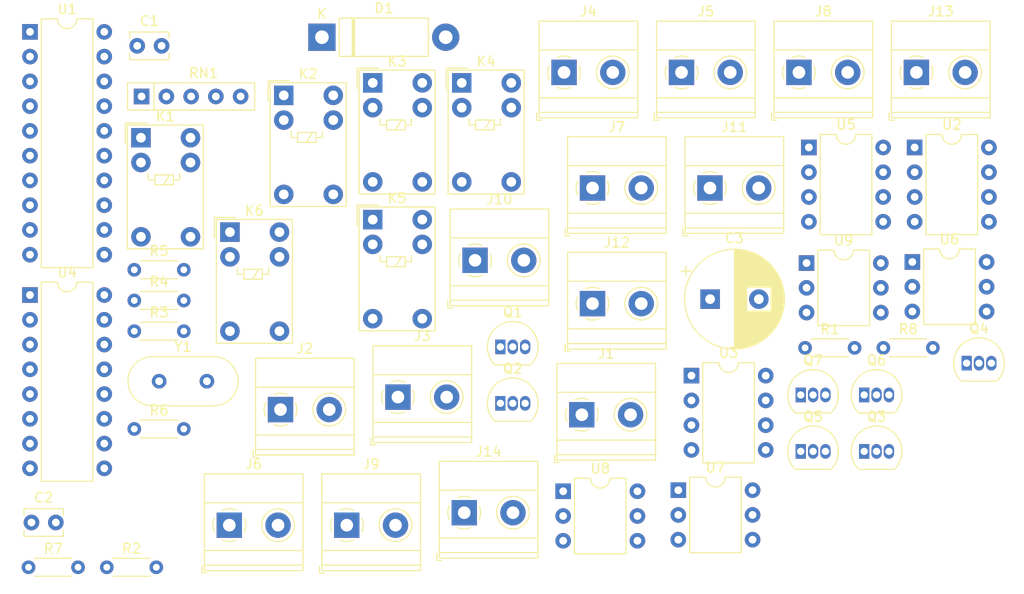
<source format=kicad_pcb>
(kicad_pcb (version 20171130) (host pcbnew 5.1.8-5.1.8)

  (general
    (thickness 1.6)
    (drawings 0)
    (tracks 0)
    (zones 0)
    (modules 50)
    (nets 82)
  )

  (page A4)
  (layers
    (0 F.Cu signal)
    (31 B.Cu signal)
    (32 B.Adhes user)
    (33 F.Adhes user)
    (34 B.Paste user)
    (35 F.Paste user)
    (36 B.SilkS user)
    (37 F.SilkS user)
    (38 B.Mask user)
    (39 F.Mask user)
    (40 Dwgs.User user)
    (41 Cmts.User user)
    (42 Eco1.User user)
    (43 Eco2.User user)
    (44 Edge.Cuts user)
    (45 Margin user)
    (46 B.CrtYd user)
    (47 F.CrtYd user)
    (48 B.Fab user)
    (49 F.Fab user)
  )

  (setup
    (last_trace_width 0.25)
    (trace_clearance 0.2)
    (zone_clearance 0.508)
    (zone_45_only no)
    (trace_min 0.2)
    (via_size 0.8)
    (via_drill 0.4)
    (via_min_size 0.4)
    (via_min_drill 0.3)
    (uvia_size 0.3)
    (uvia_drill 0.1)
    (uvias_allowed no)
    (uvia_min_size 0.2)
    (uvia_min_drill 0.1)
    (edge_width 0.05)
    (segment_width 0.2)
    (pcb_text_width 0.3)
    (pcb_text_size 1.5 1.5)
    (mod_edge_width 0.12)
    (mod_text_size 1 1)
    (mod_text_width 0.15)
    (pad_size 1.524 1.524)
    (pad_drill 0.762)
    (pad_to_mask_clearance 0)
    (aux_axis_origin 0 0)
    (visible_elements FFFFFF7F)
    (pcbplotparams
      (layerselection 0x010fc_ffffffff)
      (usegerberextensions false)
      (usegerberattributes true)
      (usegerberadvancedattributes true)
      (creategerberjobfile true)
      (excludeedgelayer true)
      (linewidth 0.100000)
      (plotframeref false)
      (viasonmask false)
      (mode 1)
      (useauxorigin false)
      (hpglpennumber 1)
      (hpglpenspeed 20)
      (hpglpendiameter 15.000000)
      (psnegative false)
      (psa4output false)
      (plotreference true)
      (plotvalue true)
      (plotinvisibletext false)
      (padsonsilk false)
      (subtractmaskfromsilk false)
      (outputformat 1)
      (mirror false)
      (drillshape 1)
      (scaleselection 1)
      (outputdirectory ""))
  )

  (net 0 "")
  (net 1 /DHWB)
  (net 2 +5V)
  (net 3 "Net-(K1-Pad1)")
  (net 4 /C_DHW)
  (net 5 /DHWA)
  (net 6 /ONB)
  (net 7 "Net-(K2-Pad1)")
  (net 8 /C_ON)
  (net 9 /ONA)
  (net 10 /DSETB)
  (net 11 "Net-(K3-Pad1)")
  (net 12 /C_DSET)
  (net 13 /DSETA)
  (net 14 /OPMB)
  (net 15 "Net-(K4-Pad1)")
  (net 16 /C_OPM)
  (net 17 /OPMA)
  (net 18 /NOCB)
  (net 19 "Net-(K5-Pad1)")
  (net 20 /C_NOC)
  (net 21 /NOCA)
  (net 22 /LTB)
  (net 23 "Net-(K6-Pad1)")
  (net 24 /C_LT)
  (net 25 /LTA)
  (net 26 "Net-(Q1-Pad1)")
  (net 27 GND)
  (net 28 /W_CSEL)
  (net 29 /DHW)
  (net 30 /ON)
  (net 31 /DSET)
  (net 32 /OPM)
  (net 33 /NOC)
  (net 34 /LT)
  (net 35 /ALARM)
  (net 36 /BCKUP)
  (net 37 /MODE)
  (net 38 /EHS)
  (net 39 /NOE)
  (net 40 /STCP)
  (net 41 /NMR)
  (net 42 /SHCP)
  (net 43 DRIVE)
  (net 44 /W_SDO)
  (net 45 "Net-(C1-Pad1)")
  (net 46 /W_SCK)
  (net 47 "Net-(C2-Pad1)")
  (net 48 TXD)
  (net 49 /SERDATA)
  (net 50 RXD)
  (net 51 "Net-(R8-Pad1)")
  (net 52 "Net-(J1-Pad2)")
  (net 53 "Net-(J1-Pad1)")
  (net 54 "Net-(U6-Pad6)")
  (net 55 "Net-(U6-Pad3)")
  (net 56 "Net-(J3-Pad1)")
  (net 57 "Net-(R2-Pad1)")
  (net 58 "Net-(U7-Pad6)")
  (net 59 "Net-(U7-Pad3)")
  (net 60 "Net-(J4-Pad1)")
  (net 61 "Net-(R3-Pad1)")
  (net 62 "Net-(U8-Pad6)")
  (net 63 "Net-(U8-Pad3)")
  (net 64 "Net-(J5-Pad1)")
  (net 65 "Net-(R4-Pad1)")
  (net 66 "Net-(U9-Pad6)")
  (net 67 "Net-(U9-Pad3)")
  (net 68 "Net-(J6-Pad1)")
  (net 69 "Net-(R5-Pad1)")
  (net 70 "Net-(D1-Pad2)")
  (net 71 "Net-(J3-Pad2)")
  (net 72 "Net-(J4-Pad2)")
  (net 73 "Net-(J5-Pad2)")
  (net 74 "Net-(J6-Pad2)")
  (net 75 "Net-(J7-Pad2)")
  (net 76 "Net-(J7-Pad1)")
  (net 77 "Net-(J8-Pad2)")
  (net 78 "Net-(J8-Pad1)")
  (net 79 "Net-(U4-Pad15)")
  (net 80 "Net-(U4-Pad7)")
  (net 81 "Net-(U4-Pad9)")

  (net_class Default "This is the default net class."
    (clearance 0.2)
    (trace_width 0.25)
    (via_dia 0.8)
    (via_drill 0.4)
    (uvia_dia 0.3)
    (uvia_drill 0.1)
    (add_net +5V)
    (add_net /ALARM)
    (add_net /BCKUP)
    (add_net /C_DHW)
    (add_net /C_DSET)
    (add_net /C_LT)
    (add_net /C_NOC)
    (add_net /C_ON)
    (add_net /C_OPM)
    (add_net /DHW)
    (add_net /DHWA)
    (add_net /DHWB)
    (add_net /DSET)
    (add_net /DSETA)
    (add_net /DSETB)
    (add_net /EHS)
    (add_net /LT)
    (add_net /LTA)
    (add_net /LTB)
    (add_net /MODE)
    (add_net /NMR)
    (add_net /NOC)
    (add_net /NOCA)
    (add_net /NOCB)
    (add_net /NOE)
    (add_net /ON)
    (add_net /ONA)
    (add_net /ONB)
    (add_net /OPM)
    (add_net /OPMA)
    (add_net /OPMB)
    (add_net /SERDATA)
    (add_net /SHCP)
    (add_net /STCP)
    (add_net /W_CSEL)
    (add_net /W_SCK)
    (add_net /W_SDO)
    (add_net DRIVE)
    (add_net GND)
    (add_net "Net-(C1-Pad1)")
    (add_net "Net-(C2-Pad1)")
    (add_net "Net-(D1-Pad2)")
    (add_net "Net-(J1-Pad1)")
    (add_net "Net-(J1-Pad2)")
    (add_net "Net-(J3-Pad1)")
    (add_net "Net-(J3-Pad2)")
    (add_net "Net-(J4-Pad1)")
    (add_net "Net-(J4-Pad2)")
    (add_net "Net-(J5-Pad1)")
    (add_net "Net-(J5-Pad2)")
    (add_net "Net-(J6-Pad1)")
    (add_net "Net-(J6-Pad2)")
    (add_net "Net-(J7-Pad1)")
    (add_net "Net-(J7-Pad2)")
    (add_net "Net-(J8-Pad1)")
    (add_net "Net-(J8-Pad2)")
    (add_net "Net-(K1-Pad1)")
    (add_net "Net-(K2-Pad1)")
    (add_net "Net-(K3-Pad1)")
    (add_net "Net-(K4-Pad1)")
    (add_net "Net-(K5-Pad1)")
    (add_net "Net-(K6-Pad1)")
    (add_net "Net-(Q1-Pad1)")
    (add_net "Net-(R2-Pad1)")
    (add_net "Net-(R3-Pad1)")
    (add_net "Net-(R4-Pad1)")
    (add_net "Net-(R5-Pad1)")
    (add_net "Net-(R8-Pad1)")
    (add_net "Net-(U4-Pad15)")
    (add_net "Net-(U4-Pad7)")
    (add_net "Net-(U4-Pad9)")
    (add_net "Net-(U6-Pad3)")
    (add_net "Net-(U6-Pad6)")
    (add_net "Net-(U7-Pad3)")
    (add_net "Net-(U7-Pad6)")
    (add_net "Net-(U8-Pad3)")
    (add_net "Net-(U8-Pad6)")
    (add_net "Net-(U9-Pad3)")
    (add_net "Net-(U9-Pad6)")
    (add_net RXD)
    (add_net TXD)
  )

  (module TerminalBlock_Phoenix:TerminalBlock_Phoenix_MKDS-1,5-2_1x02_P5.00mm_Horizontal (layer F.Cu) (tedit 5B294EE5) (tstamp 63351536)
    (at 77.999646 59.435)
    (descr "Terminal Block Phoenix MKDS-1,5-2, 2 pins, pitch 5mm, size 10x9.8mm^2, drill diamater 1.3mm, pad diameter 2.6mm, see http://www.farnell.com/datasheets/100425.pdf, script-generated using https://github.com/pointhi/kicad-footprint-generator/scripts/TerminalBlock_Phoenix")
    (tags "THT Terminal Block Phoenix MKDS-1,5-2 pitch 5mm size 10x9.8mm^2 drill 1.3mm pad 2.6mm")
    (path /63B3486B)
    (fp_text reference J1 (at 2.5 -6.26) (layer F.SilkS)
      (effects (font (size 1 1) (thickness 0.15)))
    )
    (fp_text value Screw_Terminal_01x02 (at 2.5 5.66) (layer F.Fab)
      (effects (font (size 1 1) (thickness 0.15)))
    )
    (fp_text user %R (at 2.5 3.2) (layer F.Fab)
      (effects (font (size 1 1) (thickness 0.15)))
    )
    (fp_arc (start 0 0) (end -0.684 1.535) (angle -25) (layer F.SilkS) (width 0.12))
    (fp_arc (start 0 0) (end -1.535 -0.684) (angle -48) (layer F.SilkS) (width 0.12))
    (fp_arc (start 0 0) (end 0.684 -1.535) (angle -48) (layer F.SilkS) (width 0.12))
    (fp_arc (start 0 0) (end 1.535 0.684) (angle -48) (layer F.SilkS) (width 0.12))
    (fp_arc (start 0 0) (end 0 1.68) (angle -24) (layer F.SilkS) (width 0.12))
    (fp_circle (center 0 0) (end 1.5 0) (layer F.Fab) (width 0.1))
    (fp_circle (center 5 0) (end 6.5 0) (layer F.Fab) (width 0.1))
    (fp_circle (center 5 0) (end 6.68 0) (layer F.SilkS) (width 0.12))
    (fp_line (start -2.5 -5.2) (end 7.5 -5.2) (layer F.Fab) (width 0.1))
    (fp_line (start 7.5 -5.2) (end 7.5 4.6) (layer F.Fab) (width 0.1))
    (fp_line (start 7.5 4.6) (end -2 4.6) (layer F.Fab) (width 0.1))
    (fp_line (start -2 4.6) (end -2.5 4.1) (layer F.Fab) (width 0.1))
    (fp_line (start -2.5 4.1) (end -2.5 -5.2) (layer F.Fab) (width 0.1))
    (fp_line (start -2.5 4.1) (end 7.5 4.1) (layer F.Fab) (width 0.1))
    (fp_line (start -2.56 4.1) (end 7.56 4.1) (layer F.SilkS) (width 0.12))
    (fp_line (start -2.5 2.6) (end 7.5 2.6) (layer F.Fab) (width 0.1))
    (fp_line (start -2.56 2.6) (end 7.56 2.6) (layer F.SilkS) (width 0.12))
    (fp_line (start -2.5 -2.3) (end 7.5 -2.3) (layer F.Fab) (width 0.1))
    (fp_line (start -2.56 -2.301) (end 7.56 -2.301) (layer F.SilkS) (width 0.12))
    (fp_line (start -2.56 -5.261) (end 7.56 -5.261) (layer F.SilkS) (width 0.12))
    (fp_line (start -2.56 4.66) (end 7.56 4.66) (layer F.SilkS) (width 0.12))
    (fp_line (start -2.56 -5.261) (end -2.56 4.66) (layer F.SilkS) (width 0.12))
    (fp_line (start 7.56 -5.261) (end 7.56 4.66) (layer F.SilkS) (width 0.12))
    (fp_line (start 1.138 -0.955) (end -0.955 1.138) (layer F.Fab) (width 0.1))
    (fp_line (start 0.955 -1.138) (end -1.138 0.955) (layer F.Fab) (width 0.1))
    (fp_line (start 6.138 -0.955) (end 4.046 1.138) (layer F.Fab) (width 0.1))
    (fp_line (start 5.955 -1.138) (end 3.863 0.955) (layer F.Fab) (width 0.1))
    (fp_line (start 6.275 -1.069) (end 6.228 -1.023) (layer F.SilkS) (width 0.12))
    (fp_line (start 3.966 1.239) (end 3.931 1.274) (layer F.SilkS) (width 0.12))
    (fp_line (start 6.07 -1.275) (end 6.035 -1.239) (layer F.SilkS) (width 0.12))
    (fp_line (start 3.773 1.023) (end 3.726 1.069) (layer F.SilkS) (width 0.12))
    (fp_line (start -2.8 4.16) (end -2.8 4.9) (layer F.SilkS) (width 0.12))
    (fp_line (start -2.8 4.9) (end -2.3 4.9) (layer F.SilkS) (width 0.12))
    (fp_line (start -3 -5.71) (end -3 5.1) (layer F.CrtYd) (width 0.05))
    (fp_line (start -3 5.1) (end 8 5.1) (layer F.CrtYd) (width 0.05))
    (fp_line (start 8 5.1) (end 8 -5.71) (layer F.CrtYd) (width 0.05))
    (fp_line (start 8 -5.71) (end -3 -5.71) (layer F.CrtYd) (width 0.05))
    (pad 2 thru_hole circle (at 5 0) (size 2.6 2.6) (drill 1.3) (layers *.Cu *.Mask)
      (net 52 "Net-(J1-Pad2)"))
    (pad 1 thru_hole rect (at 0 0) (size 2.6 2.6) (drill 1.3) (layers *.Cu *.Mask)
      (net 53 "Net-(J1-Pad1)"))
    (model ${KISYS3DMOD}/TerminalBlock_Phoenix.3dshapes/TerminalBlock_Phoenix_MKDS-1,5-2_1x02_P5.00mm_Horizontal.wrl
      (at (xyz 0 0 0))
      (scale (xyz 1 1 1))
      (rotate (xyz 0 0 0))
    )
  )

  (module Capacitor_THT:C_Disc_D3.8mm_W2.6mm_P2.50mm (layer F.Cu) (tedit 5AE50EF0) (tstamp 6335137F)
    (at 21.535 70.49)
    (descr "C, Disc series, Radial, pin pitch=2.50mm, , diameter*width=3.8*2.6mm^2, Capacitor, http://www.vishay.com/docs/45233/krseries.pdf")
    (tags "C Disc series Radial pin pitch 2.50mm  diameter 3.8mm width 2.6mm Capacitor")
    (path /63CC57B3)
    (fp_text reference C2 (at 1.25 -2.55) (layer F.SilkS)
      (effects (font (size 1 1) (thickness 0.15)))
    )
    (fp_text value C (at 1.25 2.55) (layer F.Fab)
      (effects (font (size 1 1) (thickness 0.15)))
    )
    (fp_text user %R (at 1.25 0) (layer F.Fab)
      (effects (font (size 0.76 0.76) (thickness 0.114)))
    )
    (fp_line (start -0.65 -1.3) (end -0.65 1.3) (layer F.Fab) (width 0.1))
    (fp_line (start -0.65 1.3) (end 3.15 1.3) (layer F.Fab) (width 0.1))
    (fp_line (start 3.15 1.3) (end 3.15 -1.3) (layer F.Fab) (width 0.1))
    (fp_line (start 3.15 -1.3) (end -0.65 -1.3) (layer F.Fab) (width 0.1))
    (fp_line (start -0.77 -1.42) (end 3.27 -1.42) (layer F.SilkS) (width 0.12))
    (fp_line (start -0.77 1.42) (end 3.27 1.42) (layer F.SilkS) (width 0.12))
    (fp_line (start -0.77 -1.42) (end -0.77 -0.795) (layer F.SilkS) (width 0.12))
    (fp_line (start -0.77 0.795) (end -0.77 1.42) (layer F.SilkS) (width 0.12))
    (fp_line (start 3.27 -1.42) (end 3.27 -0.795) (layer F.SilkS) (width 0.12))
    (fp_line (start 3.27 0.795) (end 3.27 1.42) (layer F.SilkS) (width 0.12))
    (fp_line (start -1.05 -1.55) (end -1.05 1.55) (layer F.CrtYd) (width 0.05))
    (fp_line (start -1.05 1.55) (end 3.55 1.55) (layer F.CrtYd) (width 0.05))
    (fp_line (start 3.55 1.55) (end 3.55 -1.55) (layer F.CrtYd) (width 0.05))
    (fp_line (start 3.55 -1.55) (end -1.05 -1.55) (layer F.CrtYd) (width 0.05))
    (pad 2 thru_hole circle (at 2.5 0) (size 1.6 1.6) (drill 0.8) (layers *.Cu *.Mask)
      (net 27 GND))
    (pad 1 thru_hole circle (at 0 0) (size 1.6 1.6) (drill 0.8) (layers *.Cu *.Mask)
      (net 47 "Net-(C2-Pad1)"))
    (model ${KISYS3DMOD}/Capacitor_THT.3dshapes/C_Disc_D3.8mm_W2.6mm_P2.50mm.wrl
      (at (xyz 0 0 0))
      (scale (xyz 1 1 1))
      (rotate (xyz 0 0 0))
    )
  )

  (module Capacitor_THT:C_Disc_D3.8mm_W2.6mm_P2.50mm (layer F.Cu) (tedit 5AE50EF0) (tstamp 63351358)
    (at 32.385 21.59)
    (descr "C, Disc series, Radial, pin pitch=2.50mm, , diameter*width=3.8*2.6mm^2, Capacitor, http://www.vishay.com/docs/45233/krseries.pdf")
    (tags "C Disc series Radial pin pitch 2.50mm  diameter 3.8mm width 2.6mm Capacitor")
    (path /63CC4E89)
    (fp_text reference C1 (at 1.25 -2.55) (layer F.SilkS)
      (effects (font (size 1 1) (thickness 0.15)))
    )
    (fp_text value C (at 1.25 2.55) (layer F.Fab)
      (effects (font (size 1 1) (thickness 0.15)))
    )
    (fp_text user %R (at 1.25 0) (layer F.Fab)
      (effects (font (size 0.76 0.76) (thickness 0.114)))
    )
    (fp_line (start -0.65 -1.3) (end -0.65 1.3) (layer F.Fab) (width 0.1))
    (fp_line (start -0.65 1.3) (end 3.15 1.3) (layer F.Fab) (width 0.1))
    (fp_line (start 3.15 1.3) (end 3.15 -1.3) (layer F.Fab) (width 0.1))
    (fp_line (start 3.15 -1.3) (end -0.65 -1.3) (layer F.Fab) (width 0.1))
    (fp_line (start -0.77 -1.42) (end 3.27 -1.42) (layer F.SilkS) (width 0.12))
    (fp_line (start -0.77 1.42) (end 3.27 1.42) (layer F.SilkS) (width 0.12))
    (fp_line (start -0.77 -1.42) (end -0.77 -0.795) (layer F.SilkS) (width 0.12))
    (fp_line (start -0.77 0.795) (end -0.77 1.42) (layer F.SilkS) (width 0.12))
    (fp_line (start 3.27 -1.42) (end 3.27 -0.795) (layer F.SilkS) (width 0.12))
    (fp_line (start 3.27 0.795) (end 3.27 1.42) (layer F.SilkS) (width 0.12))
    (fp_line (start -1.05 -1.55) (end -1.05 1.55) (layer F.CrtYd) (width 0.05))
    (fp_line (start -1.05 1.55) (end 3.55 1.55) (layer F.CrtYd) (width 0.05))
    (fp_line (start 3.55 1.55) (end 3.55 -1.55) (layer F.CrtYd) (width 0.05))
    (fp_line (start 3.55 -1.55) (end -1.05 -1.55) (layer F.CrtYd) (width 0.05))
    (pad 2 thru_hole circle (at 2.5 0) (size 1.6 1.6) (drill 0.8) (layers *.Cu *.Mask)
      (net 27 GND))
    (pad 1 thru_hole circle (at 0 0) (size 1.6 1.6) (drill 0.8) (layers *.Cu *.Mask)
      (net 45 "Net-(C1-Pad1)"))
    (model ${KISYS3DMOD}/Capacitor_THT.3dshapes/C_Disc_D3.8mm_W2.6mm_P2.50mm.wrl
      (at (xyz 0 0 0))
      (scale (xyz 1 1 1))
      (rotate (xyz 0 0 0))
    )
  )

  (module Crystal:Crystal_HC18-U_Vertical (layer F.Cu) (tedit 5A1AD3B7) (tstamp 63351A91)
    (at 34.635 55.995)
    (descr "Crystal THT HC-18/U, http://5hertz.com/pdfs/04404_D.pdf")
    (tags "THT crystalHC-18/U")
    (path /63C9A6AD)
    (fp_text reference Y1 (at 2.45 -3.525) (layer F.SilkS)
      (effects (font (size 1 1) (thickness 0.15)))
    )
    (fp_text value Crystal (at 2.45 3.525) (layer F.Fab)
      (effects (font (size 1 1) (thickness 0.15)))
    )
    (fp_arc (start 5.575 0) (end 5.575 -2.525) (angle 180) (layer F.SilkS) (width 0.12))
    (fp_arc (start -0.675 0) (end -0.675 -2.525) (angle -180) (layer F.SilkS) (width 0.12))
    (fp_arc (start 5.45 0) (end 5.45 -2) (angle 180) (layer F.Fab) (width 0.1))
    (fp_arc (start -0.55 0) (end -0.55 -2) (angle -180) (layer F.Fab) (width 0.1))
    (fp_arc (start 5.575 0) (end 5.575 -2.325) (angle 180) (layer F.Fab) (width 0.1))
    (fp_arc (start -0.675 0) (end -0.675 -2.325) (angle -180) (layer F.Fab) (width 0.1))
    (fp_text user %R (at 2.45 0) (layer F.Fab)
      (effects (font (size 1 1) (thickness 0.15)))
    )
    (fp_line (start -0.675 -2.325) (end 5.575 -2.325) (layer F.Fab) (width 0.1))
    (fp_line (start -0.675 2.325) (end 5.575 2.325) (layer F.Fab) (width 0.1))
    (fp_line (start -0.55 -2) (end 5.45 -2) (layer F.Fab) (width 0.1))
    (fp_line (start -0.55 2) (end 5.45 2) (layer F.Fab) (width 0.1))
    (fp_line (start -0.675 -2.525) (end 5.575 -2.525) (layer F.SilkS) (width 0.12))
    (fp_line (start -0.675 2.525) (end 5.575 2.525) (layer F.SilkS) (width 0.12))
    (fp_line (start -3.5 -2.8) (end -3.5 2.8) (layer F.CrtYd) (width 0.05))
    (fp_line (start -3.5 2.8) (end 8.4 2.8) (layer F.CrtYd) (width 0.05))
    (fp_line (start 8.4 2.8) (end 8.4 -2.8) (layer F.CrtYd) (width 0.05))
    (fp_line (start 8.4 -2.8) (end -3.5 -2.8) (layer F.CrtYd) (width 0.05))
    (pad 2 thru_hole circle (at 4.9 0) (size 1.5 1.5) (drill 0.8) (layers *.Cu *.Mask)
      (net 47 "Net-(C2-Pad1)"))
    (pad 1 thru_hole circle (at 0 0) (size 1.5 1.5) (drill 0.8) (layers *.Cu *.Mask)
      (net 45 "Net-(C1-Pad1)"))
    (model ${KISYS3DMOD}/Crystal.3dshapes/Crystal_HC18-U_Vertical.wrl
      (at (xyz 0 0 0))
      (scale (xyz 1 1 1))
      (rotate (xyz 0 0 0))
    )
  )

  (module Package_DIP:DIP-6_W7.62mm (layer F.Cu) (tedit 5A02E8C5) (tstamp 63351A7A)
    (at 101.055 43.875)
    (descr "6-lead though-hole mounted DIP package, row spacing 7.62 mm (300 mils)")
    (tags "THT DIP DIL PDIP 2.54mm 7.62mm 300mil")
    (path /63370212)
    (fp_text reference U9 (at 3.81 -2.33) (layer F.SilkS)
      (effects (font (size 1 1) (thickness 0.15)))
    )
    (fp_text value 4N25 (at 3.81 7.41) (layer F.Fab)
      (effects (font (size 1 1) (thickness 0.15)))
    )
    (fp_text user %R (at 3.81 2.54) (layer F.Fab)
      (effects (font (size 1 1) (thickness 0.15)))
    )
    (fp_arc (start 3.81 -1.33) (end 2.81 -1.33) (angle -180) (layer F.SilkS) (width 0.12))
    (fp_line (start 1.635 -1.27) (end 6.985 -1.27) (layer F.Fab) (width 0.1))
    (fp_line (start 6.985 -1.27) (end 6.985 6.35) (layer F.Fab) (width 0.1))
    (fp_line (start 6.985 6.35) (end 0.635 6.35) (layer F.Fab) (width 0.1))
    (fp_line (start 0.635 6.35) (end 0.635 -0.27) (layer F.Fab) (width 0.1))
    (fp_line (start 0.635 -0.27) (end 1.635 -1.27) (layer F.Fab) (width 0.1))
    (fp_line (start 2.81 -1.33) (end 1.16 -1.33) (layer F.SilkS) (width 0.12))
    (fp_line (start 1.16 -1.33) (end 1.16 6.41) (layer F.SilkS) (width 0.12))
    (fp_line (start 1.16 6.41) (end 6.46 6.41) (layer F.SilkS) (width 0.12))
    (fp_line (start 6.46 6.41) (end 6.46 -1.33) (layer F.SilkS) (width 0.12))
    (fp_line (start 6.46 -1.33) (end 4.81 -1.33) (layer F.SilkS) (width 0.12))
    (fp_line (start -1.1 -1.55) (end -1.1 6.6) (layer F.CrtYd) (width 0.05))
    (fp_line (start -1.1 6.6) (end 8.7 6.6) (layer F.CrtYd) (width 0.05))
    (fp_line (start 8.7 6.6) (end 8.7 -1.55) (layer F.CrtYd) (width 0.05))
    (fp_line (start 8.7 -1.55) (end -1.1 -1.55) (layer F.CrtYd) (width 0.05))
    (pad 6 thru_hole oval (at 7.62 0) (size 1.6 1.6) (drill 0.8) (layers *.Cu *.Mask)
      (net 66 "Net-(U9-Pad6)"))
    (pad 3 thru_hole oval (at 0 5.08) (size 1.6 1.6) (drill 0.8) (layers *.Cu *.Mask)
      (net 67 "Net-(U9-Pad3)"))
    (pad 5 thru_hole oval (at 7.62 2.54) (size 1.6 1.6) (drill 0.8) (layers *.Cu *.Mask)
      (net 35 /ALARM))
    (pad 2 thru_hole oval (at 0 2.54) (size 1.6 1.6) (drill 0.8) (layers *.Cu *.Mask)
      (net 68 "Net-(J6-Pad1)"))
    (pad 4 thru_hole oval (at 7.62 5.08) (size 1.6 1.6) (drill 0.8) (layers *.Cu *.Mask)
      (net 27 GND))
    (pad 1 thru_hole rect (at 0 0) (size 1.6 1.6) (drill 0.8) (layers *.Cu *.Mask)
      (net 69 "Net-(R5-Pad1)"))
    (model ${KISYS3DMOD}/Package_DIP.3dshapes/DIP-6_W7.62mm.wrl
      (at (xyz 0 0 0))
      (scale (xyz 1 1 1))
      (rotate (xyz 0 0 0))
    )
  )

  (module Package_DIP:DIP-6_W7.62mm (layer F.Cu) (tedit 5A02E8C5) (tstamp 63351A60)
    (at 76.085 67.285)
    (descr "6-lead though-hole mounted DIP package, row spacing 7.62 mm (300 mils)")
    (tags "THT DIP DIL PDIP 2.54mm 7.62mm 300mil")
    (path /63366AEB)
    (fp_text reference U8 (at 3.81 -2.33) (layer F.SilkS)
      (effects (font (size 1 1) (thickness 0.15)))
    )
    (fp_text value 4N25 (at 3.81 7.41) (layer F.Fab)
      (effects (font (size 1 1) (thickness 0.15)))
    )
    (fp_text user %R (at 3.81 2.54) (layer F.Fab)
      (effects (font (size 1 1) (thickness 0.15)))
    )
    (fp_arc (start 3.81 -1.33) (end 2.81 -1.33) (angle -180) (layer F.SilkS) (width 0.12))
    (fp_line (start 1.635 -1.27) (end 6.985 -1.27) (layer F.Fab) (width 0.1))
    (fp_line (start 6.985 -1.27) (end 6.985 6.35) (layer F.Fab) (width 0.1))
    (fp_line (start 6.985 6.35) (end 0.635 6.35) (layer F.Fab) (width 0.1))
    (fp_line (start 0.635 6.35) (end 0.635 -0.27) (layer F.Fab) (width 0.1))
    (fp_line (start 0.635 -0.27) (end 1.635 -1.27) (layer F.Fab) (width 0.1))
    (fp_line (start 2.81 -1.33) (end 1.16 -1.33) (layer F.SilkS) (width 0.12))
    (fp_line (start 1.16 -1.33) (end 1.16 6.41) (layer F.SilkS) (width 0.12))
    (fp_line (start 1.16 6.41) (end 6.46 6.41) (layer F.SilkS) (width 0.12))
    (fp_line (start 6.46 6.41) (end 6.46 -1.33) (layer F.SilkS) (width 0.12))
    (fp_line (start 6.46 -1.33) (end 4.81 -1.33) (layer F.SilkS) (width 0.12))
    (fp_line (start -1.1 -1.55) (end -1.1 6.6) (layer F.CrtYd) (width 0.05))
    (fp_line (start -1.1 6.6) (end 8.7 6.6) (layer F.CrtYd) (width 0.05))
    (fp_line (start 8.7 6.6) (end 8.7 -1.55) (layer F.CrtYd) (width 0.05))
    (fp_line (start 8.7 -1.55) (end -1.1 -1.55) (layer F.CrtYd) (width 0.05))
    (pad 6 thru_hole oval (at 7.62 0) (size 1.6 1.6) (drill 0.8) (layers *.Cu *.Mask)
      (net 62 "Net-(U8-Pad6)"))
    (pad 3 thru_hole oval (at 0 5.08) (size 1.6 1.6) (drill 0.8) (layers *.Cu *.Mask)
      (net 63 "Net-(U8-Pad3)"))
    (pad 5 thru_hole oval (at 7.62 2.54) (size 1.6 1.6) (drill 0.8) (layers *.Cu *.Mask)
      (net 36 /BCKUP))
    (pad 2 thru_hole oval (at 0 2.54) (size 1.6 1.6) (drill 0.8) (layers *.Cu *.Mask)
      (net 64 "Net-(J5-Pad1)"))
    (pad 4 thru_hole oval (at 7.62 5.08) (size 1.6 1.6) (drill 0.8) (layers *.Cu *.Mask)
      (net 27 GND))
    (pad 1 thru_hole rect (at 0 0) (size 1.6 1.6) (drill 0.8) (layers *.Cu *.Mask)
      (net 65 "Net-(R4-Pad1)"))
    (model ${KISYS3DMOD}/Package_DIP.3dshapes/DIP-6_W7.62mm.wrl
      (at (xyz 0 0 0))
      (scale (xyz 1 1 1))
      (rotate (xyz 0 0 0))
    )
  )

  (module Package_DIP:DIP-6_W7.62mm (layer F.Cu) (tedit 5A02E8C5) (tstamp 63351A46)
    (at 87.895 67.175)
    (descr "6-lead though-hole mounted DIP package, row spacing 7.62 mm (300 mils)")
    (tags "THT DIP DIL PDIP 2.54mm 7.62mm 300mil")
    (path /6335D866)
    (fp_text reference U7 (at 3.81 -2.33) (layer F.SilkS)
      (effects (font (size 1 1) (thickness 0.15)))
    )
    (fp_text value 4N25 (at 3.81 7.41) (layer F.Fab)
      (effects (font (size 1 1) (thickness 0.15)))
    )
    (fp_text user %R (at 3.81 2.54) (layer F.Fab)
      (effects (font (size 1 1) (thickness 0.15)))
    )
    (fp_arc (start 3.81 -1.33) (end 2.81 -1.33) (angle -180) (layer F.SilkS) (width 0.12))
    (fp_line (start 1.635 -1.27) (end 6.985 -1.27) (layer F.Fab) (width 0.1))
    (fp_line (start 6.985 -1.27) (end 6.985 6.35) (layer F.Fab) (width 0.1))
    (fp_line (start 6.985 6.35) (end 0.635 6.35) (layer F.Fab) (width 0.1))
    (fp_line (start 0.635 6.35) (end 0.635 -0.27) (layer F.Fab) (width 0.1))
    (fp_line (start 0.635 -0.27) (end 1.635 -1.27) (layer F.Fab) (width 0.1))
    (fp_line (start 2.81 -1.33) (end 1.16 -1.33) (layer F.SilkS) (width 0.12))
    (fp_line (start 1.16 -1.33) (end 1.16 6.41) (layer F.SilkS) (width 0.12))
    (fp_line (start 1.16 6.41) (end 6.46 6.41) (layer F.SilkS) (width 0.12))
    (fp_line (start 6.46 6.41) (end 6.46 -1.33) (layer F.SilkS) (width 0.12))
    (fp_line (start 6.46 -1.33) (end 4.81 -1.33) (layer F.SilkS) (width 0.12))
    (fp_line (start -1.1 -1.55) (end -1.1 6.6) (layer F.CrtYd) (width 0.05))
    (fp_line (start -1.1 6.6) (end 8.7 6.6) (layer F.CrtYd) (width 0.05))
    (fp_line (start 8.7 6.6) (end 8.7 -1.55) (layer F.CrtYd) (width 0.05))
    (fp_line (start 8.7 -1.55) (end -1.1 -1.55) (layer F.CrtYd) (width 0.05))
    (pad 6 thru_hole oval (at 7.62 0) (size 1.6 1.6) (drill 0.8) (layers *.Cu *.Mask)
      (net 58 "Net-(U7-Pad6)"))
    (pad 3 thru_hole oval (at 0 5.08) (size 1.6 1.6) (drill 0.8) (layers *.Cu *.Mask)
      (net 59 "Net-(U7-Pad3)"))
    (pad 5 thru_hole oval (at 7.62 2.54) (size 1.6 1.6) (drill 0.8) (layers *.Cu *.Mask)
      (net 37 /MODE))
    (pad 2 thru_hole oval (at 0 2.54) (size 1.6 1.6) (drill 0.8) (layers *.Cu *.Mask)
      (net 60 "Net-(J4-Pad1)"))
    (pad 4 thru_hole oval (at 7.62 5.08) (size 1.6 1.6) (drill 0.8) (layers *.Cu *.Mask)
      (net 27 GND))
    (pad 1 thru_hole rect (at 0 0) (size 1.6 1.6) (drill 0.8) (layers *.Cu *.Mask)
      (net 61 "Net-(R3-Pad1)"))
    (model ${KISYS3DMOD}/Package_DIP.3dshapes/DIP-6_W7.62mm.wrl
      (at (xyz 0 0 0))
      (scale (xyz 1 1 1))
      (rotate (xyz 0 0 0))
    )
  )

  (module Package_DIP:DIP-6_W7.62mm (layer F.Cu) (tedit 5A02E8C5) (tstamp 63351A2C)
    (at 111.905 43.765)
    (descr "6-lead though-hole mounted DIP package, row spacing 7.62 mm (300 mils)")
    (tags "THT DIP DIL PDIP 2.54mm 7.62mm 300mil")
    (path /63346F5F)
    (fp_text reference U6 (at 3.81 -2.33) (layer F.SilkS)
      (effects (font (size 1 1) (thickness 0.15)))
    )
    (fp_text value 4N25 (at 3.81 7.41) (layer F.Fab)
      (effects (font (size 1 1) (thickness 0.15)))
    )
    (fp_text user %R (at 3.81 2.54) (layer F.Fab)
      (effects (font (size 1 1) (thickness 0.15)))
    )
    (fp_arc (start 3.81 -1.33) (end 2.81 -1.33) (angle -180) (layer F.SilkS) (width 0.12))
    (fp_line (start 1.635 -1.27) (end 6.985 -1.27) (layer F.Fab) (width 0.1))
    (fp_line (start 6.985 -1.27) (end 6.985 6.35) (layer F.Fab) (width 0.1))
    (fp_line (start 6.985 6.35) (end 0.635 6.35) (layer F.Fab) (width 0.1))
    (fp_line (start 0.635 6.35) (end 0.635 -0.27) (layer F.Fab) (width 0.1))
    (fp_line (start 0.635 -0.27) (end 1.635 -1.27) (layer F.Fab) (width 0.1))
    (fp_line (start 2.81 -1.33) (end 1.16 -1.33) (layer F.SilkS) (width 0.12))
    (fp_line (start 1.16 -1.33) (end 1.16 6.41) (layer F.SilkS) (width 0.12))
    (fp_line (start 1.16 6.41) (end 6.46 6.41) (layer F.SilkS) (width 0.12))
    (fp_line (start 6.46 6.41) (end 6.46 -1.33) (layer F.SilkS) (width 0.12))
    (fp_line (start 6.46 -1.33) (end 4.81 -1.33) (layer F.SilkS) (width 0.12))
    (fp_line (start -1.1 -1.55) (end -1.1 6.6) (layer F.CrtYd) (width 0.05))
    (fp_line (start -1.1 6.6) (end 8.7 6.6) (layer F.CrtYd) (width 0.05))
    (fp_line (start 8.7 6.6) (end 8.7 -1.55) (layer F.CrtYd) (width 0.05))
    (fp_line (start 8.7 -1.55) (end -1.1 -1.55) (layer F.CrtYd) (width 0.05))
    (pad 6 thru_hole oval (at 7.62 0) (size 1.6 1.6) (drill 0.8) (layers *.Cu *.Mask)
      (net 54 "Net-(U6-Pad6)"))
    (pad 3 thru_hole oval (at 0 5.08) (size 1.6 1.6) (drill 0.8) (layers *.Cu *.Mask)
      (net 55 "Net-(U6-Pad3)"))
    (pad 5 thru_hole oval (at 7.62 2.54) (size 1.6 1.6) (drill 0.8) (layers *.Cu *.Mask)
      (net 38 /EHS))
    (pad 2 thru_hole oval (at 0 2.54) (size 1.6 1.6) (drill 0.8) (layers *.Cu *.Mask)
      (net 56 "Net-(J3-Pad1)"))
    (pad 4 thru_hole oval (at 7.62 5.08) (size 1.6 1.6) (drill 0.8) (layers *.Cu *.Mask)
      (net 27 GND))
    (pad 1 thru_hole rect (at 0 0) (size 1.6 1.6) (drill 0.8) (layers *.Cu *.Mask)
      (net 57 "Net-(R2-Pad1)"))
    (model ${KISYS3DMOD}/Package_DIP.3dshapes/DIP-6_W7.62mm.wrl
      (at (xyz 0 0 0))
      (scale (xyz 1 1 1))
      (rotate (xyz 0 0 0))
    )
  )

  (module Package_DIP:DIP-8_W7.62mm (layer F.Cu) (tedit 5A02E8C5) (tstamp 63351A12)
    (at 101.295 32.015)
    (descr "8-lead though-hole mounted DIP package, row spacing 7.62 mm (300 mils)")
    (tags "THT DIP DIL PDIP 2.54mm 7.62mm 300mil")
    (path /63BDC577)
    (fp_text reference U5 (at 3.81 -2.33) (layer F.SilkS)
      (effects (font (size 1 1) (thickness 0.15)))
    )
    (fp_text value SN65176BP (at 3.81 9.95) (layer F.Fab)
      (effects (font (size 1 1) (thickness 0.15)))
    )
    (fp_text user %R (at 3.81 3.81) (layer F.Fab)
      (effects (font (size 1 1) (thickness 0.15)))
    )
    (fp_arc (start 3.81 -1.33) (end 2.81 -1.33) (angle -180) (layer F.SilkS) (width 0.12))
    (fp_line (start 1.635 -1.27) (end 6.985 -1.27) (layer F.Fab) (width 0.1))
    (fp_line (start 6.985 -1.27) (end 6.985 8.89) (layer F.Fab) (width 0.1))
    (fp_line (start 6.985 8.89) (end 0.635 8.89) (layer F.Fab) (width 0.1))
    (fp_line (start 0.635 8.89) (end 0.635 -0.27) (layer F.Fab) (width 0.1))
    (fp_line (start 0.635 -0.27) (end 1.635 -1.27) (layer F.Fab) (width 0.1))
    (fp_line (start 2.81 -1.33) (end 1.16 -1.33) (layer F.SilkS) (width 0.12))
    (fp_line (start 1.16 -1.33) (end 1.16 8.95) (layer F.SilkS) (width 0.12))
    (fp_line (start 1.16 8.95) (end 6.46 8.95) (layer F.SilkS) (width 0.12))
    (fp_line (start 6.46 8.95) (end 6.46 -1.33) (layer F.SilkS) (width 0.12))
    (fp_line (start 6.46 -1.33) (end 4.81 -1.33) (layer F.SilkS) (width 0.12))
    (fp_line (start -1.1 -1.55) (end -1.1 9.15) (layer F.CrtYd) (width 0.05))
    (fp_line (start -1.1 9.15) (end 8.7 9.15) (layer F.CrtYd) (width 0.05))
    (fp_line (start 8.7 9.15) (end 8.7 -1.55) (layer F.CrtYd) (width 0.05))
    (fp_line (start 8.7 -1.55) (end -1.1 -1.55) (layer F.CrtYd) (width 0.05))
    (pad 8 thru_hole oval (at 7.62 0) (size 1.6 1.6) (drill 0.8) (layers *.Cu *.Mask)
      (net 2 +5V))
    (pad 4 thru_hole oval (at 0 7.62) (size 1.6 1.6) (drill 0.8) (layers *.Cu *.Mask)
      (net 48 TXD))
    (pad 7 thru_hole oval (at 7.62 2.54) (size 1.6 1.6) (drill 0.8) (layers *.Cu *.Mask)
      (net 52 "Net-(J1-Pad2)"))
    (pad 3 thru_hole oval (at 0 5.08) (size 1.6 1.6) (drill 0.8) (layers *.Cu *.Mask)
      (net 43 DRIVE))
    (pad 6 thru_hole oval (at 7.62 5.08) (size 1.6 1.6) (drill 0.8) (layers *.Cu *.Mask)
      (net 53 "Net-(J1-Pad1)"))
    (pad 2 thru_hole oval (at 0 2.54) (size 1.6 1.6) (drill 0.8) (layers *.Cu *.Mask)
      (net 43 DRIVE))
    (pad 5 thru_hole oval (at 7.62 7.62) (size 1.6 1.6) (drill 0.8) (layers *.Cu *.Mask)
      (net 27 GND))
    (pad 1 thru_hole rect (at 0 0) (size 1.6 1.6) (drill 0.8) (layers *.Cu *.Mask)
      (net 50 RXD))
    (model ${KISYS3DMOD}/Package_DIP.3dshapes/DIP-8_W7.62mm.wrl
      (at (xyz 0 0 0))
      (scale (xyz 1 1 1))
      (rotate (xyz 0 0 0))
    )
  )

  (module Package_DIP:DIP-16_W7.62mm (layer F.Cu) (tedit 5A02E8C5) (tstamp 633519F6)
    (at 21.385 47.155)
    (descr "16-lead though-hole mounted DIP package, row spacing 7.62 mm (300 mils)")
    (tags "THT DIP DIL PDIP 2.54mm 7.62mm 300mil")
    (path /6336BCEC)
    (fp_text reference U4 (at 3.81 -2.33) (layer F.SilkS)
      (effects (font (size 1 1) (thickness 0.15)))
    )
    (fp_text value 74HC595 (at 3.81 20.11) (layer F.Fab)
      (effects (font (size 1 1) (thickness 0.15)))
    )
    (fp_text user %R (at 3.81 8.89) (layer F.Fab)
      (effects (font (size 1 1) (thickness 0.15)))
    )
    (fp_arc (start 3.81 -1.33) (end 2.81 -1.33) (angle -180) (layer F.SilkS) (width 0.12))
    (fp_line (start 1.635 -1.27) (end 6.985 -1.27) (layer F.Fab) (width 0.1))
    (fp_line (start 6.985 -1.27) (end 6.985 19.05) (layer F.Fab) (width 0.1))
    (fp_line (start 6.985 19.05) (end 0.635 19.05) (layer F.Fab) (width 0.1))
    (fp_line (start 0.635 19.05) (end 0.635 -0.27) (layer F.Fab) (width 0.1))
    (fp_line (start 0.635 -0.27) (end 1.635 -1.27) (layer F.Fab) (width 0.1))
    (fp_line (start 2.81 -1.33) (end 1.16 -1.33) (layer F.SilkS) (width 0.12))
    (fp_line (start 1.16 -1.33) (end 1.16 19.11) (layer F.SilkS) (width 0.12))
    (fp_line (start 1.16 19.11) (end 6.46 19.11) (layer F.SilkS) (width 0.12))
    (fp_line (start 6.46 19.11) (end 6.46 -1.33) (layer F.SilkS) (width 0.12))
    (fp_line (start 6.46 -1.33) (end 4.81 -1.33) (layer F.SilkS) (width 0.12))
    (fp_line (start -1.1 -1.55) (end -1.1 19.3) (layer F.CrtYd) (width 0.05))
    (fp_line (start -1.1 19.3) (end 8.7 19.3) (layer F.CrtYd) (width 0.05))
    (fp_line (start 8.7 19.3) (end 8.7 -1.55) (layer F.CrtYd) (width 0.05))
    (fp_line (start 8.7 -1.55) (end -1.1 -1.55) (layer F.CrtYd) (width 0.05))
    (pad 16 thru_hole oval (at 7.62 0) (size 1.6 1.6) (drill 0.8) (layers *.Cu *.Mask)
      (net 2 +5V))
    (pad 8 thru_hole oval (at 0 17.78) (size 1.6 1.6) (drill 0.8) (layers *.Cu *.Mask)
      (net 27 GND))
    (pad 15 thru_hole oval (at 7.62 2.54) (size 1.6 1.6) (drill 0.8) (layers *.Cu *.Mask)
      (net 79 "Net-(U4-Pad15)"))
    (pad 7 thru_hole oval (at 0 15.24) (size 1.6 1.6) (drill 0.8) (layers *.Cu *.Mask)
      (net 80 "Net-(U4-Pad7)"))
    (pad 14 thru_hole oval (at 7.62 5.08) (size 1.6 1.6) (drill 0.8) (layers *.Cu *.Mask)
      (net 49 /SERDATA))
    (pad 6 thru_hole oval (at 0 12.7) (size 1.6 1.6) (drill 0.8) (layers *.Cu *.Mask)
      (net 34 /LT))
    (pad 13 thru_hole oval (at 7.62 7.62) (size 1.6 1.6) (drill 0.8) (layers *.Cu *.Mask)
      (net 39 /NOE))
    (pad 5 thru_hole oval (at 0 10.16) (size 1.6 1.6) (drill 0.8) (layers *.Cu *.Mask)
      (net 33 /NOC))
    (pad 12 thru_hole oval (at 7.62 10.16) (size 1.6 1.6) (drill 0.8) (layers *.Cu *.Mask)
      (net 40 /STCP))
    (pad 4 thru_hole oval (at 0 7.62) (size 1.6 1.6) (drill 0.8) (layers *.Cu *.Mask)
      (net 32 /OPM))
    (pad 11 thru_hole oval (at 7.62 12.7) (size 1.6 1.6) (drill 0.8) (layers *.Cu *.Mask)
      (net 42 /SHCP))
    (pad 3 thru_hole oval (at 0 5.08) (size 1.6 1.6) (drill 0.8) (layers *.Cu *.Mask)
      (net 31 /DSET))
    (pad 10 thru_hole oval (at 7.62 15.24) (size 1.6 1.6) (drill 0.8) (layers *.Cu *.Mask)
      (net 41 /NMR))
    (pad 2 thru_hole oval (at 0 2.54) (size 1.6 1.6) (drill 0.8) (layers *.Cu *.Mask)
      (net 30 /ON))
    (pad 9 thru_hole oval (at 7.62 17.78) (size 1.6 1.6) (drill 0.8) (layers *.Cu *.Mask)
      (net 81 "Net-(U4-Pad9)"))
    (pad 1 thru_hole rect (at 0 0) (size 1.6 1.6) (drill 0.8) (layers *.Cu *.Mask)
      (net 29 /DHW))
    (model ${KISYS3DMOD}/Package_DIP.3dshapes/DIP-16_W7.62mm.wrl
      (at (xyz 0 0 0))
      (scale (xyz 1 1 1))
      (rotate (xyz 0 0 0))
    )
  )

  (module Package_DIP:DIP-8_W7.62mm (layer F.Cu) (tedit 5A02E8C5) (tstamp 633519D2)
    (at 89.245 55.425)
    (descr "8-lead though-hole mounted DIP package, row spacing 7.62 mm (300 mils)")
    (tags "THT DIP DIL PDIP 2.54mm 7.62mm 300mil")
    (path /63333DB9)
    (fp_text reference U3 (at 3.81 -2.33) (layer F.SilkS)
      (effects (font (size 1 1) (thickness 0.15)))
    )
    (fp_text value MCP4162-503 (at 3.81 9.95) (layer F.Fab)
      (effects (font (size 1 1) (thickness 0.15)))
    )
    (fp_text user %R (at 3.81 3.81) (layer F.Fab)
      (effects (font (size 1 1) (thickness 0.15)))
    )
    (fp_arc (start 3.81 -1.33) (end 2.81 -1.33) (angle -180) (layer F.SilkS) (width 0.12))
    (fp_line (start 1.635 -1.27) (end 6.985 -1.27) (layer F.Fab) (width 0.1))
    (fp_line (start 6.985 -1.27) (end 6.985 8.89) (layer F.Fab) (width 0.1))
    (fp_line (start 6.985 8.89) (end 0.635 8.89) (layer F.Fab) (width 0.1))
    (fp_line (start 0.635 8.89) (end 0.635 -0.27) (layer F.Fab) (width 0.1))
    (fp_line (start 0.635 -0.27) (end 1.635 -1.27) (layer F.Fab) (width 0.1))
    (fp_line (start 2.81 -1.33) (end 1.16 -1.33) (layer F.SilkS) (width 0.12))
    (fp_line (start 1.16 -1.33) (end 1.16 8.95) (layer F.SilkS) (width 0.12))
    (fp_line (start 1.16 8.95) (end 6.46 8.95) (layer F.SilkS) (width 0.12))
    (fp_line (start 6.46 8.95) (end 6.46 -1.33) (layer F.SilkS) (width 0.12))
    (fp_line (start 6.46 -1.33) (end 4.81 -1.33) (layer F.SilkS) (width 0.12))
    (fp_line (start -1.1 -1.55) (end -1.1 9.15) (layer F.CrtYd) (width 0.05))
    (fp_line (start -1.1 9.15) (end 8.7 9.15) (layer F.CrtYd) (width 0.05))
    (fp_line (start 8.7 9.15) (end 8.7 -1.55) (layer F.CrtYd) (width 0.05))
    (fp_line (start 8.7 -1.55) (end -1.1 -1.55) (layer F.CrtYd) (width 0.05))
    (pad 8 thru_hole oval (at 7.62 0) (size 1.6 1.6) (drill 0.8) (layers *.Cu *.Mask)
      (net 2 +5V))
    (pad 4 thru_hole oval (at 0 7.62) (size 1.6 1.6) (drill 0.8) (layers *.Cu *.Mask)
      (net 27 GND))
    (pad 7 thru_hole oval (at 7.62 2.54) (size 1.6 1.6) (drill 0.8) (layers *.Cu *.Mask)
      (net 44 /W_SDO))
    (pad 3 thru_hole oval (at 0 5.08) (size 1.6 1.6) (drill 0.8) (layers *.Cu *.Mask)
      (net 49 /SERDATA))
    (pad 6 thru_hole oval (at 7.62 5.08) (size 1.6 1.6) (drill 0.8) (layers *.Cu *.Mask)
      (net 77 "Net-(J8-Pad2)"))
    (pad 2 thru_hole oval (at 0 2.54) (size 1.6 1.6) (drill 0.8) (layers *.Cu *.Mask)
      (net 46 /W_SCK))
    (pad 5 thru_hole oval (at 7.62 7.62) (size 1.6 1.6) (drill 0.8) (layers *.Cu *.Mask)
      (net 78 "Net-(J8-Pad1)"))
    (pad 1 thru_hole rect (at 0 0) (size 1.6 1.6) (drill 0.8) (layers *.Cu *.Mask)
      (net 28 /W_CSEL))
    (model ${KISYS3DMOD}/Package_DIP.3dshapes/DIP-8_W7.62mm.wrl
      (at (xyz 0 0 0))
      (scale (xyz 1 1 1))
      (rotate (xyz 0 0 0))
    )
  )

  (module Package_DIP:DIP-8_W7.62mm (layer F.Cu) (tedit 5A02E8C5) (tstamp 633519B6)
    (at 112.145 32.015)
    (descr "8-lead though-hole mounted DIP package, row spacing 7.62 mm (300 mils)")
    (tags "THT DIP DIL PDIP 2.54mm 7.62mm 300mil")
    (path /633335C2)
    (fp_text reference U2 (at 3.81 -2.33) (layer F.SilkS)
      (effects (font (size 1 1) (thickness 0.15)))
    )
    (fp_text value MCP4162-104 (at 3.81 9.95) (layer F.Fab)
      (effects (font (size 1 1) (thickness 0.15)))
    )
    (fp_text user %R (at 3.81 3.81) (layer F.Fab)
      (effects (font (size 1 1) (thickness 0.15)))
    )
    (fp_arc (start 3.81 -1.33) (end 2.81 -1.33) (angle -180) (layer F.SilkS) (width 0.12))
    (fp_line (start 1.635 -1.27) (end 6.985 -1.27) (layer F.Fab) (width 0.1))
    (fp_line (start 6.985 -1.27) (end 6.985 8.89) (layer F.Fab) (width 0.1))
    (fp_line (start 6.985 8.89) (end 0.635 8.89) (layer F.Fab) (width 0.1))
    (fp_line (start 0.635 8.89) (end 0.635 -0.27) (layer F.Fab) (width 0.1))
    (fp_line (start 0.635 -0.27) (end 1.635 -1.27) (layer F.Fab) (width 0.1))
    (fp_line (start 2.81 -1.33) (end 1.16 -1.33) (layer F.SilkS) (width 0.12))
    (fp_line (start 1.16 -1.33) (end 1.16 8.95) (layer F.SilkS) (width 0.12))
    (fp_line (start 1.16 8.95) (end 6.46 8.95) (layer F.SilkS) (width 0.12))
    (fp_line (start 6.46 8.95) (end 6.46 -1.33) (layer F.SilkS) (width 0.12))
    (fp_line (start 6.46 -1.33) (end 4.81 -1.33) (layer F.SilkS) (width 0.12))
    (fp_line (start -1.1 -1.55) (end -1.1 9.15) (layer F.CrtYd) (width 0.05))
    (fp_line (start -1.1 9.15) (end 8.7 9.15) (layer F.CrtYd) (width 0.05))
    (fp_line (start 8.7 9.15) (end 8.7 -1.55) (layer F.CrtYd) (width 0.05))
    (fp_line (start 8.7 -1.55) (end -1.1 -1.55) (layer F.CrtYd) (width 0.05))
    (pad 8 thru_hole oval (at 7.62 0) (size 1.6 1.6) (drill 0.8) (layers *.Cu *.Mask)
      (net 2 +5V))
    (pad 4 thru_hole oval (at 0 7.62) (size 1.6 1.6) (drill 0.8) (layers *.Cu *.Mask)
      (net 27 GND))
    (pad 7 thru_hole oval (at 7.62 2.54) (size 1.6 1.6) (drill 0.8) (layers *.Cu *.Mask)
      (net 44 /W_SDO))
    (pad 3 thru_hole oval (at 0 5.08) (size 1.6 1.6) (drill 0.8) (layers *.Cu *.Mask)
      (net 49 /SERDATA))
    (pad 6 thru_hole oval (at 7.62 5.08) (size 1.6 1.6) (drill 0.8) (layers *.Cu *.Mask)
      (net 75 "Net-(J7-Pad2)"))
    (pad 2 thru_hole oval (at 0 2.54) (size 1.6 1.6) (drill 0.8) (layers *.Cu *.Mask)
      (net 46 /W_SCK))
    (pad 5 thru_hole oval (at 7.62 7.62) (size 1.6 1.6) (drill 0.8) (layers *.Cu *.Mask)
      (net 76 "Net-(J7-Pad1)"))
    (pad 1 thru_hole rect (at 0 0) (size 1.6 1.6) (drill 0.8) (layers *.Cu *.Mask)
      (net 26 "Net-(Q1-Pad1)"))
    (model ${KISYS3DMOD}/Package_DIP.3dshapes/DIP-8_W7.62mm.wrl
      (at (xyz 0 0 0))
      (scale (xyz 1 1 1))
      (rotate (xyz 0 0 0))
    )
  )

  (module Package_DIP:DIP-20_W7.62mm (layer F.Cu) (tedit 5A02E8C5) (tstamp 6335199A)
    (at 21.385 20.155)
    (descr "20-lead though-hole mounted DIP package, row spacing 7.62 mm (300 mils)")
    (tags "THT DIP DIL PDIP 2.54mm 7.62mm 300mil")
    (path /6332D986)
    (fp_text reference U1 (at 3.81 -2.33) (layer F.SilkS)
      (effects (font (size 1 1) (thickness 0.15)))
    )
    (fp_text value AT89C4051-24PU (at 3.81 25.19) (layer F.Fab)
      (effects (font (size 1 1) (thickness 0.15)))
    )
    (fp_text user %R (at 3.81 11.43) (layer F.Fab)
      (effects (font (size 1 1) (thickness 0.15)))
    )
    (fp_arc (start 3.81 -1.33) (end 2.81 -1.33) (angle -180) (layer F.SilkS) (width 0.12))
    (fp_line (start 1.635 -1.27) (end 6.985 -1.27) (layer F.Fab) (width 0.1))
    (fp_line (start 6.985 -1.27) (end 6.985 24.13) (layer F.Fab) (width 0.1))
    (fp_line (start 6.985 24.13) (end 0.635 24.13) (layer F.Fab) (width 0.1))
    (fp_line (start 0.635 24.13) (end 0.635 -0.27) (layer F.Fab) (width 0.1))
    (fp_line (start 0.635 -0.27) (end 1.635 -1.27) (layer F.Fab) (width 0.1))
    (fp_line (start 2.81 -1.33) (end 1.16 -1.33) (layer F.SilkS) (width 0.12))
    (fp_line (start 1.16 -1.33) (end 1.16 24.19) (layer F.SilkS) (width 0.12))
    (fp_line (start 1.16 24.19) (end 6.46 24.19) (layer F.SilkS) (width 0.12))
    (fp_line (start 6.46 24.19) (end 6.46 -1.33) (layer F.SilkS) (width 0.12))
    (fp_line (start 6.46 -1.33) (end 4.81 -1.33) (layer F.SilkS) (width 0.12))
    (fp_line (start -1.1 -1.55) (end -1.1 24.4) (layer F.CrtYd) (width 0.05))
    (fp_line (start -1.1 24.4) (end 8.7 24.4) (layer F.CrtYd) (width 0.05))
    (fp_line (start 8.7 24.4) (end 8.7 -1.55) (layer F.CrtYd) (width 0.05))
    (fp_line (start 8.7 -1.55) (end -1.1 -1.55) (layer F.CrtYd) (width 0.05))
    (pad 20 thru_hole oval (at 7.62 0) (size 1.6 1.6) (drill 0.8) (layers *.Cu *.Mask)
      (net 2 +5V))
    (pad 10 thru_hole oval (at 0 22.86) (size 1.6 1.6) (drill 0.8) (layers *.Cu *.Mask)
      (net 27 GND))
    (pad 19 thru_hole oval (at 7.62 2.54) (size 1.6 1.6) (drill 0.8) (layers *.Cu *.Mask)
      (net 39 /NOE))
    (pad 9 thru_hole oval (at 0 20.32) (size 1.6 1.6) (drill 0.8) (layers *.Cu *.Mask)
      (net 36 /BCKUP))
    (pad 18 thru_hole oval (at 7.62 5.08) (size 1.6 1.6) (drill 0.8) (layers *.Cu *.Mask)
      (net 40 /STCP))
    (pad 8 thru_hole oval (at 0 17.78) (size 1.6 1.6) (drill 0.8) (layers *.Cu *.Mask)
      (net 37 /MODE))
    (pad 17 thru_hole oval (at 7.62 7.62) (size 1.6 1.6) (drill 0.8) (layers *.Cu *.Mask)
      (net 41 /NMR))
    (pad 7 thru_hole oval (at 0 15.24) (size 1.6 1.6) (drill 0.8) (layers *.Cu *.Mask)
      (net 38 /EHS))
    (pad 16 thru_hole oval (at 7.62 10.16) (size 1.6 1.6) (drill 0.8) (layers *.Cu *.Mask)
      (net 42 /SHCP))
    (pad 6 thru_hole oval (at 0 12.7) (size 1.6 1.6) (drill 0.8) (layers *.Cu *.Mask)
      (net 43 DRIVE))
    (pad 15 thru_hole oval (at 7.62 12.7) (size 1.6 1.6) (drill 0.8) (layers *.Cu *.Mask)
      (net 44 /W_SDO))
    (pad 5 thru_hole oval (at 0 10.16) (size 1.6 1.6) (drill 0.8) (layers *.Cu *.Mask)
      (net 45 "Net-(C1-Pad1)"))
    (pad 14 thru_hole oval (at 7.62 15.24) (size 1.6 1.6) (drill 0.8) (layers *.Cu *.Mask)
      (net 46 /W_SCK))
    (pad 4 thru_hole oval (at 0 7.62) (size 1.6 1.6) (drill 0.8) (layers *.Cu *.Mask)
      (net 47 "Net-(C2-Pad1)"))
    (pad 13 thru_hole oval (at 7.62 17.78) (size 1.6 1.6) (drill 0.8) (layers *.Cu *.Mask)
      (net 28 /W_CSEL))
    (pad 3 thru_hole oval (at 0 5.08) (size 1.6 1.6) (drill 0.8) (layers *.Cu *.Mask)
      (net 48 TXD))
    (pad 12 thru_hole oval (at 7.62 20.32) (size 1.6 1.6) (drill 0.8) (layers *.Cu *.Mask)
      (net 49 /SERDATA))
    (pad 2 thru_hole oval (at 0 2.54) (size 1.6 1.6) (drill 0.8) (layers *.Cu *.Mask)
      (net 50 RXD))
    (pad 11 thru_hole oval (at 7.62 22.86) (size 1.6 1.6) (drill 0.8) (layers *.Cu *.Mask)
      (net 35 /ALARM))
    (pad 1 thru_hole rect (at 0 0) (size 1.6 1.6) (drill 0.8) (layers *.Cu *.Mask)
      (net 51 "Net-(R8-Pad1)"))
    (model ${KISYS3DMOD}/Package_DIP.3dshapes/DIP-20_W7.62mm.wrl
      (at (xyz 0 0 0))
      (scale (xyz 1 1 1))
      (rotate (xyz 0 0 0))
    )
  )

  (module Resistor_THT:R_Array_SIP5 (layer F.Cu) (tedit 5A14249F) (tstamp 63351972)
    (at 32.835 26.785)
    (descr "5-pin Resistor SIP pack")
    (tags R)
    (path /6343B03E)
    (fp_text reference RN1 (at 6.35 -2.4) (layer F.SilkS)
      (effects (font (size 1 1) (thickness 0.15)))
    )
    (fp_text value 4.7k (at 6.35 2.4) (layer F.Fab)
      (effects (font (size 1 1) (thickness 0.15)))
    )
    (fp_text user %R (at 5.08 0) (layer F.Fab)
      (effects (font (size 1 1) (thickness 0.15)))
    )
    (fp_line (start -1.29 -1.25) (end -1.29 1.25) (layer F.Fab) (width 0.1))
    (fp_line (start -1.29 1.25) (end 11.45 1.25) (layer F.Fab) (width 0.1))
    (fp_line (start 11.45 1.25) (end 11.45 -1.25) (layer F.Fab) (width 0.1))
    (fp_line (start 11.45 -1.25) (end -1.29 -1.25) (layer F.Fab) (width 0.1))
    (fp_line (start 1.27 -1.25) (end 1.27 1.25) (layer F.Fab) (width 0.1))
    (fp_line (start -1.44 -1.4) (end -1.44 1.4) (layer F.SilkS) (width 0.12))
    (fp_line (start -1.44 1.4) (end 11.6 1.4) (layer F.SilkS) (width 0.12))
    (fp_line (start 11.6 1.4) (end 11.6 -1.4) (layer F.SilkS) (width 0.12))
    (fp_line (start 11.6 -1.4) (end -1.44 -1.4) (layer F.SilkS) (width 0.12))
    (fp_line (start 1.27 -1.4) (end 1.27 1.4) (layer F.SilkS) (width 0.12))
    (fp_line (start -1.7 -1.65) (end -1.7 1.65) (layer F.CrtYd) (width 0.05))
    (fp_line (start -1.7 1.65) (end 11.9 1.65) (layer F.CrtYd) (width 0.05))
    (fp_line (start 11.9 1.65) (end 11.9 -1.65) (layer F.CrtYd) (width 0.05))
    (fp_line (start 11.9 -1.65) (end -1.7 -1.65) (layer F.CrtYd) (width 0.05))
    (pad 5 thru_hole oval (at 10.16 0) (size 1.6 1.6) (drill 0.8) (layers *.Cu *.Mask)
      (net 35 /ALARM))
    (pad 4 thru_hole oval (at 7.62 0) (size 1.6 1.6) (drill 0.8) (layers *.Cu *.Mask)
      (net 36 /BCKUP))
    (pad 3 thru_hole oval (at 5.08 0) (size 1.6 1.6) (drill 0.8) (layers *.Cu *.Mask)
      (net 37 /MODE))
    (pad 2 thru_hole oval (at 2.54 0) (size 1.6 1.6) (drill 0.8) (layers *.Cu *.Mask)
      (net 38 /EHS))
    (pad 1 thru_hole rect (at 0 0) (size 1.6 1.6) (drill 0.8) (layers *.Cu *.Mask)
      (net 2 +5V))
    (model ${KISYS3DMOD}/Resistor_THT.3dshapes/R_Array_SIP5.wrl
      (at (xyz 0 0 0))
      (scale (xyz 1 1 1))
      (rotate (xyz 0 0 0))
    )
  )

  (module Resistor_THT:R_Axial_DIN0204_L3.6mm_D1.6mm_P5.08mm_Horizontal (layer F.Cu) (tedit 5AE5139B) (tstamp 6335195A)
    (at 108.935 52.575)
    (descr "Resistor, Axial_DIN0204 series, Axial, Horizontal, pin pitch=5.08mm, 0.167W, length*diameter=3.6*1.6mm^2, http://cdn-reichelt.de/documents/datenblatt/B400/1_4W%23YAG.pdf")
    (tags "Resistor Axial_DIN0204 series Axial Horizontal pin pitch 5.08mm 0.167W length 3.6mm diameter 1.6mm")
    (path /63927284)
    (fp_text reference R8 (at 2.54 -1.92) (layer F.SilkS)
      (effects (font (size 1 1) (thickness 0.15)))
    )
    (fp_text value 4.7k (at 2.54 1.92) (layer F.Fab)
      (effects (font (size 1 1) (thickness 0.15)))
    )
    (fp_text user %R (at 2.54 0) (layer F.Fab)
      (effects (font (size 0.72 0.72) (thickness 0.108)))
    )
    (fp_line (start 0.74 -0.8) (end 0.74 0.8) (layer F.Fab) (width 0.1))
    (fp_line (start 0.74 0.8) (end 4.34 0.8) (layer F.Fab) (width 0.1))
    (fp_line (start 4.34 0.8) (end 4.34 -0.8) (layer F.Fab) (width 0.1))
    (fp_line (start 4.34 -0.8) (end 0.74 -0.8) (layer F.Fab) (width 0.1))
    (fp_line (start 0 0) (end 0.74 0) (layer F.Fab) (width 0.1))
    (fp_line (start 5.08 0) (end 4.34 0) (layer F.Fab) (width 0.1))
    (fp_line (start 0.62 -0.92) (end 4.46 -0.92) (layer F.SilkS) (width 0.12))
    (fp_line (start 0.62 0.92) (end 4.46 0.92) (layer F.SilkS) (width 0.12))
    (fp_line (start -0.95 -1.05) (end -0.95 1.05) (layer F.CrtYd) (width 0.05))
    (fp_line (start -0.95 1.05) (end 6.03 1.05) (layer F.CrtYd) (width 0.05))
    (fp_line (start 6.03 1.05) (end 6.03 -1.05) (layer F.CrtYd) (width 0.05))
    (fp_line (start 6.03 -1.05) (end -0.95 -1.05) (layer F.CrtYd) (width 0.05))
    (pad 2 thru_hole oval (at 5.08 0) (size 1.4 1.4) (drill 0.7) (layers *.Cu *.Mask)
      (net 2 +5V))
    (pad 1 thru_hole circle (at 0 0) (size 1.4 1.4) (drill 0.7) (layers *.Cu *.Mask)
      (net 51 "Net-(R8-Pad1)"))
    (model ${KISYS3DMOD}/Resistor_THT.3dshapes/R_Axial_DIN0204_L3.6mm_D1.6mm_P5.08mm_Horizontal.wrl
      (at (xyz 0 0 0))
      (scale (xyz 1 1 1))
      (rotate (xyz 0 0 0))
    )
  )

  (module Resistor_THT:R_Axial_DIN0204_L3.6mm_D1.6mm_P5.08mm_Horizontal (layer F.Cu) (tedit 5AE5139B) (tstamp 63351947)
    (at 21.235 75.085)
    (descr "Resistor, Axial_DIN0204 series, Axial, Horizontal, pin pitch=5.08mm, 0.167W, length*diameter=3.6*1.6mm^2, http://cdn-reichelt.de/documents/datenblatt/B400/1_4W%23YAG.pdf")
    (tags "Resistor Axial_DIN0204 series Axial Horizontal pin pitch 5.08mm 0.167W length 3.6mm diameter 1.6mm")
    (path /63520FEB)
    (fp_text reference R7 (at 2.54 -1.92) (layer F.SilkS)
      (effects (font (size 1 1) (thickness 0.15)))
    )
    (fp_text value 4.7k (at 2.54 1.92) (layer F.Fab)
      (effects (font (size 1 1) (thickness 0.15)))
    )
    (fp_text user %R (at 2.54 0) (layer F.Fab)
      (effects (font (size 0.72 0.72) (thickness 0.108)))
    )
    (fp_line (start 0.74 -0.8) (end 0.74 0.8) (layer F.Fab) (width 0.1))
    (fp_line (start 0.74 0.8) (end 4.34 0.8) (layer F.Fab) (width 0.1))
    (fp_line (start 4.34 0.8) (end 4.34 -0.8) (layer F.Fab) (width 0.1))
    (fp_line (start 4.34 -0.8) (end 0.74 -0.8) (layer F.Fab) (width 0.1))
    (fp_line (start 0 0) (end 0.74 0) (layer F.Fab) (width 0.1))
    (fp_line (start 5.08 0) (end 4.34 0) (layer F.Fab) (width 0.1))
    (fp_line (start 0.62 -0.92) (end 4.46 -0.92) (layer F.SilkS) (width 0.12))
    (fp_line (start 0.62 0.92) (end 4.46 0.92) (layer F.SilkS) (width 0.12))
    (fp_line (start -0.95 -1.05) (end -0.95 1.05) (layer F.CrtYd) (width 0.05))
    (fp_line (start -0.95 1.05) (end 6.03 1.05) (layer F.CrtYd) (width 0.05))
    (fp_line (start 6.03 1.05) (end 6.03 -1.05) (layer F.CrtYd) (width 0.05))
    (fp_line (start 6.03 -1.05) (end -0.95 -1.05) (layer F.CrtYd) (width 0.05))
    (pad 2 thru_hole oval (at 5.08 0) (size 1.4 1.4) (drill 0.7) (layers *.Cu *.Mask)
      (net 28 /W_CSEL))
    (pad 1 thru_hole circle (at 0 0) (size 1.4 1.4) (drill 0.7) (layers *.Cu *.Mask)
      (net 2 +5V))
    (model ${KISYS3DMOD}/Resistor_THT.3dshapes/R_Axial_DIN0204_L3.6mm_D1.6mm_P5.08mm_Horizontal.wrl
      (at (xyz 0 0 0))
      (scale (xyz 1 1 1))
      (rotate (xyz 0 0 0))
    )
  )

  (module Resistor_THT:R_Axial_DIN0204_L3.6mm_D1.6mm_P5.08mm_Horizontal (layer F.Cu) (tedit 5AE5139B) (tstamp 63351934)
    (at 32.085 60.895)
    (descr "Resistor, Axial_DIN0204 series, Axial, Horizontal, pin pitch=5.08mm, 0.167W, length*diameter=3.6*1.6mm^2, http://cdn-reichelt.de/documents/datenblatt/B400/1_4W%23YAG.pdf")
    (tags "Resistor Axial_DIN0204 series Axial Horizontal pin pitch 5.08mm 0.167W length 3.6mm diameter 1.6mm")
    (path /63511A1D)
    (fp_text reference R6 (at 2.54 -1.92) (layer F.SilkS)
      (effects (font (size 1 1) (thickness 0.15)))
    )
    (fp_text value 4.7k (at 2.54 1.92) (layer F.Fab)
      (effects (font (size 1 1) (thickness 0.15)))
    )
    (fp_text user %R (at 2.54 0) (layer F.Fab)
      (effects (font (size 0.72 0.72) (thickness 0.108)))
    )
    (fp_line (start 0.74 -0.8) (end 0.74 0.8) (layer F.Fab) (width 0.1))
    (fp_line (start 0.74 0.8) (end 4.34 0.8) (layer F.Fab) (width 0.1))
    (fp_line (start 4.34 0.8) (end 4.34 -0.8) (layer F.Fab) (width 0.1))
    (fp_line (start 4.34 -0.8) (end 0.74 -0.8) (layer F.Fab) (width 0.1))
    (fp_line (start 0 0) (end 0.74 0) (layer F.Fab) (width 0.1))
    (fp_line (start 5.08 0) (end 4.34 0) (layer F.Fab) (width 0.1))
    (fp_line (start 0.62 -0.92) (end 4.46 -0.92) (layer F.SilkS) (width 0.12))
    (fp_line (start 0.62 0.92) (end 4.46 0.92) (layer F.SilkS) (width 0.12))
    (fp_line (start -0.95 -1.05) (end -0.95 1.05) (layer F.CrtYd) (width 0.05))
    (fp_line (start -0.95 1.05) (end 6.03 1.05) (layer F.CrtYd) (width 0.05))
    (fp_line (start 6.03 1.05) (end 6.03 -1.05) (layer F.CrtYd) (width 0.05))
    (fp_line (start 6.03 -1.05) (end -0.95 -1.05) (layer F.CrtYd) (width 0.05))
    (pad 2 thru_hole oval (at 5.08 0) (size 1.4 1.4) (drill 0.7) (layers *.Cu *.Mask)
      (net 49 /SERDATA))
    (pad 1 thru_hole circle (at 0 0) (size 1.4 1.4) (drill 0.7) (layers *.Cu *.Mask)
      (net 2 +5V))
    (model ${KISYS3DMOD}/Resistor_THT.3dshapes/R_Axial_DIN0204_L3.6mm_D1.6mm_P5.08mm_Horizontal.wrl
      (at (xyz 0 0 0))
      (scale (xyz 1 1 1))
      (rotate (xyz 0 0 0))
    )
  )

  (module Resistor_THT:R_Axial_DIN0204_L3.6mm_D1.6mm_P5.08mm_Horizontal (layer F.Cu) (tedit 5AE5139B) (tstamp 63351921)
    (at 32.085 44.565)
    (descr "Resistor, Axial_DIN0204 series, Axial, Horizontal, pin pitch=5.08mm, 0.167W, length*diameter=3.6*1.6mm^2, http://cdn-reichelt.de/documents/datenblatt/B400/1_4W%23YAG.pdf")
    (tags "Resistor Axial_DIN0204 series Axial Horizontal pin pitch 5.08mm 0.167W length 3.6mm diameter 1.6mm")
    (path /63362B6A)
    (fp_text reference R5 (at 2.54 -1.92) (layer F.SilkS)
      (effects (font (size 1 1) (thickness 0.15)))
    )
    (fp_text value R_Small (at 2.54 1.92) (layer F.Fab)
      (effects (font (size 1 1) (thickness 0.15)))
    )
    (fp_text user %R (at 2.54 0) (layer F.Fab)
      (effects (font (size 0.72 0.72) (thickness 0.108)))
    )
    (fp_line (start 0.74 -0.8) (end 0.74 0.8) (layer F.Fab) (width 0.1))
    (fp_line (start 0.74 0.8) (end 4.34 0.8) (layer F.Fab) (width 0.1))
    (fp_line (start 4.34 0.8) (end 4.34 -0.8) (layer F.Fab) (width 0.1))
    (fp_line (start 4.34 -0.8) (end 0.74 -0.8) (layer F.Fab) (width 0.1))
    (fp_line (start 0 0) (end 0.74 0) (layer F.Fab) (width 0.1))
    (fp_line (start 5.08 0) (end 4.34 0) (layer F.Fab) (width 0.1))
    (fp_line (start 0.62 -0.92) (end 4.46 -0.92) (layer F.SilkS) (width 0.12))
    (fp_line (start 0.62 0.92) (end 4.46 0.92) (layer F.SilkS) (width 0.12))
    (fp_line (start -0.95 -1.05) (end -0.95 1.05) (layer F.CrtYd) (width 0.05))
    (fp_line (start -0.95 1.05) (end 6.03 1.05) (layer F.CrtYd) (width 0.05))
    (fp_line (start 6.03 1.05) (end 6.03 -1.05) (layer F.CrtYd) (width 0.05))
    (fp_line (start 6.03 -1.05) (end -0.95 -1.05) (layer F.CrtYd) (width 0.05))
    (pad 2 thru_hole oval (at 5.08 0) (size 1.4 1.4) (drill 0.7) (layers *.Cu *.Mask)
      (net 74 "Net-(J6-Pad2)"))
    (pad 1 thru_hole circle (at 0 0) (size 1.4 1.4) (drill 0.7) (layers *.Cu *.Mask)
      (net 69 "Net-(R5-Pad1)"))
    (model ${KISYS3DMOD}/Resistor_THT.3dshapes/R_Axial_DIN0204_L3.6mm_D1.6mm_P5.08mm_Horizontal.wrl
      (at (xyz 0 0 0))
      (scale (xyz 1 1 1))
      (rotate (xyz 0 0 0))
    )
  )

  (module Resistor_THT:R_Axial_DIN0204_L3.6mm_D1.6mm_P5.08mm_Horizontal (layer F.Cu) (tedit 5AE5139B) (tstamp 6335190E)
    (at 32.085 47.715)
    (descr "Resistor, Axial_DIN0204 series, Axial, Horizontal, pin pitch=5.08mm, 0.167W, length*diameter=3.6*1.6mm^2, http://cdn-reichelt.de/documents/datenblatt/B400/1_4W%23YAG.pdf")
    (tags "Resistor Axial_DIN0204 series Axial Horizontal pin pitch 5.08mm 0.167W length 3.6mm diameter 1.6mm")
    (path /6335A170)
    (fp_text reference R4 (at 2.54 -1.92) (layer F.SilkS)
      (effects (font (size 1 1) (thickness 0.15)))
    )
    (fp_text value R_Small (at 2.54 1.92) (layer F.Fab)
      (effects (font (size 1 1) (thickness 0.15)))
    )
    (fp_text user %R (at 2.54 0) (layer F.Fab)
      (effects (font (size 0.72 0.72) (thickness 0.108)))
    )
    (fp_line (start 0.74 -0.8) (end 0.74 0.8) (layer F.Fab) (width 0.1))
    (fp_line (start 0.74 0.8) (end 4.34 0.8) (layer F.Fab) (width 0.1))
    (fp_line (start 4.34 0.8) (end 4.34 -0.8) (layer F.Fab) (width 0.1))
    (fp_line (start 4.34 -0.8) (end 0.74 -0.8) (layer F.Fab) (width 0.1))
    (fp_line (start 0 0) (end 0.74 0) (layer F.Fab) (width 0.1))
    (fp_line (start 5.08 0) (end 4.34 0) (layer F.Fab) (width 0.1))
    (fp_line (start 0.62 -0.92) (end 4.46 -0.92) (layer F.SilkS) (width 0.12))
    (fp_line (start 0.62 0.92) (end 4.46 0.92) (layer F.SilkS) (width 0.12))
    (fp_line (start -0.95 -1.05) (end -0.95 1.05) (layer F.CrtYd) (width 0.05))
    (fp_line (start -0.95 1.05) (end 6.03 1.05) (layer F.CrtYd) (width 0.05))
    (fp_line (start 6.03 1.05) (end 6.03 -1.05) (layer F.CrtYd) (width 0.05))
    (fp_line (start 6.03 -1.05) (end -0.95 -1.05) (layer F.CrtYd) (width 0.05))
    (pad 2 thru_hole oval (at 5.08 0) (size 1.4 1.4) (drill 0.7) (layers *.Cu *.Mask)
      (net 73 "Net-(J5-Pad2)"))
    (pad 1 thru_hole circle (at 0 0) (size 1.4 1.4) (drill 0.7) (layers *.Cu *.Mask)
      (net 65 "Net-(R4-Pad1)"))
    (model ${KISYS3DMOD}/Resistor_THT.3dshapes/R_Axial_DIN0204_L3.6mm_D1.6mm_P5.08mm_Horizontal.wrl
      (at (xyz 0 0 0))
      (scale (xyz 1 1 1))
      (rotate (xyz 0 0 0))
    )
  )

  (module Resistor_THT:R_Axial_DIN0204_L3.6mm_D1.6mm_P5.08mm_Horizontal (layer F.Cu) (tedit 5AE5139B) (tstamp 633518FB)
    (at 32.085 50.865)
    (descr "Resistor, Axial_DIN0204 series, Axial, Horizontal, pin pitch=5.08mm, 0.167W, length*diameter=3.6*1.6mm^2, http://cdn-reichelt.de/documents/datenblatt/B400/1_4W%23YAG.pdf")
    (tags "Resistor Axial_DIN0204 series Axial Horizontal pin pitch 5.08mm 0.167W length 3.6mm diameter 1.6mm")
    (path /6335171B)
    (fp_text reference R3 (at 2.54 -1.92) (layer F.SilkS)
      (effects (font (size 1 1) (thickness 0.15)))
    )
    (fp_text value R_Small (at 2.54 1.92) (layer F.Fab)
      (effects (font (size 1 1) (thickness 0.15)))
    )
    (fp_text user %R (at 2.54 0) (layer F.Fab)
      (effects (font (size 0.72 0.72) (thickness 0.108)))
    )
    (fp_line (start 0.74 -0.8) (end 0.74 0.8) (layer F.Fab) (width 0.1))
    (fp_line (start 0.74 0.8) (end 4.34 0.8) (layer F.Fab) (width 0.1))
    (fp_line (start 4.34 0.8) (end 4.34 -0.8) (layer F.Fab) (width 0.1))
    (fp_line (start 4.34 -0.8) (end 0.74 -0.8) (layer F.Fab) (width 0.1))
    (fp_line (start 0 0) (end 0.74 0) (layer F.Fab) (width 0.1))
    (fp_line (start 5.08 0) (end 4.34 0) (layer F.Fab) (width 0.1))
    (fp_line (start 0.62 -0.92) (end 4.46 -0.92) (layer F.SilkS) (width 0.12))
    (fp_line (start 0.62 0.92) (end 4.46 0.92) (layer F.SilkS) (width 0.12))
    (fp_line (start -0.95 -1.05) (end -0.95 1.05) (layer F.CrtYd) (width 0.05))
    (fp_line (start -0.95 1.05) (end 6.03 1.05) (layer F.CrtYd) (width 0.05))
    (fp_line (start 6.03 1.05) (end 6.03 -1.05) (layer F.CrtYd) (width 0.05))
    (fp_line (start 6.03 -1.05) (end -0.95 -1.05) (layer F.CrtYd) (width 0.05))
    (pad 2 thru_hole oval (at 5.08 0) (size 1.4 1.4) (drill 0.7) (layers *.Cu *.Mask)
      (net 72 "Net-(J4-Pad2)"))
    (pad 1 thru_hole circle (at 0 0) (size 1.4 1.4) (drill 0.7) (layers *.Cu *.Mask)
      (net 61 "Net-(R3-Pad1)"))
    (model ${KISYS3DMOD}/Resistor_THT.3dshapes/R_Axial_DIN0204_L3.6mm_D1.6mm_P5.08mm_Horizontal.wrl
      (at (xyz 0 0 0))
      (scale (xyz 1 1 1))
      (rotate (xyz 0 0 0))
    )
  )

  (module Resistor_THT:R_Axial_DIN0204_L3.6mm_D1.6mm_P5.08mm_Horizontal (layer F.Cu) (tedit 5AE5139B) (tstamp 633518E8)
    (at 29.265 75.085)
    (descr "Resistor, Axial_DIN0204 series, Axial, Horizontal, pin pitch=5.08mm, 0.167W, length*diameter=3.6*1.6mm^2, http://cdn-reichelt.de/documents/datenblatt/B400/1_4W%23YAG.pdf")
    (tags "Resistor Axial_DIN0204 series Axial Horizontal pin pitch 5.08mm 0.167W length 3.6mm diameter 1.6mm")
    (path /63348037)
    (fp_text reference R2 (at 2.54 -1.92) (layer F.SilkS)
      (effects (font (size 1 1) (thickness 0.15)))
    )
    (fp_text value 200k (at 2.54 1.92) (layer F.Fab)
      (effects (font (size 1 1) (thickness 0.15)))
    )
    (fp_text user %R (at 2.54 0) (layer F.Fab)
      (effects (font (size 0.72 0.72) (thickness 0.108)))
    )
    (fp_line (start 0.74 -0.8) (end 0.74 0.8) (layer F.Fab) (width 0.1))
    (fp_line (start 0.74 0.8) (end 4.34 0.8) (layer F.Fab) (width 0.1))
    (fp_line (start 4.34 0.8) (end 4.34 -0.8) (layer F.Fab) (width 0.1))
    (fp_line (start 4.34 -0.8) (end 0.74 -0.8) (layer F.Fab) (width 0.1))
    (fp_line (start 0 0) (end 0.74 0) (layer F.Fab) (width 0.1))
    (fp_line (start 5.08 0) (end 4.34 0) (layer F.Fab) (width 0.1))
    (fp_line (start 0.62 -0.92) (end 4.46 -0.92) (layer F.SilkS) (width 0.12))
    (fp_line (start 0.62 0.92) (end 4.46 0.92) (layer F.SilkS) (width 0.12))
    (fp_line (start -0.95 -1.05) (end -0.95 1.05) (layer F.CrtYd) (width 0.05))
    (fp_line (start -0.95 1.05) (end 6.03 1.05) (layer F.CrtYd) (width 0.05))
    (fp_line (start 6.03 1.05) (end 6.03 -1.05) (layer F.CrtYd) (width 0.05))
    (fp_line (start 6.03 -1.05) (end -0.95 -1.05) (layer F.CrtYd) (width 0.05))
    (pad 2 thru_hole oval (at 5.08 0) (size 1.4 1.4) (drill 0.7) (layers *.Cu *.Mask)
      (net 71 "Net-(J3-Pad2)"))
    (pad 1 thru_hole circle (at 0 0) (size 1.4 1.4) (drill 0.7) (layers *.Cu *.Mask)
      (net 57 "Net-(R2-Pad1)"))
    (model ${KISYS3DMOD}/Resistor_THT.3dshapes/R_Axial_DIN0204_L3.6mm_D1.6mm_P5.08mm_Horizontal.wrl
      (at (xyz 0 0 0))
      (scale (xyz 1 1 1))
      (rotate (xyz 0 0 0))
    )
  )

  (module Resistor_THT:R_Axial_DIN0204_L3.6mm_D1.6mm_P5.08mm_Horizontal (layer F.Cu) (tedit 5AE5139B) (tstamp 633518D5)
    (at 100.905 52.575)
    (descr "Resistor, Axial_DIN0204 series, Axial, Horizontal, pin pitch=5.08mm, 0.167W, length*diameter=3.6*1.6mm^2, http://cdn-reichelt.de/documents/datenblatt/B400/1_4W%23YAG.pdf")
    (tags "Resistor Axial_DIN0204 series Axial Horizontal pin pitch 5.08mm 0.167W length 3.6mm diameter 1.6mm")
    (path /6339DC9F)
    (fp_text reference R1 (at 2.54 -1.92) (layer F.SilkS)
      (effects (font (size 1 1) (thickness 0.15)))
    )
    (fp_text value 4.7k (at 2.54 1.92) (layer F.Fab)
      (effects (font (size 1 1) (thickness 0.15)))
    )
    (fp_text user %R (at 2.54 0) (layer F.Fab)
      (effects (font (size 0.72 0.72) (thickness 0.108)))
    )
    (fp_line (start 0.74 -0.8) (end 0.74 0.8) (layer F.Fab) (width 0.1))
    (fp_line (start 0.74 0.8) (end 4.34 0.8) (layer F.Fab) (width 0.1))
    (fp_line (start 4.34 0.8) (end 4.34 -0.8) (layer F.Fab) (width 0.1))
    (fp_line (start 4.34 -0.8) (end 0.74 -0.8) (layer F.Fab) (width 0.1))
    (fp_line (start 0 0) (end 0.74 0) (layer F.Fab) (width 0.1))
    (fp_line (start 5.08 0) (end 4.34 0) (layer F.Fab) (width 0.1))
    (fp_line (start 0.62 -0.92) (end 4.46 -0.92) (layer F.SilkS) (width 0.12))
    (fp_line (start 0.62 0.92) (end 4.46 0.92) (layer F.SilkS) (width 0.12))
    (fp_line (start -0.95 -1.05) (end -0.95 1.05) (layer F.CrtYd) (width 0.05))
    (fp_line (start -0.95 1.05) (end 6.03 1.05) (layer F.CrtYd) (width 0.05))
    (fp_line (start 6.03 1.05) (end 6.03 -1.05) (layer F.CrtYd) (width 0.05))
    (fp_line (start 6.03 -1.05) (end -0.95 -1.05) (layer F.CrtYd) (width 0.05))
    (pad 2 thru_hole oval (at 5.08 0) (size 1.4 1.4) (drill 0.7) (layers *.Cu *.Mask)
      (net 26 "Net-(Q1-Pad1)"))
    (pad 1 thru_hole circle (at 0 0) (size 1.4 1.4) (drill 0.7) (layers *.Cu *.Mask)
      (net 2 +5V))
    (model ${KISYS3DMOD}/Resistor_THT.3dshapes/R_Axial_DIN0204_L3.6mm_D1.6mm_P5.08mm_Horizontal.wrl
      (at (xyz 0 0 0))
      (scale (xyz 1 1 1))
      (rotate (xyz 0 0 0))
    )
  )

  (module Package_TO_SOT_THT:TO-92_Inline (layer F.Cu) (tedit 5A1DD157) (tstamp 633518C2)
    (at 100.455 57.405)
    (descr "TO-92 leads in-line, narrow, oval pads, drill 0.75mm (see NXP sot054_po.pdf)")
    (tags "to-92 sc-43 sc-43a sot54 PA33 transistor")
    (path /633D624B)
    (fp_text reference Q7 (at 1.27 -3.56) (layer F.SilkS)
      (effects (font (size 1 1) (thickness 0.15)))
    )
    (fp_text value BS170 (at 1.27 2.79) (layer F.Fab)
      (effects (font (size 1 1) (thickness 0.15)))
    )
    (fp_arc (start 1.27 0) (end 1.27 -2.6) (angle 135) (layer F.SilkS) (width 0.12))
    (fp_arc (start 1.27 0) (end 1.27 -2.48) (angle -135) (layer F.Fab) (width 0.1))
    (fp_arc (start 1.27 0) (end 1.27 -2.6) (angle -135) (layer F.SilkS) (width 0.12))
    (fp_arc (start 1.27 0) (end 1.27 -2.48) (angle 135) (layer F.Fab) (width 0.1))
    (fp_text user %R (at 1.27 0) (layer F.Fab)
      (effects (font (size 1 1) (thickness 0.15)))
    )
    (fp_line (start -0.53 1.85) (end 3.07 1.85) (layer F.SilkS) (width 0.12))
    (fp_line (start -0.5 1.75) (end 3 1.75) (layer F.Fab) (width 0.1))
    (fp_line (start -1.46 -2.73) (end 4 -2.73) (layer F.CrtYd) (width 0.05))
    (fp_line (start -1.46 -2.73) (end -1.46 2.01) (layer F.CrtYd) (width 0.05))
    (fp_line (start 4 2.01) (end 4 -2.73) (layer F.CrtYd) (width 0.05))
    (fp_line (start 4 2.01) (end -1.46 2.01) (layer F.CrtYd) (width 0.05))
    (pad 1 thru_hole rect (at 0 0) (size 1.05 1.5) (drill 0.75) (layers *.Cu *.Mask)
      (net 24 /C_LT))
    (pad 3 thru_hole oval (at 2.54 0) (size 1.05 1.5) (drill 0.75) (layers *.Cu *.Mask)
      (net 27 GND))
    (pad 2 thru_hole oval (at 1.27 0) (size 1.05 1.5) (drill 0.75) (layers *.Cu *.Mask)
      (net 34 /LT))
    (model ${KISYS3DMOD}/Package_TO_SOT_THT.3dshapes/TO-92_Inline.wrl
      (at (xyz 0 0 0))
      (scale (xyz 1 1 1))
      (rotate (xyz 0 0 0))
    )
  )

  (module Package_TO_SOT_THT:TO-92_Inline (layer F.Cu) (tedit 5A1DD157) (tstamp 633518B0)
    (at 106.965 57.405)
    (descr "TO-92 leads in-line, narrow, oval pads, drill 0.75mm (see NXP sot054_po.pdf)")
    (tags "to-92 sc-43 sc-43a sot54 PA33 transistor")
    (path /633D265A)
    (fp_text reference Q6 (at 1.27 -3.56) (layer F.SilkS)
      (effects (font (size 1 1) (thickness 0.15)))
    )
    (fp_text value BS170 (at 1.27 2.79) (layer F.Fab)
      (effects (font (size 1 1) (thickness 0.15)))
    )
    (fp_arc (start 1.27 0) (end 1.27 -2.6) (angle 135) (layer F.SilkS) (width 0.12))
    (fp_arc (start 1.27 0) (end 1.27 -2.48) (angle -135) (layer F.Fab) (width 0.1))
    (fp_arc (start 1.27 0) (end 1.27 -2.6) (angle -135) (layer F.SilkS) (width 0.12))
    (fp_arc (start 1.27 0) (end 1.27 -2.48) (angle 135) (layer F.Fab) (width 0.1))
    (fp_text user %R (at 1.27 0) (layer F.Fab)
      (effects (font (size 1 1) (thickness 0.15)))
    )
    (fp_line (start -0.53 1.85) (end 3.07 1.85) (layer F.SilkS) (width 0.12))
    (fp_line (start -0.5 1.75) (end 3 1.75) (layer F.Fab) (width 0.1))
    (fp_line (start -1.46 -2.73) (end 4 -2.73) (layer F.CrtYd) (width 0.05))
    (fp_line (start -1.46 -2.73) (end -1.46 2.01) (layer F.CrtYd) (width 0.05))
    (fp_line (start 4 2.01) (end 4 -2.73) (layer F.CrtYd) (width 0.05))
    (fp_line (start 4 2.01) (end -1.46 2.01) (layer F.CrtYd) (width 0.05))
    (pad 1 thru_hole rect (at 0 0) (size 1.05 1.5) (drill 0.75) (layers *.Cu *.Mask)
      (net 20 /C_NOC))
    (pad 3 thru_hole oval (at 2.54 0) (size 1.05 1.5) (drill 0.75) (layers *.Cu *.Mask)
      (net 27 GND))
    (pad 2 thru_hole oval (at 1.27 0) (size 1.05 1.5) (drill 0.75) (layers *.Cu *.Mask)
      (net 33 /NOC))
    (model ${KISYS3DMOD}/Package_TO_SOT_THT.3dshapes/TO-92_Inline.wrl
      (at (xyz 0 0 0))
      (scale (xyz 1 1 1))
      (rotate (xyz 0 0 0))
    )
  )

  (module Package_TO_SOT_THT:TO-92_Inline (layer F.Cu) (tedit 5A1DD157) (tstamp 6335189E)
    (at 100.455 63.195)
    (descr "TO-92 leads in-line, narrow, oval pads, drill 0.75mm (see NXP sot054_po.pdf)")
    (tags "to-92 sc-43 sc-43a sot54 PA33 transistor")
    (path /633D4569)
    (fp_text reference Q5 (at 1.27 -3.56) (layer F.SilkS)
      (effects (font (size 1 1) (thickness 0.15)))
    )
    (fp_text value BS170 (at 1.27 2.79) (layer F.Fab)
      (effects (font (size 1 1) (thickness 0.15)))
    )
    (fp_arc (start 1.27 0) (end 1.27 -2.6) (angle 135) (layer F.SilkS) (width 0.12))
    (fp_arc (start 1.27 0) (end 1.27 -2.48) (angle -135) (layer F.Fab) (width 0.1))
    (fp_arc (start 1.27 0) (end 1.27 -2.6) (angle -135) (layer F.SilkS) (width 0.12))
    (fp_arc (start 1.27 0) (end 1.27 -2.48) (angle 135) (layer F.Fab) (width 0.1))
    (fp_text user %R (at 1.27 0) (layer F.Fab)
      (effects (font (size 1 1) (thickness 0.15)))
    )
    (fp_line (start -0.53 1.85) (end 3.07 1.85) (layer F.SilkS) (width 0.12))
    (fp_line (start -0.5 1.75) (end 3 1.75) (layer F.Fab) (width 0.1))
    (fp_line (start -1.46 -2.73) (end 4 -2.73) (layer F.CrtYd) (width 0.05))
    (fp_line (start -1.46 -2.73) (end -1.46 2.01) (layer F.CrtYd) (width 0.05))
    (fp_line (start 4 2.01) (end 4 -2.73) (layer F.CrtYd) (width 0.05))
    (fp_line (start 4 2.01) (end -1.46 2.01) (layer F.CrtYd) (width 0.05))
    (pad 1 thru_hole rect (at 0 0) (size 1.05 1.5) (drill 0.75) (layers *.Cu *.Mask)
      (net 16 /C_OPM))
    (pad 3 thru_hole oval (at 2.54 0) (size 1.05 1.5) (drill 0.75) (layers *.Cu *.Mask)
      (net 27 GND))
    (pad 2 thru_hole oval (at 1.27 0) (size 1.05 1.5) (drill 0.75) (layers *.Cu *.Mask)
      (net 32 /OPM))
    (model ${KISYS3DMOD}/Package_TO_SOT_THT.3dshapes/TO-92_Inline.wrl
      (at (xyz 0 0 0))
      (scale (xyz 1 1 1))
      (rotate (xyz 0 0 0))
    )
  )

  (module Package_TO_SOT_THT:TO-92_Inline (layer F.Cu) (tedit 5A1DD157) (tstamp 6335188C)
    (at 117.475 54.145)
    (descr "TO-92 leads in-line, narrow, oval pads, drill 0.75mm (see NXP sot054_po.pdf)")
    (tags "to-92 sc-43 sc-43a sot54 PA33 transistor")
    (path /633D05D3)
    (fp_text reference Q4 (at 1.27 -3.56) (layer F.SilkS)
      (effects (font (size 1 1) (thickness 0.15)))
    )
    (fp_text value BS170 (at 1.27 2.79) (layer F.Fab)
      (effects (font (size 1 1) (thickness 0.15)))
    )
    (fp_arc (start 1.27 0) (end 1.27 -2.6) (angle 135) (layer F.SilkS) (width 0.12))
    (fp_arc (start 1.27 0) (end 1.27 -2.48) (angle -135) (layer F.Fab) (width 0.1))
    (fp_arc (start 1.27 0) (end 1.27 -2.6) (angle -135) (layer F.SilkS) (width 0.12))
    (fp_arc (start 1.27 0) (end 1.27 -2.48) (angle 135) (layer F.Fab) (width 0.1))
    (fp_text user %R (at 1.27 0) (layer F.Fab)
      (effects (font (size 1 1) (thickness 0.15)))
    )
    (fp_line (start -0.53 1.85) (end 3.07 1.85) (layer F.SilkS) (width 0.12))
    (fp_line (start -0.5 1.75) (end 3 1.75) (layer F.Fab) (width 0.1))
    (fp_line (start -1.46 -2.73) (end 4 -2.73) (layer F.CrtYd) (width 0.05))
    (fp_line (start -1.46 -2.73) (end -1.46 2.01) (layer F.CrtYd) (width 0.05))
    (fp_line (start 4 2.01) (end 4 -2.73) (layer F.CrtYd) (width 0.05))
    (fp_line (start 4 2.01) (end -1.46 2.01) (layer F.CrtYd) (width 0.05))
    (pad 1 thru_hole rect (at 0 0) (size 1.05 1.5) (drill 0.75) (layers *.Cu *.Mask)
      (net 12 /C_DSET))
    (pad 3 thru_hole oval (at 2.54 0) (size 1.05 1.5) (drill 0.75) (layers *.Cu *.Mask)
      (net 27 GND))
    (pad 2 thru_hole oval (at 1.27 0) (size 1.05 1.5) (drill 0.75) (layers *.Cu *.Mask)
      (net 31 /DSET))
    (model ${KISYS3DMOD}/Package_TO_SOT_THT.3dshapes/TO-92_Inline.wrl
      (at (xyz 0 0 0))
      (scale (xyz 1 1 1))
      (rotate (xyz 0 0 0))
    )
  )

  (module Package_TO_SOT_THT:TO-92_Inline (layer F.Cu) (tedit 5A1DD157) (tstamp 6335187A)
    (at 106.965 63.195)
    (descr "TO-92 leads in-line, narrow, oval pads, drill 0.75mm (see NXP sot054_po.pdf)")
    (tags "to-92 sc-43 sc-43a sot54 PA33 transistor")
    (path /633CE9B1)
    (fp_text reference Q3 (at 1.27 -3.56) (layer F.SilkS)
      (effects (font (size 1 1) (thickness 0.15)))
    )
    (fp_text value BS170 (at 1.27 2.79) (layer F.Fab)
      (effects (font (size 1 1) (thickness 0.15)))
    )
    (fp_arc (start 1.27 0) (end 1.27 -2.6) (angle 135) (layer F.SilkS) (width 0.12))
    (fp_arc (start 1.27 0) (end 1.27 -2.48) (angle -135) (layer F.Fab) (width 0.1))
    (fp_arc (start 1.27 0) (end 1.27 -2.6) (angle -135) (layer F.SilkS) (width 0.12))
    (fp_arc (start 1.27 0) (end 1.27 -2.48) (angle 135) (layer F.Fab) (width 0.1))
    (fp_text user %R (at 1.27 0) (layer F.Fab)
      (effects (font (size 1 1) (thickness 0.15)))
    )
    (fp_line (start -0.53 1.85) (end 3.07 1.85) (layer F.SilkS) (width 0.12))
    (fp_line (start -0.5 1.75) (end 3 1.75) (layer F.Fab) (width 0.1))
    (fp_line (start -1.46 -2.73) (end 4 -2.73) (layer F.CrtYd) (width 0.05))
    (fp_line (start -1.46 -2.73) (end -1.46 2.01) (layer F.CrtYd) (width 0.05))
    (fp_line (start 4 2.01) (end 4 -2.73) (layer F.CrtYd) (width 0.05))
    (fp_line (start 4 2.01) (end -1.46 2.01) (layer F.CrtYd) (width 0.05))
    (pad 1 thru_hole rect (at 0 0) (size 1.05 1.5) (drill 0.75) (layers *.Cu *.Mask)
      (net 8 /C_ON))
    (pad 3 thru_hole oval (at 2.54 0) (size 1.05 1.5) (drill 0.75) (layers *.Cu *.Mask)
      (net 27 GND))
    (pad 2 thru_hole oval (at 1.27 0) (size 1.05 1.5) (drill 0.75) (layers *.Cu *.Mask)
      (net 30 /ON))
    (model ${KISYS3DMOD}/Package_TO_SOT_THT.3dshapes/TO-92_Inline.wrl
      (at (xyz 0 0 0))
      (scale (xyz 1 1 1))
      (rotate (xyz 0 0 0))
    )
  )

  (module Package_TO_SOT_THT:TO-92_Inline (layer F.Cu) (tedit 5A1DD157) (tstamp 63351868)
    (at 69.645 58.265)
    (descr "TO-92 leads in-line, narrow, oval pads, drill 0.75mm (see NXP sot054_po.pdf)")
    (tags "to-92 sc-43 sc-43a sot54 PA33 transistor")
    (path /633CC5F9)
    (fp_text reference Q2 (at 1.27 -3.56) (layer F.SilkS)
      (effects (font (size 1 1) (thickness 0.15)))
    )
    (fp_text value BS170 (at 1.27 2.79) (layer F.Fab)
      (effects (font (size 1 1) (thickness 0.15)))
    )
    (fp_arc (start 1.27 0) (end 1.27 -2.6) (angle 135) (layer F.SilkS) (width 0.12))
    (fp_arc (start 1.27 0) (end 1.27 -2.48) (angle -135) (layer F.Fab) (width 0.1))
    (fp_arc (start 1.27 0) (end 1.27 -2.6) (angle -135) (layer F.SilkS) (width 0.12))
    (fp_arc (start 1.27 0) (end 1.27 -2.48) (angle 135) (layer F.Fab) (width 0.1))
    (fp_text user %R (at 1.27 0) (layer F.Fab)
      (effects (font (size 1 1) (thickness 0.15)))
    )
    (fp_line (start -0.53 1.85) (end 3.07 1.85) (layer F.SilkS) (width 0.12))
    (fp_line (start -0.5 1.75) (end 3 1.75) (layer F.Fab) (width 0.1))
    (fp_line (start -1.46 -2.73) (end 4 -2.73) (layer F.CrtYd) (width 0.05))
    (fp_line (start -1.46 -2.73) (end -1.46 2.01) (layer F.CrtYd) (width 0.05))
    (fp_line (start 4 2.01) (end 4 -2.73) (layer F.CrtYd) (width 0.05))
    (fp_line (start 4 2.01) (end -1.46 2.01) (layer F.CrtYd) (width 0.05))
    (pad 1 thru_hole rect (at 0 0) (size 1.05 1.5) (drill 0.75) (layers *.Cu *.Mask)
      (net 4 /C_DHW))
    (pad 3 thru_hole oval (at 2.54 0) (size 1.05 1.5) (drill 0.75) (layers *.Cu *.Mask)
      (net 27 GND))
    (pad 2 thru_hole oval (at 1.27 0) (size 1.05 1.5) (drill 0.75) (layers *.Cu *.Mask)
      (net 29 /DHW))
    (model ${KISYS3DMOD}/Package_TO_SOT_THT.3dshapes/TO-92_Inline.wrl
      (at (xyz 0 0 0))
      (scale (xyz 1 1 1))
      (rotate (xyz 0 0 0))
    )
  )

  (module Package_TO_SOT_THT:TO-92_Inline (layer F.Cu) (tedit 5A1DD157) (tstamp 63351856)
    (at 69.645 52.475)
    (descr "TO-92 leads in-line, narrow, oval pads, drill 0.75mm (see NXP sot054_po.pdf)")
    (tags "to-92 sc-43 sc-43a sot54 PA33 transistor")
    (path /6339C61A)
    (fp_text reference Q1 (at 1.27 -3.56) (layer F.SilkS)
      (effects (font (size 1 1) (thickness 0.15)))
    )
    (fp_text value BS170 (at 1.27 2.79) (layer F.Fab)
      (effects (font (size 1 1) (thickness 0.15)))
    )
    (fp_arc (start 1.27 0) (end 1.27 -2.6) (angle 135) (layer F.SilkS) (width 0.12))
    (fp_arc (start 1.27 0) (end 1.27 -2.48) (angle -135) (layer F.Fab) (width 0.1))
    (fp_arc (start 1.27 0) (end 1.27 -2.6) (angle -135) (layer F.SilkS) (width 0.12))
    (fp_arc (start 1.27 0) (end 1.27 -2.48) (angle 135) (layer F.Fab) (width 0.1))
    (fp_text user %R (at 1.27 0) (layer F.Fab)
      (effects (font (size 1 1) (thickness 0.15)))
    )
    (fp_line (start -0.53 1.85) (end 3.07 1.85) (layer F.SilkS) (width 0.12))
    (fp_line (start -0.5 1.75) (end 3 1.75) (layer F.Fab) (width 0.1))
    (fp_line (start -1.46 -2.73) (end 4 -2.73) (layer F.CrtYd) (width 0.05))
    (fp_line (start -1.46 -2.73) (end -1.46 2.01) (layer F.CrtYd) (width 0.05))
    (fp_line (start 4 2.01) (end 4 -2.73) (layer F.CrtYd) (width 0.05))
    (fp_line (start 4 2.01) (end -1.46 2.01) (layer F.CrtYd) (width 0.05))
    (pad 1 thru_hole rect (at 0 0) (size 1.05 1.5) (drill 0.75) (layers *.Cu *.Mask)
      (net 26 "Net-(Q1-Pad1)"))
    (pad 3 thru_hole oval (at 2.54 0) (size 1.05 1.5) (drill 0.75) (layers *.Cu *.Mask)
      (net 27 GND))
    (pad 2 thru_hole oval (at 1.27 0) (size 1.05 1.5) (drill 0.75) (layers *.Cu *.Mask)
      (net 28 /W_CSEL))
    (model ${KISYS3DMOD}/Package_TO_SOT_THT.3dshapes/TO-92_Inline.wrl
      (at (xyz 0 0 0))
      (scale (xyz 1 1 1))
      (rotate (xyz 0 0 0))
    )
  )

  (module Relay_THT:Relay_SPDT_Omron_G5V-1 (layer F.Cu) (tedit 5A57D9C3) (tstamp 63351844)
    (at 41.9 40.7)
    (descr "Relay Omron G5V-1, see http://omronfs.omron.com/en_US/ecb/products/pdf/en-g5v_1.pdf")
    (tags "Relay Omron G5V-1")
    (path /633B719F)
    (fp_text reference K6 (at 2.5 -2.2) (layer F.SilkS)
      (effects (font (size 1 1) (thickness 0.15)))
    )
    (fp_text value G5V-1 (at 2.5 12.5) (layer F.Fab)
      (effects (font (size 1 1) (thickness 0.15)))
    )
    (fp_text user %R (at 2.54 6.35) (layer F.Fab)
      (effects (font (size 1 1) (thickness 0.15)))
    )
    (fp_line (start -1.6 -1.5) (end 0.6 -1.5) (layer F.SilkS) (width 0.12))
    (fp_line (start -1.6 0.6) (end -1.6 -1.5) (layer F.SilkS) (width 0.12))
    (fp_line (start -1.4 11.4) (end -1.4 -1.3) (layer F.SilkS) (width 0.12))
    (fp_line (start 6.4 11.4) (end -1.4 11.4) (layer F.SilkS) (width 0.12))
    (fp_line (start 6.4 -1.3) (end 6.4 11.4) (layer F.SilkS) (width 0.12))
    (fp_line (start -1.4 -1.3) (end 6.4 -1.3) (layer F.SilkS) (width 0.12))
    (fp_line (start -1.2 -0.1) (end -0.1 -1.1) (layer F.Fab) (width 0.12))
    (fp_line (start -1.2 11.2) (end -1.2 -0.1) (layer F.Fab) (width 0.12))
    (fp_line (start 6.2 11.2) (end -1.2 11.2) (layer F.Fab) (width 0.12))
    (fp_line (start 6.2 -1.1) (end 6.2 11.2) (layer F.Fab) (width 0.12))
    (fp_line (start -0.1 -1.1) (end 6.2 -1.1) (layer F.Fab) (width 0.12))
    (fp_line (start 2.946 3.81) (end 2.311 4.826) (layer F.SilkS) (width 0.12))
    (fp_line (start 0.762 3.683) (end 0.762 4.318) (layer F.SilkS) (width 0.12))
    (fp_line (start 0.762 4.318) (end 1.422 4.318) (layer F.SilkS) (width 0.12))
    (fp_line (start 3.962 3.683) (end 3.962 4.318) (layer F.SilkS) (width 0.12))
    (fp_line (start 3.962 4.318) (end 3.327 4.318) (layer F.SilkS) (width 0.12))
    (fp_line (start 3.327 3.81) (end 1.422 3.81) (layer F.SilkS) (width 0.12))
    (fp_line (start 1.422 3.81) (end 1.422 4.826) (layer F.SilkS) (width 0.12))
    (fp_line (start 1.422 4.826) (end 3.327 4.826) (layer F.SilkS) (width 0.12))
    (fp_line (start 3.327 3.81) (end 3.327 4.826) (layer F.SilkS) (width 0.12))
    (fp_line (start -1.45 -1.35) (end 6.45 -1.35) (layer F.CrtYd) (width 0.05))
    (fp_line (start -1.45 -1.35) (end -1.45 11.45) (layer F.CrtYd) (width 0.05))
    (fp_line (start 6.45 11.45) (end 6.45 -1.35) (layer F.CrtYd) (width 0.05))
    (fp_line (start 6.45 11.45) (end -1.45 11.45) (layer F.CrtYd) (width 0.05))
    (pad 5 thru_hole circle (at 0 10.16) (size 2 2) (drill 1) (layers *.Cu *.Mask)
      (net 22 /LTB))
    (pad 6 thru_hole circle (at 5.08 10.16) (size 2 2) (drill 1) (layers *.Cu *.Mask)
      (net 22 /LTB))
    (pad 2 thru_hole circle (at 0 2.54) (size 2 2) (drill 1) (layers *.Cu *.Mask)
      (net 2 +5V))
    (pad 1 thru_hole rect (at 0 0) (size 2 2) (drill 1) (layers *.Cu *.Mask)
      (net 23 "Net-(K6-Pad1)"))
    (pad 9 thru_hole circle (at 5.08 2.54) (size 2 2) (drill 1) (layers *.Cu *.Mask)
      (net 24 /C_LT))
    (pad 10 thru_hole circle (at 5.08 0) (size 2 2) (drill 1) (layers *.Cu *.Mask)
      (net 25 /LTA))
    (model ${KISYS3DMOD}/Relay_THT.3dshapes/Relay_SPDT_Omron_G5V-1.wrl
      (at (xyz 0 0 0))
      (scale (xyz 1 1 1))
      (rotate (xyz 0 0 0))
    )
  )

  (module Relay_THT:Relay_SPDT_Omron_G5V-1 (layer F.Cu) (tedit 5A57D9C3) (tstamp 63351821)
    (at 56.55 39.42)
    (descr "Relay Omron G5V-1, see http://omronfs.omron.com/en_US/ecb/products/pdf/en-g5v_1.pdf")
    (tags "Relay Omron G5V-1")
    (path /633B3D09)
    (fp_text reference K5 (at 2.5 -2.2) (layer F.SilkS)
      (effects (font (size 1 1) (thickness 0.15)))
    )
    (fp_text value G5V-1 (at 2.5 12.5) (layer F.Fab)
      (effects (font (size 1 1) (thickness 0.15)))
    )
    (fp_text user %R (at 2.54 6.35) (layer F.Fab)
      (effects (font (size 1 1) (thickness 0.15)))
    )
    (fp_line (start -1.6 -1.5) (end 0.6 -1.5) (layer F.SilkS) (width 0.12))
    (fp_line (start -1.6 0.6) (end -1.6 -1.5) (layer F.SilkS) (width 0.12))
    (fp_line (start -1.4 11.4) (end -1.4 -1.3) (layer F.SilkS) (width 0.12))
    (fp_line (start 6.4 11.4) (end -1.4 11.4) (layer F.SilkS) (width 0.12))
    (fp_line (start 6.4 -1.3) (end 6.4 11.4) (layer F.SilkS) (width 0.12))
    (fp_line (start -1.4 -1.3) (end 6.4 -1.3) (layer F.SilkS) (width 0.12))
    (fp_line (start -1.2 -0.1) (end -0.1 -1.1) (layer F.Fab) (width 0.12))
    (fp_line (start -1.2 11.2) (end -1.2 -0.1) (layer F.Fab) (width 0.12))
    (fp_line (start 6.2 11.2) (end -1.2 11.2) (layer F.Fab) (width 0.12))
    (fp_line (start 6.2 -1.1) (end 6.2 11.2) (layer F.Fab) (width 0.12))
    (fp_line (start -0.1 -1.1) (end 6.2 -1.1) (layer F.Fab) (width 0.12))
    (fp_line (start 2.946 3.81) (end 2.311 4.826) (layer F.SilkS) (width 0.12))
    (fp_line (start 0.762 3.683) (end 0.762 4.318) (layer F.SilkS) (width 0.12))
    (fp_line (start 0.762 4.318) (end 1.422 4.318) (layer F.SilkS) (width 0.12))
    (fp_line (start 3.962 3.683) (end 3.962 4.318) (layer F.SilkS) (width 0.12))
    (fp_line (start 3.962 4.318) (end 3.327 4.318) (layer F.SilkS) (width 0.12))
    (fp_line (start 3.327 3.81) (end 1.422 3.81) (layer F.SilkS) (width 0.12))
    (fp_line (start 1.422 3.81) (end 1.422 4.826) (layer F.SilkS) (width 0.12))
    (fp_line (start 1.422 4.826) (end 3.327 4.826) (layer F.SilkS) (width 0.12))
    (fp_line (start 3.327 3.81) (end 3.327 4.826) (layer F.SilkS) (width 0.12))
    (fp_line (start -1.45 -1.35) (end 6.45 -1.35) (layer F.CrtYd) (width 0.05))
    (fp_line (start -1.45 -1.35) (end -1.45 11.45) (layer F.CrtYd) (width 0.05))
    (fp_line (start 6.45 11.45) (end 6.45 -1.35) (layer F.CrtYd) (width 0.05))
    (fp_line (start 6.45 11.45) (end -1.45 11.45) (layer F.CrtYd) (width 0.05))
    (pad 5 thru_hole circle (at 0 10.16) (size 2 2) (drill 1) (layers *.Cu *.Mask)
      (net 18 /NOCB))
    (pad 6 thru_hole circle (at 5.08 10.16) (size 2 2) (drill 1) (layers *.Cu *.Mask)
      (net 18 /NOCB))
    (pad 2 thru_hole circle (at 0 2.54) (size 2 2) (drill 1) (layers *.Cu *.Mask)
      (net 2 +5V))
    (pad 1 thru_hole rect (at 0 0) (size 2 2) (drill 1) (layers *.Cu *.Mask)
      (net 19 "Net-(K5-Pad1)"))
    (pad 9 thru_hole circle (at 5.08 2.54) (size 2 2) (drill 1) (layers *.Cu *.Mask)
      (net 20 /C_NOC))
    (pad 10 thru_hole circle (at 5.08 0) (size 2 2) (drill 1) (layers *.Cu *.Mask)
      (net 21 /NOCA))
    (model ${KISYS3DMOD}/Relay_THT.3dshapes/Relay_SPDT_Omron_G5V-1.wrl
      (at (xyz 0 0 0))
      (scale (xyz 1 1 1))
      (rotate (xyz 0 0 0))
    )
  )

  (module Relay_THT:Relay_SPDT_Omron_G5V-1 (layer F.Cu) (tedit 5A57D9C3) (tstamp 633517FE)
    (at 65.68 25.39)
    (descr "Relay Omron G5V-1, see http://omronfs.omron.com/en_US/ecb/products/pdf/en-g5v_1.pdf")
    (tags "Relay Omron G5V-1")
    (path /633B8DA0)
    (fp_text reference K4 (at 2.5 -2.2) (layer F.SilkS)
      (effects (font (size 1 1) (thickness 0.15)))
    )
    (fp_text value G5V-1 (at 2.5 12.5) (layer F.Fab)
      (effects (font (size 1 1) (thickness 0.15)))
    )
    (fp_text user %R (at 2.54 6.35) (layer F.Fab)
      (effects (font (size 1 1) (thickness 0.15)))
    )
    (fp_line (start -1.6 -1.5) (end 0.6 -1.5) (layer F.SilkS) (width 0.12))
    (fp_line (start -1.6 0.6) (end -1.6 -1.5) (layer F.SilkS) (width 0.12))
    (fp_line (start -1.4 11.4) (end -1.4 -1.3) (layer F.SilkS) (width 0.12))
    (fp_line (start 6.4 11.4) (end -1.4 11.4) (layer F.SilkS) (width 0.12))
    (fp_line (start 6.4 -1.3) (end 6.4 11.4) (layer F.SilkS) (width 0.12))
    (fp_line (start -1.4 -1.3) (end 6.4 -1.3) (layer F.SilkS) (width 0.12))
    (fp_line (start -1.2 -0.1) (end -0.1 -1.1) (layer F.Fab) (width 0.12))
    (fp_line (start -1.2 11.2) (end -1.2 -0.1) (layer F.Fab) (width 0.12))
    (fp_line (start 6.2 11.2) (end -1.2 11.2) (layer F.Fab) (width 0.12))
    (fp_line (start 6.2 -1.1) (end 6.2 11.2) (layer F.Fab) (width 0.12))
    (fp_line (start -0.1 -1.1) (end 6.2 -1.1) (layer F.Fab) (width 0.12))
    (fp_line (start 2.946 3.81) (end 2.311 4.826) (layer F.SilkS) (width 0.12))
    (fp_line (start 0.762 3.683) (end 0.762 4.318) (layer F.SilkS) (width 0.12))
    (fp_line (start 0.762 4.318) (end 1.422 4.318) (layer F.SilkS) (width 0.12))
    (fp_line (start 3.962 3.683) (end 3.962 4.318) (layer F.SilkS) (width 0.12))
    (fp_line (start 3.962 4.318) (end 3.327 4.318) (layer F.SilkS) (width 0.12))
    (fp_line (start 3.327 3.81) (end 1.422 3.81) (layer F.SilkS) (width 0.12))
    (fp_line (start 1.422 3.81) (end 1.422 4.826) (layer F.SilkS) (width 0.12))
    (fp_line (start 1.422 4.826) (end 3.327 4.826) (layer F.SilkS) (width 0.12))
    (fp_line (start 3.327 3.81) (end 3.327 4.826) (layer F.SilkS) (width 0.12))
    (fp_line (start -1.45 -1.35) (end 6.45 -1.35) (layer F.CrtYd) (width 0.05))
    (fp_line (start -1.45 -1.35) (end -1.45 11.45) (layer F.CrtYd) (width 0.05))
    (fp_line (start 6.45 11.45) (end 6.45 -1.35) (layer F.CrtYd) (width 0.05))
    (fp_line (start 6.45 11.45) (end -1.45 11.45) (layer F.CrtYd) (width 0.05))
    (pad 5 thru_hole circle (at 0 10.16) (size 2 2) (drill 1) (layers *.Cu *.Mask)
      (net 14 /OPMB))
    (pad 6 thru_hole circle (at 5.08 10.16) (size 2 2) (drill 1) (layers *.Cu *.Mask)
      (net 14 /OPMB))
    (pad 2 thru_hole circle (at 0 2.54) (size 2 2) (drill 1) (layers *.Cu *.Mask)
      (net 2 +5V))
    (pad 1 thru_hole rect (at 0 0) (size 2 2) (drill 1) (layers *.Cu *.Mask)
      (net 15 "Net-(K4-Pad1)"))
    (pad 9 thru_hole circle (at 5.08 2.54) (size 2 2) (drill 1) (layers *.Cu *.Mask)
      (net 16 /C_OPM))
    (pad 10 thru_hole circle (at 5.08 0) (size 2 2) (drill 1) (layers *.Cu *.Mask)
      (net 17 /OPMA))
    (model ${KISYS3DMOD}/Relay_THT.3dshapes/Relay_SPDT_Omron_G5V-1.wrl
      (at (xyz 0 0 0))
      (scale (xyz 1 1 1))
      (rotate (xyz 0 0 0))
    )
  )

  (module Relay_THT:Relay_SPDT_Omron_G5V-1 (layer F.Cu) (tedit 5A57D9C3) (tstamp 633517DB)
    (at 56.55 25.39)
    (descr "Relay Omron G5V-1, see http://omronfs.omron.com/en_US/ecb/products/pdf/en-g5v_1.pdf")
    (tags "Relay Omron G5V-1")
    (path /633B1AE6)
    (fp_text reference K3 (at 2.5 -2.2) (layer F.SilkS)
      (effects (font (size 1 1) (thickness 0.15)))
    )
    (fp_text value G5V-1 (at 2.5 12.5) (layer F.Fab)
      (effects (font (size 1 1) (thickness 0.15)))
    )
    (fp_text user %R (at 2.54 6.35) (layer F.Fab)
      (effects (font (size 1 1) (thickness 0.15)))
    )
    (fp_line (start -1.6 -1.5) (end 0.6 -1.5) (layer F.SilkS) (width 0.12))
    (fp_line (start -1.6 0.6) (end -1.6 -1.5) (layer F.SilkS) (width 0.12))
    (fp_line (start -1.4 11.4) (end -1.4 -1.3) (layer F.SilkS) (width 0.12))
    (fp_line (start 6.4 11.4) (end -1.4 11.4) (layer F.SilkS) (width 0.12))
    (fp_line (start 6.4 -1.3) (end 6.4 11.4) (layer F.SilkS) (width 0.12))
    (fp_line (start -1.4 -1.3) (end 6.4 -1.3) (layer F.SilkS) (width 0.12))
    (fp_line (start -1.2 -0.1) (end -0.1 -1.1) (layer F.Fab) (width 0.12))
    (fp_line (start -1.2 11.2) (end -1.2 -0.1) (layer F.Fab) (width 0.12))
    (fp_line (start 6.2 11.2) (end -1.2 11.2) (layer F.Fab) (width 0.12))
    (fp_line (start 6.2 -1.1) (end 6.2 11.2) (layer F.Fab) (width 0.12))
    (fp_line (start -0.1 -1.1) (end 6.2 -1.1) (layer F.Fab) (width 0.12))
    (fp_line (start 2.946 3.81) (end 2.311 4.826) (layer F.SilkS) (width 0.12))
    (fp_line (start 0.762 3.683) (end 0.762 4.318) (layer F.SilkS) (width 0.12))
    (fp_line (start 0.762 4.318) (end 1.422 4.318) (layer F.SilkS) (width 0.12))
    (fp_line (start 3.962 3.683) (end 3.962 4.318) (layer F.SilkS) (width 0.12))
    (fp_line (start 3.962 4.318) (end 3.327 4.318) (layer F.SilkS) (width 0.12))
    (fp_line (start 3.327 3.81) (end 1.422 3.81) (layer F.SilkS) (width 0.12))
    (fp_line (start 1.422 3.81) (end 1.422 4.826) (layer F.SilkS) (width 0.12))
    (fp_line (start 1.422 4.826) (end 3.327 4.826) (layer F.SilkS) (width 0.12))
    (fp_line (start 3.327 3.81) (end 3.327 4.826) (layer F.SilkS) (width 0.12))
    (fp_line (start -1.45 -1.35) (end 6.45 -1.35) (layer F.CrtYd) (width 0.05))
    (fp_line (start -1.45 -1.35) (end -1.45 11.45) (layer F.CrtYd) (width 0.05))
    (fp_line (start 6.45 11.45) (end 6.45 -1.35) (layer F.CrtYd) (width 0.05))
    (fp_line (start 6.45 11.45) (end -1.45 11.45) (layer F.CrtYd) (width 0.05))
    (pad 5 thru_hole circle (at 0 10.16) (size 2 2) (drill 1) (layers *.Cu *.Mask)
      (net 10 /DSETB))
    (pad 6 thru_hole circle (at 5.08 10.16) (size 2 2) (drill 1) (layers *.Cu *.Mask)
      (net 10 /DSETB))
    (pad 2 thru_hole circle (at 0 2.54) (size 2 2) (drill 1) (layers *.Cu *.Mask)
      (net 2 +5V))
    (pad 1 thru_hole rect (at 0 0) (size 2 2) (drill 1) (layers *.Cu *.Mask)
      (net 11 "Net-(K3-Pad1)"))
    (pad 9 thru_hole circle (at 5.08 2.54) (size 2 2) (drill 1) (layers *.Cu *.Mask)
      (net 12 /C_DSET))
    (pad 10 thru_hole circle (at 5.08 0) (size 2 2) (drill 1) (layers *.Cu *.Mask)
      (net 13 /DSETA))
    (model ${KISYS3DMOD}/Relay_THT.3dshapes/Relay_SPDT_Omron_G5V-1.wrl
      (at (xyz 0 0 0))
      (scale (xyz 1 1 1))
      (rotate (xyz 0 0 0))
    )
  )

  (module Relay_THT:Relay_SPDT_Omron_G5V-1 (layer F.Cu) (tedit 5A57D9C3) (tstamp 633517B8)
    (at 47.42 26.67)
    (descr "Relay Omron G5V-1, see http://omronfs.omron.com/en_US/ecb/products/pdf/en-g5v_1.pdf")
    (tags "Relay Omron G5V-1")
    (path /633B5504)
    (fp_text reference K2 (at 2.5 -2.2) (layer F.SilkS)
      (effects (font (size 1 1) (thickness 0.15)))
    )
    (fp_text value G5V-1 (at 2.5 12.5) (layer F.Fab)
      (effects (font (size 1 1) (thickness 0.15)))
    )
    (fp_text user %R (at 2.54 6.35) (layer F.Fab)
      (effects (font (size 1 1) (thickness 0.15)))
    )
    (fp_line (start -1.6 -1.5) (end 0.6 -1.5) (layer F.SilkS) (width 0.12))
    (fp_line (start -1.6 0.6) (end -1.6 -1.5) (layer F.SilkS) (width 0.12))
    (fp_line (start -1.4 11.4) (end -1.4 -1.3) (layer F.SilkS) (width 0.12))
    (fp_line (start 6.4 11.4) (end -1.4 11.4) (layer F.SilkS) (width 0.12))
    (fp_line (start 6.4 -1.3) (end 6.4 11.4) (layer F.SilkS) (width 0.12))
    (fp_line (start -1.4 -1.3) (end 6.4 -1.3) (layer F.SilkS) (width 0.12))
    (fp_line (start -1.2 -0.1) (end -0.1 -1.1) (layer F.Fab) (width 0.12))
    (fp_line (start -1.2 11.2) (end -1.2 -0.1) (layer F.Fab) (width 0.12))
    (fp_line (start 6.2 11.2) (end -1.2 11.2) (layer F.Fab) (width 0.12))
    (fp_line (start 6.2 -1.1) (end 6.2 11.2) (layer F.Fab) (width 0.12))
    (fp_line (start -0.1 -1.1) (end 6.2 -1.1) (layer F.Fab) (width 0.12))
    (fp_line (start 2.946 3.81) (end 2.311 4.826) (layer F.SilkS) (width 0.12))
    (fp_line (start 0.762 3.683) (end 0.762 4.318) (layer F.SilkS) (width 0.12))
    (fp_line (start 0.762 4.318) (end 1.422 4.318) (layer F.SilkS) (width 0.12))
    (fp_line (start 3.962 3.683) (end 3.962 4.318) (layer F.SilkS) (width 0.12))
    (fp_line (start 3.962 4.318) (end 3.327 4.318) (layer F.SilkS) (width 0.12))
    (fp_line (start 3.327 3.81) (end 1.422 3.81) (layer F.SilkS) (width 0.12))
    (fp_line (start 1.422 3.81) (end 1.422 4.826) (layer F.SilkS) (width 0.12))
    (fp_line (start 1.422 4.826) (end 3.327 4.826) (layer F.SilkS) (width 0.12))
    (fp_line (start 3.327 3.81) (end 3.327 4.826) (layer F.SilkS) (width 0.12))
    (fp_line (start -1.45 -1.35) (end 6.45 -1.35) (layer F.CrtYd) (width 0.05))
    (fp_line (start -1.45 -1.35) (end -1.45 11.45) (layer F.CrtYd) (width 0.05))
    (fp_line (start 6.45 11.45) (end 6.45 -1.35) (layer F.CrtYd) (width 0.05))
    (fp_line (start 6.45 11.45) (end -1.45 11.45) (layer F.CrtYd) (width 0.05))
    (pad 5 thru_hole circle (at 0 10.16) (size 2 2) (drill 1) (layers *.Cu *.Mask)
      (net 6 /ONB))
    (pad 6 thru_hole circle (at 5.08 10.16) (size 2 2) (drill 1) (layers *.Cu *.Mask)
      (net 6 /ONB))
    (pad 2 thru_hole circle (at 0 2.54) (size 2 2) (drill 1) (layers *.Cu *.Mask)
      (net 2 +5V))
    (pad 1 thru_hole rect (at 0 0) (size 2 2) (drill 1) (layers *.Cu *.Mask)
      (net 7 "Net-(K2-Pad1)"))
    (pad 9 thru_hole circle (at 5.08 2.54) (size 2 2) (drill 1) (layers *.Cu *.Mask)
      (net 8 /C_ON))
    (pad 10 thru_hole circle (at 5.08 0) (size 2 2) (drill 1) (layers *.Cu *.Mask)
      (net 9 /ONA))
    (model ${KISYS3DMOD}/Relay_THT.3dshapes/Relay_SPDT_Omron_G5V-1.wrl
      (at (xyz 0 0 0))
      (scale (xyz 1 1 1))
      (rotate (xyz 0 0 0))
    )
  )

  (module Relay_THT:Relay_SPDT_Omron_G5V-1 (layer F.Cu) (tedit 5A57D9C3) (tstamp 63351795)
    (at 32.77 31.02)
    (descr "Relay Omron G5V-1, see http://omronfs.omron.com/en_US/ecb/products/pdf/en-g5v_1.pdf")
    (tags "Relay Omron G5V-1")
    (path /633B04EE)
    (fp_text reference K1 (at 2.5 -2.2) (layer F.SilkS)
      (effects (font (size 1 1) (thickness 0.15)))
    )
    (fp_text value G5V-1 (at 2.5 12.5) (layer F.Fab)
      (effects (font (size 1 1) (thickness 0.15)))
    )
    (fp_text user %R (at 2.54 6.35) (layer F.Fab)
      (effects (font (size 1 1) (thickness 0.15)))
    )
    (fp_line (start -1.6 -1.5) (end 0.6 -1.5) (layer F.SilkS) (width 0.12))
    (fp_line (start -1.6 0.6) (end -1.6 -1.5) (layer F.SilkS) (width 0.12))
    (fp_line (start -1.4 11.4) (end -1.4 -1.3) (layer F.SilkS) (width 0.12))
    (fp_line (start 6.4 11.4) (end -1.4 11.4) (layer F.SilkS) (width 0.12))
    (fp_line (start 6.4 -1.3) (end 6.4 11.4) (layer F.SilkS) (width 0.12))
    (fp_line (start -1.4 -1.3) (end 6.4 -1.3) (layer F.SilkS) (width 0.12))
    (fp_line (start -1.2 -0.1) (end -0.1 -1.1) (layer F.Fab) (width 0.12))
    (fp_line (start -1.2 11.2) (end -1.2 -0.1) (layer F.Fab) (width 0.12))
    (fp_line (start 6.2 11.2) (end -1.2 11.2) (layer F.Fab) (width 0.12))
    (fp_line (start 6.2 -1.1) (end 6.2 11.2) (layer F.Fab) (width 0.12))
    (fp_line (start -0.1 -1.1) (end 6.2 -1.1) (layer F.Fab) (width 0.12))
    (fp_line (start 2.946 3.81) (end 2.311 4.826) (layer F.SilkS) (width 0.12))
    (fp_line (start 0.762 3.683) (end 0.762 4.318) (layer F.SilkS) (width 0.12))
    (fp_line (start 0.762 4.318) (end 1.422 4.318) (layer F.SilkS) (width 0.12))
    (fp_line (start 3.962 3.683) (end 3.962 4.318) (layer F.SilkS) (width 0.12))
    (fp_line (start 3.962 4.318) (end 3.327 4.318) (layer F.SilkS) (width 0.12))
    (fp_line (start 3.327 3.81) (end 1.422 3.81) (layer F.SilkS) (width 0.12))
    (fp_line (start 1.422 3.81) (end 1.422 4.826) (layer F.SilkS) (width 0.12))
    (fp_line (start 1.422 4.826) (end 3.327 4.826) (layer F.SilkS) (width 0.12))
    (fp_line (start 3.327 3.81) (end 3.327 4.826) (layer F.SilkS) (width 0.12))
    (fp_line (start -1.45 -1.35) (end 6.45 -1.35) (layer F.CrtYd) (width 0.05))
    (fp_line (start -1.45 -1.35) (end -1.45 11.45) (layer F.CrtYd) (width 0.05))
    (fp_line (start 6.45 11.45) (end 6.45 -1.35) (layer F.CrtYd) (width 0.05))
    (fp_line (start 6.45 11.45) (end -1.45 11.45) (layer F.CrtYd) (width 0.05))
    (pad 5 thru_hole circle (at 0 10.16) (size 2 2) (drill 1) (layers *.Cu *.Mask)
      (net 1 /DHWB))
    (pad 6 thru_hole circle (at 5.08 10.16) (size 2 2) (drill 1) (layers *.Cu *.Mask)
      (net 1 /DHWB))
    (pad 2 thru_hole circle (at 0 2.54) (size 2 2) (drill 1) (layers *.Cu *.Mask)
      (net 2 +5V))
    (pad 1 thru_hole rect (at 0 0) (size 2 2) (drill 1) (layers *.Cu *.Mask)
      (net 3 "Net-(K1-Pad1)"))
    (pad 9 thru_hole circle (at 5.08 2.54) (size 2 2) (drill 1) (layers *.Cu *.Mask)
      (net 4 /C_DHW))
    (pad 10 thru_hole circle (at 5.08 0) (size 2 2) (drill 1) (layers *.Cu *.Mask)
      (net 5 /DHWA))
    (model ${KISYS3DMOD}/Relay_THT.3dshapes/Relay_SPDT_Omron_G5V-1.wrl
      (at (xyz 0 0 0))
      (scale (xyz 1 1 1))
      (rotate (xyz 0 0 0))
    )
  )

  (module TerminalBlock_Phoenix:TerminalBlock_Phoenix_MKDS-1,5-2_1x02_P5.00mm_Horizontal (layer F.Cu) (tedit 5B294EE5) (tstamp 63351772)
    (at 65.935 69.485)
    (descr "Terminal Block Phoenix MKDS-1,5-2, 2 pins, pitch 5mm, size 10x9.8mm^2, drill diamater 1.3mm, pad diameter 2.6mm, see http://www.farnell.com/datasheets/100425.pdf, script-generated using https://github.com/pointhi/kicad-footprint-generator/scripts/TerminalBlock_Phoenix")
    (tags "THT Terminal Block Phoenix MKDS-1,5-2 pitch 5mm size 10x9.8mm^2 drill 1.3mm pad 2.6mm")
    (path /63937581)
    (fp_text reference J14 (at 2.5 -6.26) (layer F.SilkS)
      (effects (font (size 1 1) (thickness 0.15)))
    )
    (fp_text value Screw_Terminal_01x02 (at 2.5 5.66) (layer F.Fab)
      (effects (font (size 1 1) (thickness 0.15)))
    )
    (fp_text user %R (at 2.5 3.2) (layer F.Fab)
      (effects (font (size 1 1) (thickness 0.15)))
    )
    (fp_arc (start 0 0) (end -0.684 1.535) (angle -25) (layer F.SilkS) (width 0.12))
    (fp_arc (start 0 0) (end -1.535 -0.684) (angle -48) (layer F.SilkS) (width 0.12))
    (fp_arc (start 0 0) (end 0.684 -1.535) (angle -48) (layer F.SilkS) (width 0.12))
    (fp_arc (start 0 0) (end 1.535 0.684) (angle -48) (layer F.SilkS) (width 0.12))
    (fp_arc (start 0 0) (end 0 1.68) (angle -24) (layer F.SilkS) (width 0.12))
    (fp_circle (center 0 0) (end 1.5 0) (layer F.Fab) (width 0.1))
    (fp_circle (center 5 0) (end 6.5 0) (layer F.Fab) (width 0.1))
    (fp_circle (center 5 0) (end 6.68 0) (layer F.SilkS) (width 0.12))
    (fp_line (start -2.5 -5.2) (end 7.5 -5.2) (layer F.Fab) (width 0.1))
    (fp_line (start 7.5 -5.2) (end 7.5 4.6) (layer F.Fab) (width 0.1))
    (fp_line (start 7.5 4.6) (end -2 4.6) (layer F.Fab) (width 0.1))
    (fp_line (start -2 4.6) (end -2.5 4.1) (layer F.Fab) (width 0.1))
    (fp_line (start -2.5 4.1) (end -2.5 -5.2) (layer F.Fab) (width 0.1))
    (fp_line (start -2.5 4.1) (end 7.5 4.1) (layer F.Fab) (width 0.1))
    (fp_line (start -2.56 4.1) (end 7.56 4.1) (layer F.SilkS) (width 0.12))
    (fp_line (start -2.5 2.6) (end 7.5 2.6) (layer F.Fab) (width 0.1))
    (fp_line (start -2.56 2.6) (end 7.56 2.6) (layer F.SilkS) (width 0.12))
    (fp_line (start -2.5 -2.3) (end 7.5 -2.3) (layer F.Fab) (width 0.1))
    (fp_line (start -2.56 -2.301) (end 7.56 -2.301) (layer F.SilkS) (width 0.12))
    (fp_line (start -2.56 -5.261) (end 7.56 -5.261) (layer F.SilkS) (width 0.12))
    (fp_line (start -2.56 4.66) (end 7.56 4.66) (layer F.SilkS) (width 0.12))
    (fp_line (start -2.56 -5.261) (end -2.56 4.66) (layer F.SilkS) (width 0.12))
    (fp_line (start 7.56 -5.261) (end 7.56 4.66) (layer F.SilkS) (width 0.12))
    (fp_line (start 1.138 -0.955) (end -0.955 1.138) (layer F.Fab) (width 0.1))
    (fp_line (start 0.955 -1.138) (end -1.138 0.955) (layer F.Fab) (width 0.1))
    (fp_line (start 6.138 -0.955) (end 4.046 1.138) (layer F.Fab) (width 0.1))
    (fp_line (start 5.955 -1.138) (end 3.863 0.955) (layer F.Fab) (width 0.1))
    (fp_line (start 6.275 -1.069) (end 6.228 -1.023) (layer F.SilkS) (width 0.12))
    (fp_line (start 3.966 1.239) (end 3.931 1.274) (layer F.SilkS) (width 0.12))
    (fp_line (start 6.07 -1.275) (end 6.035 -1.239) (layer F.SilkS) (width 0.12))
    (fp_line (start 3.773 1.023) (end 3.726 1.069) (layer F.SilkS) (width 0.12))
    (fp_line (start -2.8 4.16) (end -2.8 4.9) (layer F.SilkS) (width 0.12))
    (fp_line (start -2.8 4.9) (end -2.3 4.9) (layer F.SilkS) (width 0.12))
    (fp_line (start -3 -5.71) (end -3 5.1) (layer F.CrtYd) (width 0.05))
    (fp_line (start -3 5.1) (end 8 5.1) (layer F.CrtYd) (width 0.05))
    (fp_line (start 8 5.1) (end 8 -5.71) (layer F.CrtYd) (width 0.05))
    (fp_line (start 8 -5.71) (end -3 -5.71) (layer F.CrtYd) (width 0.05))
    (pad 2 thru_hole circle (at 5 0) (size 2.6 2.6) (drill 1.3) (layers *.Cu *.Mask)
      (net 22 /LTB))
    (pad 1 thru_hole rect (at 0 0) (size 2.6 2.6) (drill 1.3) (layers *.Cu *.Mask)
      (net 25 /LTA))
    (model ${KISYS3DMOD}/TerminalBlock_Phoenix.3dshapes/TerminalBlock_Phoenix_MKDS-1,5-2_1x02_P5.00mm_Horizontal.wrl
      (at (xyz 0 0 0))
      (scale (xyz 1 1 1))
      (rotate (xyz 0 0 0))
    )
  )

  (module TerminalBlock_Phoenix:TerminalBlock_Phoenix_MKDS-1,5-2_1x02_P5.00mm_Horizontal (layer F.Cu) (tedit 5B294EE5) (tstamp 63351746)
    (at 112.325 24.315)
    (descr "Terminal Block Phoenix MKDS-1,5-2, 2 pins, pitch 5mm, size 10x9.8mm^2, drill diamater 1.3mm, pad diameter 2.6mm, see http://www.farnell.com/datasheets/100425.pdf, script-generated using https://github.com/pointhi/kicad-footprint-generator/scripts/TerminalBlock_Phoenix")
    (tags "THT Terminal Block Phoenix MKDS-1,5-2 pitch 5mm size 10x9.8mm^2 drill 1.3mm pad 2.6mm")
    (path /638934B6)
    (fp_text reference J13 (at 2.5 -6.26) (layer F.SilkS)
      (effects (font (size 1 1) (thickness 0.15)))
    )
    (fp_text value Screw_Terminal_01x02 (at 2.5 5.66) (layer F.Fab)
      (effects (font (size 1 1) (thickness 0.15)))
    )
    (fp_text user %R (at 2.5 3.2) (layer F.Fab)
      (effects (font (size 1 1) (thickness 0.15)))
    )
    (fp_arc (start 0 0) (end -0.684 1.535) (angle -25) (layer F.SilkS) (width 0.12))
    (fp_arc (start 0 0) (end -1.535 -0.684) (angle -48) (layer F.SilkS) (width 0.12))
    (fp_arc (start 0 0) (end 0.684 -1.535) (angle -48) (layer F.SilkS) (width 0.12))
    (fp_arc (start 0 0) (end 1.535 0.684) (angle -48) (layer F.SilkS) (width 0.12))
    (fp_arc (start 0 0) (end 0 1.68) (angle -24) (layer F.SilkS) (width 0.12))
    (fp_circle (center 0 0) (end 1.5 0) (layer F.Fab) (width 0.1))
    (fp_circle (center 5 0) (end 6.5 0) (layer F.Fab) (width 0.1))
    (fp_circle (center 5 0) (end 6.68 0) (layer F.SilkS) (width 0.12))
    (fp_line (start -2.5 -5.2) (end 7.5 -5.2) (layer F.Fab) (width 0.1))
    (fp_line (start 7.5 -5.2) (end 7.5 4.6) (layer F.Fab) (width 0.1))
    (fp_line (start 7.5 4.6) (end -2 4.6) (layer F.Fab) (width 0.1))
    (fp_line (start -2 4.6) (end -2.5 4.1) (layer F.Fab) (width 0.1))
    (fp_line (start -2.5 4.1) (end -2.5 -5.2) (layer F.Fab) (width 0.1))
    (fp_line (start -2.5 4.1) (end 7.5 4.1) (layer F.Fab) (width 0.1))
    (fp_line (start -2.56 4.1) (end 7.56 4.1) (layer F.SilkS) (width 0.12))
    (fp_line (start -2.5 2.6) (end 7.5 2.6) (layer F.Fab) (width 0.1))
    (fp_line (start -2.56 2.6) (end 7.56 2.6) (layer F.SilkS) (width 0.12))
    (fp_line (start -2.5 -2.3) (end 7.5 -2.3) (layer F.Fab) (width 0.1))
    (fp_line (start -2.56 -2.301) (end 7.56 -2.301) (layer F.SilkS) (width 0.12))
    (fp_line (start -2.56 -5.261) (end 7.56 -5.261) (layer F.SilkS) (width 0.12))
    (fp_line (start -2.56 4.66) (end 7.56 4.66) (layer F.SilkS) (width 0.12))
    (fp_line (start -2.56 -5.261) (end -2.56 4.66) (layer F.SilkS) (width 0.12))
    (fp_line (start 7.56 -5.261) (end 7.56 4.66) (layer F.SilkS) (width 0.12))
    (fp_line (start 1.138 -0.955) (end -0.955 1.138) (layer F.Fab) (width 0.1))
    (fp_line (start 0.955 -1.138) (end -1.138 0.955) (layer F.Fab) (width 0.1))
    (fp_line (start 6.138 -0.955) (end 4.046 1.138) (layer F.Fab) (width 0.1))
    (fp_line (start 5.955 -1.138) (end 3.863 0.955) (layer F.Fab) (width 0.1))
    (fp_line (start 6.275 -1.069) (end 6.228 -1.023) (layer F.SilkS) (width 0.12))
    (fp_line (start 3.966 1.239) (end 3.931 1.274) (layer F.SilkS) (width 0.12))
    (fp_line (start 6.07 -1.275) (end 6.035 -1.239) (layer F.SilkS) (width 0.12))
    (fp_line (start 3.773 1.023) (end 3.726 1.069) (layer F.SilkS) (width 0.12))
    (fp_line (start -2.8 4.16) (end -2.8 4.9) (layer F.SilkS) (width 0.12))
    (fp_line (start -2.8 4.9) (end -2.3 4.9) (layer F.SilkS) (width 0.12))
    (fp_line (start -3 -5.71) (end -3 5.1) (layer F.CrtYd) (width 0.05))
    (fp_line (start -3 5.1) (end 8 5.1) (layer F.CrtYd) (width 0.05))
    (fp_line (start 8 5.1) (end 8 -5.71) (layer F.CrtYd) (width 0.05))
    (fp_line (start 8 -5.71) (end -3 -5.71) (layer F.CrtYd) (width 0.05))
    (pad 2 thru_hole circle (at 5 0) (size 2.6 2.6) (drill 1.3) (layers *.Cu *.Mask)
      (net 18 /NOCB))
    (pad 1 thru_hole rect (at 0 0) (size 2.6 2.6) (drill 1.3) (layers *.Cu *.Mask)
      (net 21 /NOCA))
    (model ${KISYS3DMOD}/TerminalBlock_Phoenix.3dshapes/TerminalBlock_Phoenix_MKDS-1,5-2_1x02_P5.00mm_Horizontal.wrl
      (at (xyz 0 0 0))
      (scale (xyz 1 1 1))
      (rotate (xyz 0 0 0))
    )
  )

  (module TerminalBlock_Phoenix:TerminalBlock_Phoenix_MKDS-1,5-2_1x02_P5.00mm_Horizontal (layer F.Cu) (tedit 5B294EE5) (tstamp 6335171A)
    (at 79.095 48.035)
    (descr "Terminal Block Phoenix MKDS-1,5-2, 2 pins, pitch 5mm, size 10x9.8mm^2, drill diamater 1.3mm, pad diameter 2.6mm, see http://www.farnell.com/datasheets/100425.pdf, script-generated using https://github.com/pointhi/kicad-footprint-generator/scripts/TerminalBlock_Phoenix")
    (tags "THT Terminal Block Phoenix MKDS-1,5-2 pitch 5mm size 10x9.8mm^2 drill 1.3mm pad 2.6mm")
    (path /6388182E)
    (fp_text reference J12 (at 2.5 -6.26) (layer F.SilkS)
      (effects (font (size 1 1) (thickness 0.15)))
    )
    (fp_text value Screw_Terminal_01x02 (at 2.5 5.66) (layer F.Fab)
      (effects (font (size 1 1) (thickness 0.15)))
    )
    (fp_text user %R (at 2.5 3.2) (layer F.Fab)
      (effects (font (size 1 1) (thickness 0.15)))
    )
    (fp_arc (start 0 0) (end -0.684 1.535) (angle -25) (layer F.SilkS) (width 0.12))
    (fp_arc (start 0 0) (end -1.535 -0.684) (angle -48) (layer F.SilkS) (width 0.12))
    (fp_arc (start 0 0) (end 0.684 -1.535) (angle -48) (layer F.SilkS) (width 0.12))
    (fp_arc (start 0 0) (end 1.535 0.684) (angle -48) (layer F.SilkS) (width 0.12))
    (fp_arc (start 0 0) (end 0 1.68) (angle -24) (layer F.SilkS) (width 0.12))
    (fp_circle (center 0 0) (end 1.5 0) (layer F.Fab) (width 0.1))
    (fp_circle (center 5 0) (end 6.5 0) (layer F.Fab) (width 0.1))
    (fp_circle (center 5 0) (end 6.68 0) (layer F.SilkS) (width 0.12))
    (fp_line (start -2.5 -5.2) (end 7.5 -5.2) (layer F.Fab) (width 0.1))
    (fp_line (start 7.5 -5.2) (end 7.5 4.6) (layer F.Fab) (width 0.1))
    (fp_line (start 7.5 4.6) (end -2 4.6) (layer F.Fab) (width 0.1))
    (fp_line (start -2 4.6) (end -2.5 4.1) (layer F.Fab) (width 0.1))
    (fp_line (start -2.5 4.1) (end -2.5 -5.2) (layer F.Fab) (width 0.1))
    (fp_line (start -2.5 4.1) (end 7.5 4.1) (layer F.Fab) (width 0.1))
    (fp_line (start -2.56 4.1) (end 7.56 4.1) (layer F.SilkS) (width 0.12))
    (fp_line (start -2.5 2.6) (end 7.5 2.6) (layer F.Fab) (width 0.1))
    (fp_line (start -2.56 2.6) (end 7.56 2.6) (layer F.SilkS) (width 0.12))
    (fp_line (start -2.5 -2.3) (end 7.5 -2.3) (layer F.Fab) (width 0.1))
    (fp_line (start -2.56 -2.301) (end 7.56 -2.301) (layer F.SilkS) (width 0.12))
    (fp_line (start -2.56 -5.261) (end 7.56 -5.261) (layer F.SilkS) (width 0.12))
    (fp_line (start -2.56 4.66) (end 7.56 4.66) (layer F.SilkS) (width 0.12))
    (fp_line (start -2.56 -5.261) (end -2.56 4.66) (layer F.SilkS) (width 0.12))
    (fp_line (start 7.56 -5.261) (end 7.56 4.66) (layer F.SilkS) (width 0.12))
    (fp_line (start 1.138 -0.955) (end -0.955 1.138) (layer F.Fab) (width 0.1))
    (fp_line (start 0.955 -1.138) (end -1.138 0.955) (layer F.Fab) (width 0.1))
    (fp_line (start 6.138 -0.955) (end 4.046 1.138) (layer F.Fab) (width 0.1))
    (fp_line (start 5.955 -1.138) (end 3.863 0.955) (layer F.Fab) (width 0.1))
    (fp_line (start 6.275 -1.069) (end 6.228 -1.023) (layer F.SilkS) (width 0.12))
    (fp_line (start 3.966 1.239) (end 3.931 1.274) (layer F.SilkS) (width 0.12))
    (fp_line (start 6.07 -1.275) (end 6.035 -1.239) (layer F.SilkS) (width 0.12))
    (fp_line (start 3.773 1.023) (end 3.726 1.069) (layer F.SilkS) (width 0.12))
    (fp_line (start -2.8 4.16) (end -2.8 4.9) (layer F.SilkS) (width 0.12))
    (fp_line (start -2.8 4.9) (end -2.3 4.9) (layer F.SilkS) (width 0.12))
    (fp_line (start -3 -5.71) (end -3 5.1) (layer F.CrtYd) (width 0.05))
    (fp_line (start -3 5.1) (end 8 5.1) (layer F.CrtYd) (width 0.05))
    (fp_line (start 8 5.1) (end 8 -5.71) (layer F.CrtYd) (width 0.05))
    (fp_line (start 8 -5.71) (end -3 -5.71) (layer F.CrtYd) (width 0.05))
    (pad 2 thru_hole circle (at 5 0) (size 2.6 2.6) (drill 1.3) (layers *.Cu *.Mask)
      (net 14 /OPMB))
    (pad 1 thru_hole rect (at 0 0) (size 2.6 2.6) (drill 1.3) (layers *.Cu *.Mask)
      (net 17 /OPMA))
    (model ${KISYS3DMOD}/TerminalBlock_Phoenix.3dshapes/TerminalBlock_Phoenix_MKDS-1,5-2_1x02_P5.00mm_Horizontal.wrl
      (at (xyz 0 0 0))
      (scale (xyz 1 1 1))
      (rotate (xyz 0 0 0))
    )
  )

  (module TerminalBlock_Phoenix:TerminalBlock_Phoenix_MKDS-1,5-2_1x02_P5.00mm_Horizontal (layer F.Cu) (tedit 5B294EE5) (tstamp 633516EE)
    (at 91.145 36.175)
    (descr "Terminal Block Phoenix MKDS-1,5-2, 2 pins, pitch 5mm, size 10x9.8mm^2, drill diamater 1.3mm, pad diameter 2.6mm, see http://www.farnell.com/datasheets/100425.pdf, script-generated using https://github.com/pointhi/kicad-footprint-generator/scripts/TerminalBlock_Phoenix")
    (tags "THT Terminal Block Phoenix MKDS-1,5-2 pitch 5mm size 10x9.8mm^2 drill 1.3mm pad 2.6mm")
    (path /637CD3E4)
    (fp_text reference J11 (at 2.5 -6.26) (layer F.SilkS)
      (effects (font (size 1 1) (thickness 0.15)))
    )
    (fp_text value Screw_Terminal_01x02 (at 2.5 5.66) (layer F.Fab)
      (effects (font (size 1 1) (thickness 0.15)))
    )
    (fp_text user %R (at 2.5 3.2) (layer F.Fab)
      (effects (font (size 1 1) (thickness 0.15)))
    )
    (fp_arc (start 0 0) (end -0.684 1.535) (angle -25) (layer F.SilkS) (width 0.12))
    (fp_arc (start 0 0) (end -1.535 -0.684) (angle -48) (layer F.SilkS) (width 0.12))
    (fp_arc (start 0 0) (end 0.684 -1.535) (angle -48) (layer F.SilkS) (width 0.12))
    (fp_arc (start 0 0) (end 1.535 0.684) (angle -48) (layer F.SilkS) (width 0.12))
    (fp_arc (start 0 0) (end 0 1.68) (angle -24) (layer F.SilkS) (width 0.12))
    (fp_circle (center 0 0) (end 1.5 0) (layer F.Fab) (width 0.1))
    (fp_circle (center 5 0) (end 6.5 0) (layer F.Fab) (width 0.1))
    (fp_circle (center 5 0) (end 6.68 0) (layer F.SilkS) (width 0.12))
    (fp_line (start -2.5 -5.2) (end 7.5 -5.2) (layer F.Fab) (width 0.1))
    (fp_line (start 7.5 -5.2) (end 7.5 4.6) (layer F.Fab) (width 0.1))
    (fp_line (start 7.5 4.6) (end -2 4.6) (layer F.Fab) (width 0.1))
    (fp_line (start -2 4.6) (end -2.5 4.1) (layer F.Fab) (width 0.1))
    (fp_line (start -2.5 4.1) (end -2.5 -5.2) (layer F.Fab) (width 0.1))
    (fp_line (start -2.5 4.1) (end 7.5 4.1) (layer F.Fab) (width 0.1))
    (fp_line (start -2.56 4.1) (end 7.56 4.1) (layer F.SilkS) (width 0.12))
    (fp_line (start -2.5 2.6) (end 7.5 2.6) (layer F.Fab) (width 0.1))
    (fp_line (start -2.56 2.6) (end 7.56 2.6) (layer F.SilkS) (width 0.12))
    (fp_line (start -2.5 -2.3) (end 7.5 -2.3) (layer F.Fab) (width 0.1))
    (fp_line (start -2.56 -2.301) (end 7.56 -2.301) (layer F.SilkS) (width 0.12))
    (fp_line (start -2.56 -5.261) (end 7.56 -5.261) (layer F.SilkS) (width 0.12))
    (fp_line (start -2.56 4.66) (end 7.56 4.66) (layer F.SilkS) (width 0.12))
    (fp_line (start -2.56 -5.261) (end -2.56 4.66) (layer F.SilkS) (width 0.12))
    (fp_line (start 7.56 -5.261) (end 7.56 4.66) (layer F.SilkS) (width 0.12))
    (fp_line (start 1.138 -0.955) (end -0.955 1.138) (layer F.Fab) (width 0.1))
    (fp_line (start 0.955 -1.138) (end -1.138 0.955) (layer F.Fab) (width 0.1))
    (fp_line (start 6.138 -0.955) (end 4.046 1.138) (layer F.Fab) (width 0.1))
    (fp_line (start 5.955 -1.138) (end 3.863 0.955) (layer F.Fab) (width 0.1))
    (fp_line (start 6.275 -1.069) (end 6.228 -1.023) (layer F.SilkS) (width 0.12))
    (fp_line (start 3.966 1.239) (end 3.931 1.274) (layer F.SilkS) (width 0.12))
    (fp_line (start 6.07 -1.275) (end 6.035 -1.239) (layer F.SilkS) (width 0.12))
    (fp_line (start 3.773 1.023) (end 3.726 1.069) (layer F.SilkS) (width 0.12))
    (fp_line (start -2.8 4.16) (end -2.8 4.9) (layer F.SilkS) (width 0.12))
    (fp_line (start -2.8 4.9) (end -2.3 4.9) (layer F.SilkS) (width 0.12))
    (fp_line (start -3 -5.71) (end -3 5.1) (layer F.CrtYd) (width 0.05))
    (fp_line (start -3 5.1) (end 8 5.1) (layer F.CrtYd) (width 0.05))
    (fp_line (start 8 5.1) (end 8 -5.71) (layer F.CrtYd) (width 0.05))
    (fp_line (start 8 -5.71) (end -3 -5.71) (layer F.CrtYd) (width 0.05))
    (pad 2 thru_hole circle (at 5 0) (size 2.6 2.6) (drill 1.3) (layers *.Cu *.Mask)
      (net 10 /DSETB))
    (pad 1 thru_hole rect (at 0 0) (size 2.6 2.6) (drill 1.3) (layers *.Cu *.Mask)
      (net 13 /DSETA))
    (model ${KISYS3DMOD}/TerminalBlock_Phoenix.3dshapes/TerminalBlock_Phoenix_MKDS-1,5-2_1x02_P5.00mm_Horizontal.wrl
      (at (xyz 0 0 0))
      (scale (xyz 1 1 1))
      (rotate (xyz 0 0 0))
    )
  )

  (module TerminalBlock_Phoenix:TerminalBlock_Phoenix_MKDS-1,5-2_1x02_P5.00mm_Horizontal (layer F.Cu) (tedit 5B294EE5) (tstamp 633516C2)
    (at 67.045 43.595)
    (descr "Terminal Block Phoenix MKDS-1,5-2, 2 pins, pitch 5mm, size 10x9.8mm^2, drill diamater 1.3mm, pad diameter 2.6mm, see http://www.farnell.com/datasheets/100425.pdf, script-generated using https://github.com/pointhi/kicad-footprint-generator/scripts/TerminalBlock_Phoenix")
    (tags "THT Terminal Block Phoenix MKDS-1,5-2 pitch 5mm size 10x9.8mm^2 drill 1.3mm pad 2.6mm")
    (path /637BAFD1)
    (fp_text reference J10 (at 2.5 -6.26) (layer F.SilkS)
      (effects (font (size 1 1) (thickness 0.15)))
    )
    (fp_text value Screw_Terminal_01x02 (at 2.5 5.66) (layer F.Fab)
      (effects (font (size 1 1) (thickness 0.15)))
    )
    (fp_text user %R (at 2.5 3.2) (layer F.Fab)
      (effects (font (size 1 1) (thickness 0.15)))
    )
    (fp_arc (start 0 0) (end -0.684 1.535) (angle -25) (layer F.SilkS) (width 0.12))
    (fp_arc (start 0 0) (end -1.535 -0.684) (angle -48) (layer F.SilkS) (width 0.12))
    (fp_arc (start 0 0) (end 0.684 -1.535) (angle -48) (layer F.SilkS) (width 0.12))
    (fp_arc (start 0 0) (end 1.535 0.684) (angle -48) (layer F.SilkS) (width 0.12))
    (fp_arc (start 0 0) (end 0 1.68) (angle -24) (layer F.SilkS) (width 0.12))
    (fp_circle (center 0 0) (end 1.5 0) (layer F.Fab) (width 0.1))
    (fp_circle (center 5 0) (end 6.5 0) (layer F.Fab) (width 0.1))
    (fp_circle (center 5 0) (end 6.68 0) (layer F.SilkS) (width 0.12))
    (fp_line (start -2.5 -5.2) (end 7.5 -5.2) (layer F.Fab) (width 0.1))
    (fp_line (start 7.5 -5.2) (end 7.5 4.6) (layer F.Fab) (width 0.1))
    (fp_line (start 7.5 4.6) (end -2 4.6) (layer F.Fab) (width 0.1))
    (fp_line (start -2 4.6) (end -2.5 4.1) (layer F.Fab) (width 0.1))
    (fp_line (start -2.5 4.1) (end -2.5 -5.2) (layer F.Fab) (width 0.1))
    (fp_line (start -2.5 4.1) (end 7.5 4.1) (layer F.Fab) (width 0.1))
    (fp_line (start -2.56 4.1) (end 7.56 4.1) (layer F.SilkS) (width 0.12))
    (fp_line (start -2.5 2.6) (end 7.5 2.6) (layer F.Fab) (width 0.1))
    (fp_line (start -2.56 2.6) (end 7.56 2.6) (layer F.SilkS) (width 0.12))
    (fp_line (start -2.5 -2.3) (end 7.5 -2.3) (layer F.Fab) (width 0.1))
    (fp_line (start -2.56 -2.301) (end 7.56 -2.301) (layer F.SilkS) (width 0.12))
    (fp_line (start -2.56 -5.261) (end 7.56 -5.261) (layer F.SilkS) (width 0.12))
    (fp_line (start -2.56 4.66) (end 7.56 4.66) (layer F.SilkS) (width 0.12))
    (fp_line (start -2.56 -5.261) (end -2.56 4.66) (layer F.SilkS) (width 0.12))
    (fp_line (start 7.56 -5.261) (end 7.56 4.66) (layer F.SilkS) (width 0.12))
    (fp_line (start 1.138 -0.955) (end -0.955 1.138) (layer F.Fab) (width 0.1))
    (fp_line (start 0.955 -1.138) (end -1.138 0.955) (layer F.Fab) (width 0.1))
    (fp_line (start 6.138 -0.955) (end 4.046 1.138) (layer F.Fab) (width 0.1))
    (fp_line (start 5.955 -1.138) (end 3.863 0.955) (layer F.Fab) (width 0.1))
    (fp_line (start 6.275 -1.069) (end 6.228 -1.023) (layer F.SilkS) (width 0.12))
    (fp_line (start 3.966 1.239) (end 3.931 1.274) (layer F.SilkS) (width 0.12))
    (fp_line (start 6.07 -1.275) (end 6.035 -1.239) (layer F.SilkS) (width 0.12))
    (fp_line (start 3.773 1.023) (end 3.726 1.069) (layer F.SilkS) (width 0.12))
    (fp_line (start -2.8 4.16) (end -2.8 4.9) (layer F.SilkS) (width 0.12))
    (fp_line (start -2.8 4.9) (end -2.3 4.9) (layer F.SilkS) (width 0.12))
    (fp_line (start -3 -5.71) (end -3 5.1) (layer F.CrtYd) (width 0.05))
    (fp_line (start -3 5.1) (end 8 5.1) (layer F.CrtYd) (width 0.05))
    (fp_line (start 8 5.1) (end 8 -5.71) (layer F.CrtYd) (width 0.05))
    (fp_line (start 8 -5.71) (end -3 -5.71) (layer F.CrtYd) (width 0.05))
    (pad 2 thru_hole circle (at 5 0) (size 2.6 2.6) (drill 1.3) (layers *.Cu *.Mask)
      (net 6 /ONB))
    (pad 1 thru_hole rect (at 0 0) (size 2.6 2.6) (drill 1.3) (layers *.Cu *.Mask)
      (net 9 /ONA))
    (model ${KISYS3DMOD}/TerminalBlock_Phoenix.3dshapes/TerminalBlock_Phoenix_MKDS-1,5-2_1x02_P5.00mm_Horizontal.wrl
      (at (xyz 0 0 0))
      (scale (xyz 1 1 1))
      (rotate (xyz 0 0 0))
    )
  )

  (module TerminalBlock_Phoenix:TerminalBlock_Phoenix_MKDS-1,5-2_1x02_P5.00mm_Horizontal (layer F.Cu) (tedit 5B294EE5) (tstamp 63351696)
    (at 53.885 70.765)
    (descr "Terminal Block Phoenix MKDS-1,5-2, 2 pins, pitch 5mm, size 10x9.8mm^2, drill diamater 1.3mm, pad diameter 2.6mm, see http://www.farnell.com/datasheets/100425.pdf, script-generated using https://github.com/pointhi/kicad-footprint-generator/scripts/TerminalBlock_Phoenix")
    (tags "THT Terminal Block Phoenix MKDS-1,5-2 pitch 5mm size 10x9.8mm^2 drill 1.3mm pad 2.6mm")
    (path /637A8B98)
    (fp_text reference J9 (at 2.5 -6.26) (layer F.SilkS)
      (effects (font (size 1 1) (thickness 0.15)))
    )
    (fp_text value Screw_Terminal_01x02 (at 2.5 5.66) (layer F.Fab)
      (effects (font (size 1 1) (thickness 0.15)))
    )
    (fp_text user %R (at 2.5 3.2) (layer F.Fab)
      (effects (font (size 1 1) (thickness 0.15)))
    )
    (fp_arc (start 0 0) (end -0.684 1.535) (angle -25) (layer F.SilkS) (width 0.12))
    (fp_arc (start 0 0) (end -1.535 -0.684) (angle -48) (layer F.SilkS) (width 0.12))
    (fp_arc (start 0 0) (end 0.684 -1.535) (angle -48) (layer F.SilkS) (width 0.12))
    (fp_arc (start 0 0) (end 1.535 0.684) (angle -48) (layer F.SilkS) (width 0.12))
    (fp_arc (start 0 0) (end 0 1.68) (angle -24) (layer F.SilkS) (width 0.12))
    (fp_circle (center 0 0) (end 1.5 0) (layer F.Fab) (width 0.1))
    (fp_circle (center 5 0) (end 6.5 0) (layer F.Fab) (width 0.1))
    (fp_circle (center 5 0) (end 6.68 0) (layer F.SilkS) (width 0.12))
    (fp_line (start -2.5 -5.2) (end 7.5 -5.2) (layer F.Fab) (width 0.1))
    (fp_line (start 7.5 -5.2) (end 7.5 4.6) (layer F.Fab) (width 0.1))
    (fp_line (start 7.5 4.6) (end -2 4.6) (layer F.Fab) (width 0.1))
    (fp_line (start -2 4.6) (end -2.5 4.1) (layer F.Fab) (width 0.1))
    (fp_line (start -2.5 4.1) (end -2.5 -5.2) (layer F.Fab) (width 0.1))
    (fp_line (start -2.5 4.1) (end 7.5 4.1) (layer F.Fab) (width 0.1))
    (fp_line (start -2.56 4.1) (end 7.56 4.1) (layer F.SilkS) (width 0.12))
    (fp_line (start -2.5 2.6) (end 7.5 2.6) (layer F.Fab) (width 0.1))
    (fp_line (start -2.56 2.6) (end 7.56 2.6) (layer F.SilkS) (width 0.12))
    (fp_line (start -2.5 -2.3) (end 7.5 -2.3) (layer F.Fab) (width 0.1))
    (fp_line (start -2.56 -2.301) (end 7.56 -2.301) (layer F.SilkS) (width 0.12))
    (fp_line (start -2.56 -5.261) (end 7.56 -5.261) (layer F.SilkS) (width 0.12))
    (fp_line (start -2.56 4.66) (end 7.56 4.66) (layer F.SilkS) (width 0.12))
    (fp_line (start -2.56 -5.261) (end -2.56 4.66) (layer F.SilkS) (width 0.12))
    (fp_line (start 7.56 -5.261) (end 7.56 4.66) (layer F.SilkS) (width 0.12))
    (fp_line (start 1.138 -0.955) (end -0.955 1.138) (layer F.Fab) (width 0.1))
    (fp_line (start 0.955 -1.138) (end -1.138 0.955) (layer F.Fab) (width 0.1))
    (fp_line (start 6.138 -0.955) (end 4.046 1.138) (layer F.Fab) (width 0.1))
    (fp_line (start 5.955 -1.138) (end 3.863 0.955) (layer F.Fab) (width 0.1))
    (fp_line (start 6.275 -1.069) (end 6.228 -1.023) (layer F.SilkS) (width 0.12))
    (fp_line (start 3.966 1.239) (end 3.931 1.274) (layer F.SilkS) (width 0.12))
    (fp_line (start 6.07 -1.275) (end 6.035 -1.239) (layer F.SilkS) (width 0.12))
    (fp_line (start 3.773 1.023) (end 3.726 1.069) (layer F.SilkS) (width 0.12))
    (fp_line (start -2.8 4.16) (end -2.8 4.9) (layer F.SilkS) (width 0.12))
    (fp_line (start -2.8 4.9) (end -2.3 4.9) (layer F.SilkS) (width 0.12))
    (fp_line (start -3 -5.71) (end -3 5.1) (layer F.CrtYd) (width 0.05))
    (fp_line (start -3 5.1) (end 8 5.1) (layer F.CrtYd) (width 0.05))
    (fp_line (start 8 5.1) (end 8 -5.71) (layer F.CrtYd) (width 0.05))
    (fp_line (start 8 -5.71) (end -3 -5.71) (layer F.CrtYd) (width 0.05))
    (pad 2 thru_hole circle (at 5 0) (size 2.6 2.6) (drill 1.3) (layers *.Cu *.Mask)
      (net 1 /DHWB))
    (pad 1 thru_hole rect (at 0 0) (size 2.6 2.6) (drill 1.3) (layers *.Cu *.Mask)
      (net 5 /DHWA))
    (model ${KISYS3DMOD}/TerminalBlock_Phoenix.3dshapes/TerminalBlock_Phoenix_MKDS-1,5-2_1x02_P5.00mm_Horizontal.wrl
      (at (xyz 0 0 0))
      (scale (xyz 1 1 1))
      (rotate (xyz 0 0 0))
    )
  )

  (module TerminalBlock_Phoenix:TerminalBlock_Phoenix_MKDS-1,5-2_1x02_P5.00mm_Horizontal (layer F.Cu) (tedit 5B294EE5) (tstamp 6335166A)
    (at 100.275 24.315)
    (descr "Terminal Block Phoenix MKDS-1,5-2, 2 pins, pitch 5mm, size 10x9.8mm^2, drill diamater 1.3mm, pad diameter 2.6mm, see http://www.farnell.com/datasheets/100425.pdf, script-generated using https://github.com/pointhi/kicad-footprint-generator/scripts/TerminalBlock_Phoenix")
    (tags "THT Terminal Block Phoenix MKDS-1,5-2 pitch 5mm size 10x9.8mm^2 drill 1.3mm pad 2.6mm")
    (path /63796BB5)
    (fp_text reference J8 (at 2.5 -6.26) (layer F.SilkS)
      (effects (font (size 1 1) (thickness 0.15)))
    )
    (fp_text value Screw_Terminal_01x02 (at 2.5 5.66) (layer F.Fab)
      (effects (font (size 1 1) (thickness 0.15)))
    )
    (fp_text user %R (at 2.5 3.2) (layer F.Fab)
      (effects (font (size 1 1) (thickness 0.15)))
    )
    (fp_arc (start 0 0) (end -0.684 1.535) (angle -25) (layer F.SilkS) (width 0.12))
    (fp_arc (start 0 0) (end -1.535 -0.684) (angle -48) (layer F.SilkS) (width 0.12))
    (fp_arc (start 0 0) (end 0.684 -1.535) (angle -48) (layer F.SilkS) (width 0.12))
    (fp_arc (start 0 0) (end 1.535 0.684) (angle -48) (layer F.SilkS) (width 0.12))
    (fp_arc (start 0 0) (end 0 1.68) (angle -24) (layer F.SilkS) (width 0.12))
    (fp_circle (center 0 0) (end 1.5 0) (layer F.Fab) (width 0.1))
    (fp_circle (center 5 0) (end 6.5 0) (layer F.Fab) (width 0.1))
    (fp_circle (center 5 0) (end 6.68 0) (layer F.SilkS) (width 0.12))
    (fp_line (start -2.5 -5.2) (end 7.5 -5.2) (layer F.Fab) (width 0.1))
    (fp_line (start 7.5 -5.2) (end 7.5 4.6) (layer F.Fab) (width 0.1))
    (fp_line (start 7.5 4.6) (end -2 4.6) (layer F.Fab) (width 0.1))
    (fp_line (start -2 4.6) (end -2.5 4.1) (layer F.Fab) (width 0.1))
    (fp_line (start -2.5 4.1) (end -2.5 -5.2) (layer F.Fab) (width 0.1))
    (fp_line (start -2.5 4.1) (end 7.5 4.1) (layer F.Fab) (width 0.1))
    (fp_line (start -2.56 4.1) (end 7.56 4.1) (layer F.SilkS) (width 0.12))
    (fp_line (start -2.5 2.6) (end 7.5 2.6) (layer F.Fab) (width 0.1))
    (fp_line (start -2.56 2.6) (end 7.56 2.6) (layer F.SilkS) (width 0.12))
    (fp_line (start -2.5 -2.3) (end 7.5 -2.3) (layer F.Fab) (width 0.1))
    (fp_line (start -2.56 -2.301) (end 7.56 -2.301) (layer F.SilkS) (width 0.12))
    (fp_line (start -2.56 -5.261) (end 7.56 -5.261) (layer F.SilkS) (width 0.12))
    (fp_line (start -2.56 4.66) (end 7.56 4.66) (layer F.SilkS) (width 0.12))
    (fp_line (start -2.56 -5.261) (end -2.56 4.66) (layer F.SilkS) (width 0.12))
    (fp_line (start 7.56 -5.261) (end 7.56 4.66) (layer F.SilkS) (width 0.12))
    (fp_line (start 1.138 -0.955) (end -0.955 1.138) (layer F.Fab) (width 0.1))
    (fp_line (start 0.955 -1.138) (end -1.138 0.955) (layer F.Fab) (width 0.1))
    (fp_line (start 6.138 -0.955) (end 4.046 1.138) (layer F.Fab) (width 0.1))
    (fp_line (start 5.955 -1.138) (end 3.863 0.955) (layer F.Fab) (width 0.1))
    (fp_line (start 6.275 -1.069) (end 6.228 -1.023) (layer F.SilkS) (width 0.12))
    (fp_line (start 3.966 1.239) (end 3.931 1.274) (layer F.SilkS) (width 0.12))
    (fp_line (start 6.07 -1.275) (end 6.035 -1.239) (layer F.SilkS) (width 0.12))
    (fp_line (start 3.773 1.023) (end 3.726 1.069) (layer F.SilkS) (width 0.12))
    (fp_line (start -2.8 4.16) (end -2.8 4.9) (layer F.SilkS) (width 0.12))
    (fp_line (start -2.8 4.9) (end -2.3 4.9) (layer F.SilkS) (width 0.12))
    (fp_line (start -3 -5.71) (end -3 5.1) (layer F.CrtYd) (width 0.05))
    (fp_line (start -3 5.1) (end 8 5.1) (layer F.CrtYd) (width 0.05))
    (fp_line (start 8 5.1) (end 8 -5.71) (layer F.CrtYd) (width 0.05))
    (fp_line (start 8 -5.71) (end -3 -5.71) (layer F.CrtYd) (width 0.05))
    (pad 2 thru_hole circle (at 5 0) (size 2.6 2.6) (drill 1.3) (layers *.Cu *.Mask)
      (net 77 "Net-(J8-Pad2)"))
    (pad 1 thru_hole rect (at 0 0) (size 2.6 2.6) (drill 1.3) (layers *.Cu *.Mask)
      (net 78 "Net-(J8-Pad1)"))
    (model ${KISYS3DMOD}/TerminalBlock_Phoenix.3dshapes/TerminalBlock_Phoenix_MKDS-1,5-2_1x02_P5.00mm_Horizontal.wrl
      (at (xyz 0 0 0))
      (scale (xyz 1 1 1))
      (rotate (xyz 0 0 0))
    )
  )

  (module TerminalBlock_Phoenix:TerminalBlock_Phoenix_MKDS-1,5-2_1x02_P5.00mm_Horizontal (layer F.Cu) (tedit 5B294EE5) (tstamp 6335163E)
    (at 79.095 36.175)
    (descr "Terminal Block Phoenix MKDS-1,5-2, 2 pins, pitch 5mm, size 10x9.8mm^2, drill diamater 1.3mm, pad diameter 2.6mm, see http://www.farnell.com/datasheets/100425.pdf, script-generated using https://github.com/pointhi/kicad-footprint-generator/scripts/TerminalBlock_Phoenix")
    (tags "THT Terminal Block Phoenix MKDS-1,5-2 pitch 5mm size 10x9.8mm^2 drill 1.3mm pad 2.6mm")
    (path /6376F002)
    (fp_text reference J7 (at 2.5 -6.26) (layer F.SilkS)
      (effects (font (size 1 1) (thickness 0.15)))
    )
    (fp_text value Screw_Terminal_01x02 (at 2.5 5.66) (layer F.Fab)
      (effects (font (size 1 1) (thickness 0.15)))
    )
    (fp_text user %R (at 2.5 3.2) (layer F.Fab)
      (effects (font (size 1 1) (thickness 0.15)))
    )
    (fp_arc (start 0 0) (end -0.684 1.535) (angle -25) (layer F.SilkS) (width 0.12))
    (fp_arc (start 0 0) (end -1.535 -0.684) (angle -48) (layer F.SilkS) (width 0.12))
    (fp_arc (start 0 0) (end 0.684 -1.535) (angle -48) (layer F.SilkS) (width 0.12))
    (fp_arc (start 0 0) (end 1.535 0.684) (angle -48) (layer F.SilkS) (width 0.12))
    (fp_arc (start 0 0) (end 0 1.68) (angle -24) (layer F.SilkS) (width 0.12))
    (fp_circle (center 0 0) (end 1.5 0) (layer F.Fab) (width 0.1))
    (fp_circle (center 5 0) (end 6.5 0) (layer F.Fab) (width 0.1))
    (fp_circle (center 5 0) (end 6.68 0) (layer F.SilkS) (width 0.12))
    (fp_line (start -2.5 -5.2) (end 7.5 -5.2) (layer F.Fab) (width 0.1))
    (fp_line (start 7.5 -5.2) (end 7.5 4.6) (layer F.Fab) (width 0.1))
    (fp_line (start 7.5 4.6) (end -2 4.6) (layer F.Fab) (width 0.1))
    (fp_line (start -2 4.6) (end -2.5 4.1) (layer F.Fab) (width 0.1))
    (fp_line (start -2.5 4.1) (end -2.5 -5.2) (layer F.Fab) (width 0.1))
    (fp_line (start -2.5 4.1) (end 7.5 4.1) (layer F.Fab) (width 0.1))
    (fp_line (start -2.56 4.1) (end 7.56 4.1) (layer F.SilkS) (width 0.12))
    (fp_line (start -2.5 2.6) (end 7.5 2.6) (layer F.Fab) (width 0.1))
    (fp_line (start -2.56 2.6) (end 7.56 2.6) (layer F.SilkS) (width 0.12))
    (fp_line (start -2.5 -2.3) (end 7.5 -2.3) (layer F.Fab) (width 0.1))
    (fp_line (start -2.56 -2.301) (end 7.56 -2.301) (layer F.SilkS) (width 0.12))
    (fp_line (start -2.56 -5.261) (end 7.56 -5.261) (layer F.SilkS) (width 0.12))
    (fp_line (start -2.56 4.66) (end 7.56 4.66) (layer F.SilkS) (width 0.12))
    (fp_line (start -2.56 -5.261) (end -2.56 4.66) (layer F.SilkS) (width 0.12))
    (fp_line (start 7.56 -5.261) (end 7.56 4.66) (layer F.SilkS) (width 0.12))
    (fp_line (start 1.138 -0.955) (end -0.955 1.138) (layer F.Fab) (width 0.1))
    (fp_line (start 0.955 -1.138) (end -1.138 0.955) (layer F.Fab) (width 0.1))
    (fp_line (start 6.138 -0.955) (end 4.046 1.138) (layer F.Fab) (width 0.1))
    (fp_line (start 5.955 -1.138) (end 3.863 0.955) (layer F.Fab) (width 0.1))
    (fp_line (start 6.275 -1.069) (end 6.228 -1.023) (layer F.SilkS) (width 0.12))
    (fp_line (start 3.966 1.239) (end 3.931 1.274) (layer F.SilkS) (width 0.12))
    (fp_line (start 6.07 -1.275) (end 6.035 -1.239) (layer F.SilkS) (width 0.12))
    (fp_line (start 3.773 1.023) (end 3.726 1.069) (layer F.SilkS) (width 0.12))
    (fp_line (start -2.8 4.16) (end -2.8 4.9) (layer F.SilkS) (width 0.12))
    (fp_line (start -2.8 4.9) (end -2.3 4.9) (layer F.SilkS) (width 0.12))
    (fp_line (start -3 -5.71) (end -3 5.1) (layer F.CrtYd) (width 0.05))
    (fp_line (start -3 5.1) (end 8 5.1) (layer F.CrtYd) (width 0.05))
    (fp_line (start 8 5.1) (end 8 -5.71) (layer F.CrtYd) (width 0.05))
    (fp_line (start 8 -5.71) (end -3 -5.71) (layer F.CrtYd) (width 0.05))
    (pad 2 thru_hole circle (at 5 0) (size 2.6 2.6) (drill 1.3) (layers *.Cu *.Mask)
      (net 75 "Net-(J7-Pad2)"))
    (pad 1 thru_hole rect (at 0 0) (size 2.6 2.6) (drill 1.3) (layers *.Cu *.Mask)
      (net 76 "Net-(J7-Pad1)"))
    (model ${KISYS3DMOD}/TerminalBlock_Phoenix.3dshapes/TerminalBlock_Phoenix_MKDS-1,5-2_1x02_P5.00mm_Horizontal.wrl
      (at (xyz 0 0 0))
      (scale (xyz 1 1 1))
      (rotate (xyz 0 0 0))
    )
  )

  (module TerminalBlock_Phoenix:TerminalBlock_Phoenix_MKDS-1,5-2_1x02_P5.00mm_Horizontal (layer F.Cu) (tedit 5B294EE5) (tstamp 63351612)
    (at 41.835 70.765)
    (descr "Terminal Block Phoenix MKDS-1,5-2, 2 pins, pitch 5mm, size 10x9.8mm^2, drill diamater 1.3mm, pad diameter 2.6mm, see http://www.farnell.com/datasheets/100425.pdf, script-generated using https://github.com/pointhi/kicad-footprint-generator/scripts/TerminalBlock_Phoenix")
    (tags "THT Terminal Block Phoenix MKDS-1,5-2 pitch 5mm size 10x9.8mm^2 drill 1.3mm pad 2.6mm")
    (path /63A2CFBE)
    (fp_text reference J6 (at 2.5 -6.26) (layer F.SilkS)
      (effects (font (size 1 1) (thickness 0.15)))
    )
    (fp_text value Screw_Terminal_01x02 (at 2.5 5.66) (layer F.Fab)
      (effects (font (size 1 1) (thickness 0.15)))
    )
    (fp_text user %R (at 2.5 3.2) (layer F.Fab)
      (effects (font (size 1 1) (thickness 0.15)))
    )
    (fp_arc (start 0 0) (end -0.684 1.535) (angle -25) (layer F.SilkS) (width 0.12))
    (fp_arc (start 0 0) (end -1.535 -0.684) (angle -48) (layer F.SilkS) (width 0.12))
    (fp_arc (start 0 0) (end 0.684 -1.535) (angle -48) (layer F.SilkS) (width 0.12))
    (fp_arc (start 0 0) (end 1.535 0.684) (angle -48) (layer F.SilkS) (width 0.12))
    (fp_arc (start 0 0) (end 0 1.68) (angle -24) (layer F.SilkS) (width 0.12))
    (fp_circle (center 0 0) (end 1.5 0) (layer F.Fab) (width 0.1))
    (fp_circle (center 5 0) (end 6.5 0) (layer F.Fab) (width 0.1))
    (fp_circle (center 5 0) (end 6.68 0) (layer F.SilkS) (width 0.12))
    (fp_line (start -2.5 -5.2) (end 7.5 -5.2) (layer F.Fab) (width 0.1))
    (fp_line (start 7.5 -5.2) (end 7.5 4.6) (layer F.Fab) (width 0.1))
    (fp_line (start 7.5 4.6) (end -2 4.6) (layer F.Fab) (width 0.1))
    (fp_line (start -2 4.6) (end -2.5 4.1) (layer F.Fab) (width 0.1))
    (fp_line (start -2.5 4.1) (end -2.5 -5.2) (layer F.Fab) (width 0.1))
    (fp_line (start -2.5 4.1) (end 7.5 4.1) (layer F.Fab) (width 0.1))
    (fp_line (start -2.56 4.1) (end 7.56 4.1) (layer F.SilkS) (width 0.12))
    (fp_line (start -2.5 2.6) (end 7.5 2.6) (layer F.Fab) (width 0.1))
    (fp_line (start -2.56 2.6) (end 7.56 2.6) (layer F.SilkS) (width 0.12))
    (fp_line (start -2.5 -2.3) (end 7.5 -2.3) (layer F.Fab) (width 0.1))
    (fp_line (start -2.56 -2.301) (end 7.56 -2.301) (layer F.SilkS) (width 0.12))
    (fp_line (start -2.56 -5.261) (end 7.56 -5.261) (layer F.SilkS) (width 0.12))
    (fp_line (start -2.56 4.66) (end 7.56 4.66) (layer F.SilkS) (width 0.12))
    (fp_line (start -2.56 -5.261) (end -2.56 4.66) (layer F.SilkS) (width 0.12))
    (fp_line (start 7.56 -5.261) (end 7.56 4.66) (layer F.SilkS) (width 0.12))
    (fp_line (start 1.138 -0.955) (end -0.955 1.138) (layer F.Fab) (width 0.1))
    (fp_line (start 0.955 -1.138) (end -1.138 0.955) (layer F.Fab) (width 0.1))
    (fp_line (start 6.138 -0.955) (end 4.046 1.138) (layer F.Fab) (width 0.1))
    (fp_line (start 5.955 -1.138) (end 3.863 0.955) (layer F.Fab) (width 0.1))
    (fp_line (start 6.275 -1.069) (end 6.228 -1.023) (layer F.SilkS) (width 0.12))
    (fp_line (start 3.966 1.239) (end 3.931 1.274) (layer F.SilkS) (width 0.12))
    (fp_line (start 6.07 -1.275) (end 6.035 -1.239) (layer F.SilkS) (width 0.12))
    (fp_line (start 3.773 1.023) (end 3.726 1.069) (layer F.SilkS) (width 0.12))
    (fp_line (start -2.8 4.16) (end -2.8 4.9) (layer F.SilkS) (width 0.12))
    (fp_line (start -2.8 4.9) (end -2.3 4.9) (layer F.SilkS) (width 0.12))
    (fp_line (start -3 -5.71) (end -3 5.1) (layer F.CrtYd) (width 0.05))
    (fp_line (start -3 5.1) (end 8 5.1) (layer F.CrtYd) (width 0.05))
    (fp_line (start 8 5.1) (end 8 -5.71) (layer F.CrtYd) (width 0.05))
    (fp_line (start 8 -5.71) (end -3 -5.71) (layer F.CrtYd) (width 0.05))
    (pad 2 thru_hole circle (at 5 0) (size 2.6 2.6) (drill 1.3) (layers *.Cu *.Mask)
      (net 74 "Net-(J6-Pad2)"))
    (pad 1 thru_hole rect (at 0 0) (size 2.6 2.6) (drill 1.3) (layers *.Cu *.Mask)
      (net 68 "Net-(J6-Pad1)"))
    (model ${KISYS3DMOD}/TerminalBlock_Phoenix.3dshapes/TerminalBlock_Phoenix_MKDS-1,5-2_1x02_P5.00mm_Horizontal.wrl
      (at (xyz 0 0 0))
      (scale (xyz 1 1 1))
      (rotate (xyz 0 0 0))
    )
  )

  (module TerminalBlock_Phoenix:TerminalBlock_Phoenix_MKDS-1,5-2_1x02_P5.00mm_Horizontal (layer F.Cu) (tedit 5B294EE5) (tstamp 633515E6)
    (at 88.225 24.315)
    (descr "Terminal Block Phoenix MKDS-1,5-2, 2 pins, pitch 5mm, size 10x9.8mm^2, drill diamater 1.3mm, pad diameter 2.6mm, see http://www.farnell.com/datasheets/100425.pdf, script-generated using https://github.com/pointhi/kicad-footprint-generator/scripts/TerminalBlock_Phoenix")
    (tags "THT Terminal Block Phoenix MKDS-1,5-2 pitch 5mm size 10x9.8mm^2 drill 1.3mm pad 2.6mm")
    (path /63A2CFB8)
    (fp_text reference J5 (at 2.5 -6.26) (layer F.SilkS)
      (effects (font (size 1 1) (thickness 0.15)))
    )
    (fp_text value Screw_Terminal_01x02 (at 2.5 5.66) (layer F.Fab)
      (effects (font (size 1 1) (thickness 0.15)))
    )
    (fp_text user %R (at 2.5 3.2) (layer F.Fab)
      (effects (font (size 1 1) (thickness 0.15)))
    )
    (fp_arc (start 0 0) (end -0.684 1.535) (angle -25) (layer F.SilkS) (width 0.12))
    (fp_arc (start 0 0) (end -1.535 -0.684) (angle -48) (layer F.SilkS) (width 0.12))
    (fp_arc (start 0 0) (end 0.684 -1.535) (angle -48) (layer F.SilkS) (width 0.12))
    (fp_arc (start 0 0) (end 1.535 0.684) (angle -48) (layer F.SilkS) (width 0.12))
    (fp_arc (start 0 0) (end 0 1.68) (angle -24) (layer F.SilkS) (width 0.12))
    (fp_circle (center 0 0) (end 1.5 0) (layer F.Fab) (width 0.1))
    (fp_circle (center 5 0) (end 6.5 0) (layer F.Fab) (width 0.1))
    (fp_circle (center 5 0) (end 6.68 0) (layer F.SilkS) (width 0.12))
    (fp_line (start -2.5 -5.2) (end 7.5 -5.2) (layer F.Fab) (width 0.1))
    (fp_line (start 7.5 -5.2) (end 7.5 4.6) (layer F.Fab) (width 0.1))
    (fp_line (start 7.5 4.6) (end -2 4.6) (layer F.Fab) (width 0.1))
    (fp_line (start -2 4.6) (end -2.5 4.1) (layer F.Fab) (width 0.1))
    (fp_line (start -2.5 4.1) (end -2.5 -5.2) (layer F.Fab) (width 0.1))
    (fp_line (start -2.5 4.1) (end 7.5 4.1) (layer F.Fab) (width 0.1))
    (fp_line (start -2.56 4.1) (end 7.56 4.1) (layer F.SilkS) (width 0.12))
    (fp_line (start -2.5 2.6) (end 7.5 2.6) (layer F.Fab) (width 0.1))
    (fp_line (start -2.56 2.6) (end 7.56 2.6) (layer F.SilkS) (width 0.12))
    (fp_line (start -2.5 -2.3) (end 7.5 -2.3) (layer F.Fab) (width 0.1))
    (fp_line (start -2.56 -2.301) (end 7.56 -2.301) (layer F.SilkS) (width 0.12))
    (fp_line (start -2.56 -5.261) (end 7.56 -5.261) (layer F.SilkS) (width 0.12))
    (fp_line (start -2.56 4.66) (end 7.56 4.66) (layer F.SilkS) (width 0.12))
    (fp_line (start -2.56 -5.261) (end -2.56 4.66) (layer F.SilkS) (width 0.12))
    (fp_line (start 7.56 -5.261) (end 7.56 4.66) (layer F.SilkS) (width 0.12))
    (fp_line (start 1.138 -0.955) (end -0.955 1.138) (layer F.Fab) (width 0.1))
    (fp_line (start 0.955 -1.138) (end -1.138 0.955) (layer F.Fab) (width 0.1))
    (fp_line (start 6.138 -0.955) (end 4.046 1.138) (layer F.Fab) (width 0.1))
    (fp_line (start 5.955 -1.138) (end 3.863 0.955) (layer F.Fab) (width 0.1))
    (fp_line (start 6.275 -1.069) (end 6.228 -1.023) (layer F.SilkS) (width 0.12))
    (fp_line (start 3.966 1.239) (end 3.931 1.274) (layer F.SilkS) (width 0.12))
    (fp_line (start 6.07 -1.275) (end 6.035 -1.239) (layer F.SilkS) (width 0.12))
    (fp_line (start 3.773 1.023) (end 3.726 1.069) (layer F.SilkS) (width 0.12))
    (fp_line (start -2.8 4.16) (end -2.8 4.9) (layer F.SilkS) (width 0.12))
    (fp_line (start -2.8 4.9) (end -2.3 4.9) (layer F.SilkS) (width 0.12))
    (fp_line (start -3 -5.71) (end -3 5.1) (layer F.CrtYd) (width 0.05))
    (fp_line (start -3 5.1) (end 8 5.1) (layer F.CrtYd) (width 0.05))
    (fp_line (start 8 5.1) (end 8 -5.71) (layer F.CrtYd) (width 0.05))
    (fp_line (start 8 -5.71) (end -3 -5.71) (layer F.CrtYd) (width 0.05))
    (pad 2 thru_hole circle (at 5 0) (size 2.6 2.6) (drill 1.3) (layers *.Cu *.Mask)
      (net 73 "Net-(J5-Pad2)"))
    (pad 1 thru_hole rect (at 0 0) (size 2.6 2.6) (drill 1.3) (layers *.Cu *.Mask)
      (net 64 "Net-(J5-Pad1)"))
    (model ${KISYS3DMOD}/TerminalBlock_Phoenix.3dshapes/TerminalBlock_Phoenix_MKDS-1,5-2_1x02_P5.00mm_Horizontal.wrl
      (at (xyz 0 0 0))
      (scale (xyz 1 1 1))
      (rotate (xyz 0 0 0))
    )
  )

  (module TerminalBlock_Phoenix:TerminalBlock_Phoenix_MKDS-1,5-2_1x02_P5.00mm_Horizontal (layer F.Cu) (tedit 5B294EE5) (tstamp 633515BA)
    (at 76.175 24.315)
    (descr "Terminal Block Phoenix MKDS-1,5-2, 2 pins, pitch 5mm, size 10x9.8mm^2, drill diamater 1.3mm, pad diameter 2.6mm, see http://www.farnell.com/datasheets/100425.pdf, script-generated using https://github.com/pointhi/kicad-footprint-generator/scripts/TerminalBlock_Phoenix")
    (tags "THT Terminal Block Phoenix MKDS-1,5-2 pitch 5mm size 10x9.8mm^2 drill 1.3mm pad 2.6mm")
    (path /63A2CFB2)
    (fp_text reference J4 (at 2.5 -6.26) (layer F.SilkS)
      (effects (font (size 1 1) (thickness 0.15)))
    )
    (fp_text value Screw_Terminal_01x02 (at 2.5 5.66) (layer F.Fab)
      (effects (font (size 1 1) (thickness 0.15)))
    )
    (fp_text user %R (at 2.5 3.2) (layer F.Fab)
      (effects (font (size 1 1) (thickness 0.15)))
    )
    (fp_arc (start 0 0) (end -0.684 1.535) (angle -25) (layer F.SilkS) (width 0.12))
    (fp_arc (start 0 0) (end -1.535 -0.684) (angle -48) (layer F.SilkS) (width 0.12))
    (fp_arc (start 0 0) (end 0.684 -1.535) (angle -48) (layer F.SilkS) (width 0.12))
    (fp_arc (start 0 0) (end 1.535 0.684) (angle -48) (layer F.SilkS) (width 0.12))
    (fp_arc (start 0 0) (end 0 1.68) (angle -24) (layer F.SilkS) (width 0.12))
    (fp_circle (center 0 0) (end 1.5 0) (layer F.Fab) (width 0.1))
    (fp_circle (center 5 0) (end 6.5 0) (layer F.Fab) (width 0.1))
    (fp_circle (center 5 0) (end 6.68 0) (layer F.SilkS) (width 0.12))
    (fp_line (start -2.5 -5.2) (end 7.5 -5.2) (layer F.Fab) (width 0.1))
    (fp_line (start 7.5 -5.2) (end 7.5 4.6) (layer F.Fab) (width 0.1))
    (fp_line (start 7.5 4.6) (end -2 4.6) (layer F.Fab) (width 0.1))
    (fp_line (start -2 4.6) (end -2.5 4.1) (layer F.Fab) (width 0.1))
    (fp_line (start -2.5 4.1) (end -2.5 -5.2) (layer F.Fab) (width 0.1))
    (fp_line (start -2.5 4.1) (end 7.5 4.1) (layer F.Fab) (width 0.1))
    (fp_line (start -2.56 4.1) (end 7.56 4.1) (layer F.SilkS) (width 0.12))
    (fp_line (start -2.5 2.6) (end 7.5 2.6) (layer F.Fab) (width 0.1))
    (fp_line (start -2.56 2.6) (end 7.56 2.6) (layer F.SilkS) (width 0.12))
    (fp_line (start -2.5 -2.3) (end 7.5 -2.3) (layer F.Fab) (width 0.1))
    (fp_line (start -2.56 -2.301) (end 7.56 -2.301) (layer F.SilkS) (width 0.12))
    (fp_line (start -2.56 -5.261) (end 7.56 -5.261) (layer F.SilkS) (width 0.12))
    (fp_line (start -2.56 4.66) (end 7.56 4.66) (layer F.SilkS) (width 0.12))
    (fp_line (start -2.56 -5.261) (end -2.56 4.66) (layer F.SilkS) (width 0.12))
    (fp_line (start 7.56 -5.261) (end 7.56 4.66) (layer F.SilkS) (width 0.12))
    (fp_line (start 1.138 -0.955) (end -0.955 1.138) (layer F.Fab) (width 0.1))
    (fp_line (start 0.955 -1.138) (end -1.138 0.955) (layer F.Fab) (width 0.1))
    (fp_line (start 6.138 -0.955) (end 4.046 1.138) (layer F.Fab) (width 0.1))
    (fp_line (start 5.955 -1.138) (end 3.863 0.955) (layer F.Fab) (width 0.1))
    (fp_line (start 6.275 -1.069) (end 6.228 -1.023) (layer F.SilkS) (width 0.12))
    (fp_line (start 3.966 1.239) (end 3.931 1.274) (layer F.SilkS) (width 0.12))
    (fp_line (start 6.07 -1.275) (end 6.035 -1.239) (layer F.SilkS) (width 0.12))
    (fp_line (start 3.773 1.023) (end 3.726 1.069) (layer F.SilkS) (width 0.12))
    (fp_line (start -2.8 4.16) (end -2.8 4.9) (layer F.SilkS) (width 0.12))
    (fp_line (start -2.8 4.9) (end -2.3 4.9) (layer F.SilkS) (width 0.12))
    (fp_line (start -3 -5.71) (end -3 5.1) (layer F.CrtYd) (width 0.05))
    (fp_line (start -3 5.1) (end 8 5.1) (layer F.CrtYd) (width 0.05))
    (fp_line (start 8 5.1) (end 8 -5.71) (layer F.CrtYd) (width 0.05))
    (fp_line (start 8 -5.71) (end -3 -5.71) (layer F.CrtYd) (width 0.05))
    (pad 2 thru_hole circle (at 5 0) (size 2.6 2.6) (drill 1.3) (layers *.Cu *.Mask)
      (net 72 "Net-(J4-Pad2)"))
    (pad 1 thru_hole rect (at 0 0) (size 2.6 2.6) (drill 1.3) (layers *.Cu *.Mask)
      (net 60 "Net-(J4-Pad1)"))
    (model ${KISYS3DMOD}/TerminalBlock_Phoenix.3dshapes/TerminalBlock_Phoenix_MKDS-1,5-2_1x02_P5.00mm_Horizontal.wrl
      (at (xyz 0 0 0))
      (scale (xyz 1 1 1))
      (rotate (xyz 0 0 0))
    )
  )

  (module TerminalBlock_Phoenix:TerminalBlock_Phoenix_MKDS-1,5-2_1x02_P5.00mm_Horizontal (layer F.Cu) (tedit 5B294EE5) (tstamp 6335158E)
    (at 59.135 57.625)
    (descr "Terminal Block Phoenix MKDS-1,5-2, 2 pins, pitch 5mm, size 10x9.8mm^2, drill diamater 1.3mm, pad diameter 2.6mm, see http://www.farnell.com/datasheets/100425.pdf, script-generated using https://github.com/pointhi/kicad-footprint-generator/scripts/TerminalBlock_Phoenix")
    (tags "THT Terminal Block Phoenix MKDS-1,5-2 pitch 5mm size 10x9.8mm^2 drill 1.3mm pad 2.6mm")
    (path /63A2CFAC)
    (fp_text reference J3 (at 2.5 -6.26) (layer F.SilkS)
      (effects (font (size 1 1) (thickness 0.15)))
    )
    (fp_text value Screw_Terminal_01x02 (at 2.5 5.66) (layer F.Fab)
      (effects (font (size 1 1) (thickness 0.15)))
    )
    (fp_text user %R (at 2.5 3.2) (layer F.Fab)
      (effects (font (size 1 1) (thickness 0.15)))
    )
    (fp_arc (start 0 0) (end -0.684 1.535) (angle -25) (layer F.SilkS) (width 0.12))
    (fp_arc (start 0 0) (end -1.535 -0.684) (angle -48) (layer F.SilkS) (width 0.12))
    (fp_arc (start 0 0) (end 0.684 -1.535) (angle -48) (layer F.SilkS) (width 0.12))
    (fp_arc (start 0 0) (end 1.535 0.684) (angle -48) (layer F.SilkS) (width 0.12))
    (fp_arc (start 0 0) (end 0 1.68) (angle -24) (layer F.SilkS) (width 0.12))
    (fp_circle (center 0 0) (end 1.5 0) (layer F.Fab) (width 0.1))
    (fp_circle (center 5 0) (end 6.5 0) (layer F.Fab) (width 0.1))
    (fp_circle (center 5 0) (end 6.68 0) (layer F.SilkS) (width 0.12))
    (fp_line (start -2.5 -5.2) (end 7.5 -5.2) (layer F.Fab) (width 0.1))
    (fp_line (start 7.5 -5.2) (end 7.5 4.6) (layer F.Fab) (width 0.1))
    (fp_line (start 7.5 4.6) (end -2 4.6) (layer F.Fab) (width 0.1))
    (fp_line (start -2 4.6) (end -2.5 4.1) (layer F.Fab) (width 0.1))
    (fp_line (start -2.5 4.1) (end -2.5 -5.2) (layer F.Fab) (width 0.1))
    (fp_line (start -2.5 4.1) (end 7.5 4.1) (layer F.Fab) (width 0.1))
    (fp_line (start -2.56 4.1) (end 7.56 4.1) (layer F.SilkS) (width 0.12))
    (fp_line (start -2.5 2.6) (end 7.5 2.6) (layer F.Fab) (width 0.1))
    (fp_line (start -2.56 2.6) (end 7.56 2.6) (layer F.SilkS) (width 0.12))
    (fp_line (start -2.5 -2.3) (end 7.5 -2.3) (layer F.Fab) (width 0.1))
    (fp_line (start -2.56 -2.301) (end 7.56 -2.301) (layer F.SilkS) (width 0.12))
    (fp_line (start -2.56 -5.261) (end 7.56 -5.261) (layer F.SilkS) (width 0.12))
    (fp_line (start -2.56 4.66) (end 7.56 4.66) (layer F.SilkS) (width 0.12))
    (fp_line (start -2.56 -5.261) (end -2.56 4.66) (layer F.SilkS) (width 0.12))
    (fp_line (start 7.56 -5.261) (end 7.56 4.66) (layer F.SilkS) (width 0.12))
    (fp_line (start 1.138 -0.955) (end -0.955 1.138) (layer F.Fab) (width 0.1))
    (fp_line (start 0.955 -1.138) (end -1.138 0.955) (layer F.Fab) (width 0.1))
    (fp_line (start 6.138 -0.955) (end 4.046 1.138) (layer F.Fab) (width 0.1))
    (fp_line (start 5.955 -1.138) (end 3.863 0.955) (layer F.Fab) (width 0.1))
    (fp_line (start 6.275 -1.069) (end 6.228 -1.023) (layer F.SilkS) (width 0.12))
    (fp_line (start 3.966 1.239) (end 3.931 1.274) (layer F.SilkS) (width 0.12))
    (fp_line (start 6.07 -1.275) (end 6.035 -1.239) (layer F.SilkS) (width 0.12))
    (fp_line (start 3.773 1.023) (end 3.726 1.069) (layer F.SilkS) (width 0.12))
    (fp_line (start -2.8 4.16) (end -2.8 4.9) (layer F.SilkS) (width 0.12))
    (fp_line (start -2.8 4.9) (end -2.3 4.9) (layer F.SilkS) (width 0.12))
    (fp_line (start -3 -5.71) (end -3 5.1) (layer F.CrtYd) (width 0.05))
    (fp_line (start -3 5.1) (end 8 5.1) (layer F.CrtYd) (width 0.05))
    (fp_line (start 8 5.1) (end 8 -5.71) (layer F.CrtYd) (width 0.05))
    (fp_line (start 8 -5.71) (end -3 -5.71) (layer F.CrtYd) (width 0.05))
    (pad 2 thru_hole circle (at 5 0) (size 2.6 2.6) (drill 1.3) (layers *.Cu *.Mask)
      (net 71 "Net-(J3-Pad2)"))
    (pad 1 thru_hole rect (at 0 0) (size 2.6 2.6) (drill 1.3) (layers *.Cu *.Mask)
      (net 56 "Net-(J3-Pad1)"))
    (model ${KISYS3DMOD}/TerminalBlock_Phoenix.3dshapes/TerminalBlock_Phoenix_MKDS-1,5-2_1x02_P5.00mm_Horizontal.wrl
      (at (xyz 0 0 0))
      (scale (xyz 1 1 1))
      (rotate (xyz 0 0 0))
    )
  )

  (module TerminalBlock_Phoenix:TerminalBlock_Phoenix_MKDS-1,5-2_1x02_P5.00mm_Horizontal (layer F.Cu) (tedit 5B294EE5) (tstamp 63351562)
    (at 47.085 58.905)
    (descr "Terminal Block Phoenix MKDS-1,5-2, 2 pins, pitch 5mm, size 10x9.8mm^2, drill diamater 1.3mm, pad diameter 2.6mm, see http://www.farnell.com/datasheets/100425.pdf, script-generated using https://github.com/pointhi/kicad-footprint-generator/scripts/TerminalBlock_Phoenix")
    (tags "THT Terminal Block Phoenix MKDS-1,5-2 pitch 5mm size 10x9.8mm^2 drill 1.3mm pad 2.6mm")
    (path /63B34871)
    (fp_text reference J2 (at 2.5 -6.26) (layer F.SilkS)
      (effects (font (size 1 1) (thickness 0.15)))
    )
    (fp_text value Screw_Terminal_01x02 (at 2.5 5.66) (layer F.Fab)
      (effects (font (size 1 1) (thickness 0.15)))
    )
    (fp_text user %R (at 2.5 3.2) (layer F.Fab)
      (effects (font (size 1 1) (thickness 0.15)))
    )
    (fp_arc (start 0 0) (end -0.684 1.535) (angle -25) (layer F.SilkS) (width 0.12))
    (fp_arc (start 0 0) (end -1.535 -0.684) (angle -48) (layer F.SilkS) (width 0.12))
    (fp_arc (start 0 0) (end 0.684 -1.535) (angle -48) (layer F.SilkS) (width 0.12))
    (fp_arc (start 0 0) (end 1.535 0.684) (angle -48) (layer F.SilkS) (width 0.12))
    (fp_arc (start 0 0) (end 0 1.68) (angle -24) (layer F.SilkS) (width 0.12))
    (fp_circle (center 0 0) (end 1.5 0) (layer F.Fab) (width 0.1))
    (fp_circle (center 5 0) (end 6.5 0) (layer F.Fab) (width 0.1))
    (fp_circle (center 5 0) (end 6.68 0) (layer F.SilkS) (width 0.12))
    (fp_line (start -2.5 -5.2) (end 7.5 -5.2) (layer F.Fab) (width 0.1))
    (fp_line (start 7.5 -5.2) (end 7.5 4.6) (layer F.Fab) (width 0.1))
    (fp_line (start 7.5 4.6) (end -2 4.6) (layer F.Fab) (width 0.1))
    (fp_line (start -2 4.6) (end -2.5 4.1) (layer F.Fab) (width 0.1))
    (fp_line (start -2.5 4.1) (end -2.5 -5.2) (layer F.Fab) (width 0.1))
    (fp_line (start -2.5 4.1) (end 7.5 4.1) (layer F.Fab) (width 0.1))
    (fp_line (start -2.56 4.1) (end 7.56 4.1) (layer F.SilkS) (width 0.12))
    (fp_line (start -2.5 2.6) (end 7.5 2.6) (layer F.Fab) (width 0.1))
    (fp_line (start -2.56 2.6) (end 7.56 2.6) (layer F.SilkS) (width 0.12))
    (fp_line (start -2.5 -2.3) (end 7.5 -2.3) (layer F.Fab) (width 0.1))
    (fp_line (start -2.56 -2.301) (end 7.56 -2.301) (layer F.SilkS) (width 0.12))
    (fp_line (start -2.56 -5.261) (end 7.56 -5.261) (layer F.SilkS) (width 0.12))
    (fp_line (start -2.56 4.66) (end 7.56 4.66) (layer F.SilkS) (width 0.12))
    (fp_line (start -2.56 -5.261) (end -2.56 4.66) (layer F.SilkS) (width 0.12))
    (fp_line (start 7.56 -5.261) (end 7.56 4.66) (layer F.SilkS) (width 0.12))
    (fp_line (start 1.138 -0.955) (end -0.955 1.138) (layer F.Fab) (width 0.1))
    (fp_line (start 0.955 -1.138) (end -1.138 0.955) (layer F.Fab) (width 0.1))
    (fp_line (start 6.138 -0.955) (end 4.046 1.138) (layer F.Fab) (width 0.1))
    (fp_line (start 5.955 -1.138) (end 3.863 0.955) (layer F.Fab) (width 0.1))
    (fp_line (start 6.275 -1.069) (end 6.228 -1.023) (layer F.SilkS) (width 0.12))
    (fp_line (start 3.966 1.239) (end 3.931 1.274) (layer F.SilkS) (width 0.12))
    (fp_line (start 6.07 -1.275) (end 6.035 -1.239) (layer F.SilkS) (width 0.12))
    (fp_line (start 3.773 1.023) (end 3.726 1.069) (layer F.SilkS) (width 0.12))
    (fp_line (start -2.8 4.16) (end -2.8 4.9) (layer F.SilkS) (width 0.12))
    (fp_line (start -2.8 4.9) (end -2.3 4.9) (layer F.SilkS) (width 0.12))
    (fp_line (start -3 -5.71) (end -3 5.1) (layer F.CrtYd) (width 0.05))
    (fp_line (start -3 5.1) (end 8 5.1) (layer F.CrtYd) (width 0.05))
    (fp_line (start 8 5.1) (end 8 -5.71) (layer F.CrtYd) (width 0.05))
    (fp_line (start 8 -5.71) (end -3 -5.71) (layer F.CrtYd) (width 0.05))
    (pad 2 thru_hole circle (at 5 0) (size 2.6 2.6) (drill 1.3) (layers *.Cu *.Mask)
      (net 70 "Net-(D1-Pad2)"))
    (pad 1 thru_hole rect (at 0 0) (size 2.6 2.6) (drill 1.3) (layers *.Cu *.Mask)
      (net 27 GND))
    (model ${KISYS3DMOD}/TerminalBlock_Phoenix.3dshapes/TerminalBlock_Phoenix_MKDS-1,5-2_1x02_P5.00mm_Horizontal.wrl
      (at (xyz 0 0 0))
      (scale (xyz 1 1 1))
      (rotate (xyz 0 0 0))
    )
  )

  (module Diode_THT:D_5W_P12.70mm_Horizontal (layer F.Cu) (tedit 5AE50CD5) (tstamp 6335146A)
    (at 51.335 20.705)
    (descr "Diode, 5W series, Axial, Horizontal, pin pitch=12.7mm, , length*diameter=8.9*3.7mm^2, , http://www.diodes.com/_files/packages/8686949.gif")
    (tags "Diode 5W series Axial Horizontal pin pitch 12.7mm  length 8.9mm diameter 3.7mm")
    (path /63465847)
    (fp_text reference D1 (at 6.35 -2.97) (layer F.SilkS)
      (effects (font (size 1 1) (thickness 0.15)))
    )
    (fp_text value D (at 6.35 2.97) (layer F.Fab)
      (effects (font (size 1 1) (thickness 0.15)))
    )
    (fp_text user K (at 0 -2.4) (layer F.SilkS)
      (effects (font (size 1 1) (thickness 0.15)))
    )
    (fp_text user K (at 0 -2.4) (layer F.Fab)
      (effects (font (size 1 1) (thickness 0.15)))
    )
    (fp_text user %R (at 7.0175 0) (layer F.Fab)
      (effects (font (size 1 1) (thickness 0.15)))
    )
    (fp_line (start 1.9 -1.85) (end 1.9 1.85) (layer F.Fab) (width 0.1))
    (fp_line (start 1.9 1.85) (end 10.8 1.85) (layer F.Fab) (width 0.1))
    (fp_line (start 10.8 1.85) (end 10.8 -1.85) (layer F.Fab) (width 0.1))
    (fp_line (start 10.8 -1.85) (end 1.9 -1.85) (layer F.Fab) (width 0.1))
    (fp_line (start 0 0) (end 1.9 0) (layer F.Fab) (width 0.1))
    (fp_line (start 12.7 0) (end 10.8 0) (layer F.Fab) (width 0.1))
    (fp_line (start 3.235 -1.85) (end 3.235 1.85) (layer F.Fab) (width 0.1))
    (fp_line (start 3.335 -1.85) (end 3.335 1.85) (layer F.Fab) (width 0.1))
    (fp_line (start 3.135 -1.85) (end 3.135 1.85) (layer F.Fab) (width 0.1))
    (fp_line (start 1.78 -1.97) (end 1.78 1.97) (layer F.SilkS) (width 0.12))
    (fp_line (start 1.78 1.97) (end 10.92 1.97) (layer F.SilkS) (width 0.12))
    (fp_line (start 10.92 1.97) (end 10.92 -1.97) (layer F.SilkS) (width 0.12))
    (fp_line (start 10.92 -1.97) (end 1.78 -1.97) (layer F.SilkS) (width 0.12))
    (fp_line (start 1.64 0) (end 1.78 0) (layer F.SilkS) (width 0.12))
    (fp_line (start 11.06 0) (end 10.92 0) (layer F.SilkS) (width 0.12))
    (fp_line (start 3.235 -1.97) (end 3.235 1.97) (layer F.SilkS) (width 0.12))
    (fp_line (start 3.355 -1.97) (end 3.355 1.97) (layer F.SilkS) (width 0.12))
    (fp_line (start 3.115 -1.97) (end 3.115 1.97) (layer F.SilkS) (width 0.12))
    (fp_line (start -1.65 -2.1) (end -1.65 2.1) (layer F.CrtYd) (width 0.05))
    (fp_line (start -1.65 2.1) (end 14.35 2.1) (layer F.CrtYd) (width 0.05))
    (fp_line (start 14.35 2.1) (end 14.35 -2.1) (layer F.CrtYd) (width 0.05))
    (fp_line (start 14.35 -2.1) (end -1.65 -2.1) (layer F.CrtYd) (width 0.05))
    (pad 2 thru_hole oval (at 12.7 0) (size 2.8 2.8) (drill 1.4) (layers *.Cu *.Mask)
      (net 70 "Net-(D1-Pad2)"))
    (pad 1 thru_hole rect (at 0 0) (size 2.8 2.8) (drill 1.4) (layers *.Cu *.Mask)
      (net 2 +5V))
    (model ${KISYS3DMOD}/Diode_THT.3dshapes/D_5W_P12.70mm_Horizontal.wrl
      (at (xyz 0 0 0))
      (scale (xyz 1 1 1))
      (rotate (xyz 0 0 0))
    )
  )

  (module Capacitor_THT:CP_Radial_D10.0mm_P5.00mm (layer F.Cu) (tedit 5AE50EF1) (tstamp 6335144B)
    (at 91.159646 47.575)
    (descr "CP, Radial series, Radial, pin pitch=5.00mm, , diameter=10mm, Electrolytic Capacitor")
    (tags "CP Radial series Radial pin pitch 5.00mm  diameter 10mm Electrolytic Capacitor")
    (path /63494D53)
    (fp_text reference C3 (at 2.5 -6.25) (layer F.SilkS)
      (effects (font (size 1 1) (thickness 0.15)))
    )
    (fp_text value C (at 2.5 6.25) (layer F.Fab)
      (effects (font (size 1 1) (thickness 0.15)))
    )
    (fp_text user %R (at 2.5 0) (layer F.Fab)
      (effects (font (size 1 1) (thickness 0.15)))
    )
    (fp_circle (center 2.5 0) (end 7.5 0) (layer F.Fab) (width 0.1))
    (fp_circle (center 2.5 0) (end 7.62 0) (layer F.SilkS) (width 0.12))
    (fp_circle (center 2.5 0) (end 7.75 0) (layer F.CrtYd) (width 0.05))
    (fp_line (start -1.788861 -2.1875) (end -0.788861 -2.1875) (layer F.Fab) (width 0.1))
    (fp_line (start -1.288861 -2.6875) (end -1.288861 -1.6875) (layer F.Fab) (width 0.1))
    (fp_line (start 2.5 -5.08) (end 2.5 5.08) (layer F.SilkS) (width 0.12))
    (fp_line (start 2.54 -5.08) (end 2.54 5.08) (layer F.SilkS) (width 0.12))
    (fp_line (start 2.58 -5.08) (end 2.58 5.08) (layer F.SilkS) (width 0.12))
    (fp_line (start 2.62 -5.079) (end 2.62 5.079) (layer F.SilkS) (width 0.12))
    (fp_line (start 2.66 -5.078) (end 2.66 5.078) (layer F.SilkS) (width 0.12))
    (fp_line (start 2.7 -5.077) (end 2.7 5.077) (layer F.SilkS) (width 0.12))
    (fp_line (start 2.74 -5.075) (end 2.74 5.075) (layer F.SilkS) (width 0.12))
    (fp_line (start 2.78 -5.073) (end 2.78 5.073) (layer F.SilkS) (width 0.12))
    (fp_line (start 2.82 -5.07) (end 2.82 5.07) (layer F.SilkS) (width 0.12))
    (fp_line (start 2.86 -5.068) (end 2.86 5.068) (layer F.SilkS) (width 0.12))
    (fp_line (start 2.9 -5.065) (end 2.9 5.065) (layer F.SilkS) (width 0.12))
    (fp_line (start 2.94 -5.062) (end 2.94 5.062) (layer F.SilkS) (width 0.12))
    (fp_line (start 2.98 -5.058) (end 2.98 5.058) (layer F.SilkS) (width 0.12))
    (fp_line (start 3.02 -5.054) (end 3.02 5.054) (layer F.SilkS) (width 0.12))
    (fp_line (start 3.06 -5.05) (end 3.06 5.05) (layer F.SilkS) (width 0.12))
    (fp_line (start 3.1 -5.045) (end 3.1 5.045) (layer F.SilkS) (width 0.12))
    (fp_line (start 3.14 -5.04) (end 3.14 5.04) (layer F.SilkS) (width 0.12))
    (fp_line (start 3.18 -5.035) (end 3.18 5.035) (layer F.SilkS) (width 0.12))
    (fp_line (start 3.221 -5.03) (end 3.221 5.03) (layer F.SilkS) (width 0.12))
    (fp_line (start 3.261 -5.024) (end 3.261 5.024) (layer F.SilkS) (width 0.12))
    (fp_line (start 3.301 -5.018) (end 3.301 5.018) (layer F.SilkS) (width 0.12))
    (fp_line (start 3.341 -5.011) (end 3.341 5.011) (layer F.SilkS) (width 0.12))
    (fp_line (start 3.381 -5.004) (end 3.381 5.004) (layer F.SilkS) (width 0.12))
    (fp_line (start 3.421 -4.997) (end 3.421 4.997) (layer F.SilkS) (width 0.12))
    (fp_line (start 3.461 -4.99) (end 3.461 4.99) (layer F.SilkS) (width 0.12))
    (fp_line (start 3.501 -4.982) (end 3.501 4.982) (layer F.SilkS) (width 0.12))
    (fp_line (start 3.541 -4.974) (end 3.541 4.974) (layer F.SilkS) (width 0.12))
    (fp_line (start 3.581 -4.965) (end 3.581 4.965) (layer F.SilkS) (width 0.12))
    (fp_line (start 3.621 -4.956) (end 3.621 4.956) (layer F.SilkS) (width 0.12))
    (fp_line (start 3.661 -4.947) (end 3.661 4.947) (layer F.SilkS) (width 0.12))
    (fp_line (start 3.701 -4.938) (end 3.701 4.938) (layer F.SilkS) (width 0.12))
    (fp_line (start 3.741 -4.928) (end 3.741 4.928) (layer F.SilkS) (width 0.12))
    (fp_line (start 3.781 -4.918) (end 3.781 -1.241) (layer F.SilkS) (width 0.12))
    (fp_line (start 3.781 1.241) (end 3.781 4.918) (layer F.SilkS) (width 0.12))
    (fp_line (start 3.821 -4.907) (end 3.821 -1.241) (layer F.SilkS) (width 0.12))
    (fp_line (start 3.821 1.241) (end 3.821 4.907) (layer F.SilkS) (width 0.12))
    (fp_line (start 3.861 -4.897) (end 3.861 -1.241) (layer F.SilkS) (width 0.12))
    (fp_line (start 3.861 1.241) (end 3.861 4.897) (layer F.SilkS) (width 0.12))
    (fp_line (start 3.901 -4.885) (end 3.901 -1.241) (layer F.SilkS) (width 0.12))
    (fp_line (start 3.901 1.241) (end 3.901 4.885) (layer F.SilkS) (width 0.12))
    (fp_line (start 3.941 -4.874) (end 3.941 -1.241) (layer F.SilkS) (width 0.12))
    (fp_line (start 3.941 1.241) (end 3.941 4.874) (layer F.SilkS) (width 0.12))
    (fp_line (start 3.981 -4.862) (end 3.981 -1.241) (layer F.SilkS) (width 0.12))
    (fp_line (start 3.981 1.241) (end 3.981 4.862) (layer F.SilkS) (width 0.12))
    (fp_line (start 4.021 -4.85) (end 4.021 -1.241) (layer F.SilkS) (width 0.12))
    (fp_line (start 4.021 1.241) (end 4.021 4.85) (layer F.SilkS) (width 0.12))
    (fp_line (start 4.061 -4.837) (end 4.061 -1.241) (layer F.SilkS) (width 0.12))
    (fp_line (start 4.061 1.241) (end 4.061 4.837) (layer F.SilkS) (width 0.12))
    (fp_line (start 4.101 -4.824) (end 4.101 -1.241) (layer F.SilkS) (width 0.12))
    (fp_line (start 4.101 1.241) (end 4.101 4.824) (layer F.SilkS) (width 0.12))
    (fp_line (start 4.141 -4.811) (end 4.141 -1.241) (layer F.SilkS) (width 0.12))
    (fp_line (start 4.141 1.241) (end 4.141 4.811) (layer F.SilkS) (width 0.12))
    (fp_line (start 4.181 -4.797) (end 4.181 -1.241) (layer F.SilkS) (width 0.12))
    (fp_line (start 4.181 1.241) (end 4.181 4.797) (layer F.SilkS) (width 0.12))
    (fp_line (start 4.221 -4.783) (end 4.221 -1.241) (layer F.SilkS) (width 0.12))
    (fp_line (start 4.221 1.241) (end 4.221 4.783) (layer F.SilkS) (width 0.12))
    (fp_line (start 4.261 -4.768) (end 4.261 -1.241) (layer F.SilkS) (width 0.12))
    (fp_line (start 4.261 1.241) (end 4.261 4.768) (layer F.SilkS) (width 0.12))
    (fp_line (start 4.301 -4.754) (end 4.301 -1.241) (layer F.SilkS) (width 0.12))
    (fp_line (start 4.301 1.241) (end 4.301 4.754) (layer F.SilkS) (width 0.12))
    (fp_line (start 4.341 -4.738) (end 4.341 -1.241) (layer F.SilkS) (width 0.12))
    (fp_line (start 4.341 1.241) (end 4.341 4.738) (layer F.SilkS) (width 0.12))
    (fp_line (start 4.381 -4.723) (end 4.381 -1.241) (layer F.SilkS) (width 0.12))
    (fp_line (start 4.381 1.241) (end 4.381 4.723) (layer F.SilkS) (width 0.12))
    (fp_line (start 4.421 -4.707) (end 4.421 -1.241) (layer F.SilkS) (width 0.12))
    (fp_line (start 4.421 1.241) (end 4.421 4.707) (layer F.SilkS) (width 0.12))
    (fp_line (start 4.461 -4.69) (end 4.461 -1.241) (layer F.SilkS) (width 0.12))
    (fp_line (start 4.461 1.241) (end 4.461 4.69) (layer F.SilkS) (width 0.12))
    (fp_line (start 4.501 -4.674) (end 4.501 -1.241) (layer F.SilkS) (width 0.12))
    (fp_line (start 4.501 1.241) (end 4.501 4.674) (layer F.SilkS) (width 0.12))
    (fp_line (start 4.541 -4.657) (end 4.541 -1.241) (layer F.SilkS) (width 0.12))
    (fp_line (start 4.541 1.241) (end 4.541 4.657) (layer F.SilkS) (width 0.12))
    (fp_line (start 4.581 -4.639) (end 4.581 -1.241) (layer F.SilkS) (width 0.12))
    (fp_line (start 4.581 1.241) (end 4.581 4.639) (layer F.SilkS) (width 0.12))
    (fp_line (start 4.621 -4.621) (end 4.621 -1.241) (layer F.SilkS) (width 0.12))
    (fp_line (start 4.621 1.241) (end 4.621 4.621) (layer F.SilkS) (width 0.12))
    (fp_line (start 4.661 -4.603) (end 4.661 -1.241) (layer F.SilkS) (width 0.12))
    (fp_line (start 4.661 1.241) (end 4.661 4.603) (layer F.SilkS) (width 0.12))
    (fp_line (start 4.701 -4.584) (end 4.701 -1.241) (layer F.SilkS) (width 0.12))
    (fp_line (start 4.701 1.241) (end 4.701 4.584) (layer F.SilkS) (width 0.12))
    (fp_line (start 4.741 -4.564) (end 4.741 -1.241) (layer F.SilkS) (width 0.12))
    (fp_line (start 4.741 1.241) (end 4.741 4.564) (layer F.SilkS) (width 0.12))
    (fp_line (start 4.781 -4.545) (end 4.781 -1.241) (layer F.SilkS) (width 0.12))
    (fp_line (start 4.781 1.241) (end 4.781 4.545) (layer F.SilkS) (width 0.12))
    (fp_line (start 4.821 -4.525) (end 4.821 -1.241) (layer F.SilkS) (width 0.12))
    (fp_line (start 4.821 1.241) (end 4.821 4.525) (layer F.SilkS) (width 0.12))
    (fp_line (start 4.861 -4.504) (end 4.861 -1.241) (layer F.SilkS) (width 0.12))
    (fp_line (start 4.861 1.241) (end 4.861 4.504) (layer F.SilkS) (width 0.12))
    (fp_line (start 4.901 -4.483) (end 4.901 -1.241) (layer F.SilkS) (width 0.12))
    (fp_line (start 4.901 1.241) (end 4.901 4.483) (layer F.SilkS) (width 0.12))
    (fp_line (start 4.941 -4.462) (end 4.941 -1.241) (layer F.SilkS) (width 0.12))
    (fp_line (start 4.941 1.241) (end 4.941 4.462) (layer F.SilkS) (width 0.12))
    (fp_line (start 4.981 -4.44) (end 4.981 -1.241) (layer F.SilkS) (width 0.12))
    (fp_line (start 4.981 1.241) (end 4.981 4.44) (layer F.SilkS) (width 0.12))
    (fp_line (start 5.021 -4.417) (end 5.021 -1.241) (layer F.SilkS) (width 0.12))
    (fp_line (start 5.021 1.241) (end 5.021 4.417) (layer F.SilkS) (width 0.12))
    (fp_line (start 5.061 -4.395) (end 5.061 -1.241) (layer F.SilkS) (width 0.12))
    (fp_line (start 5.061 1.241) (end 5.061 4.395) (layer F.SilkS) (width 0.12))
    (fp_line (start 5.101 -4.371) (end 5.101 -1.241) (layer F.SilkS) (width 0.12))
    (fp_line (start 5.101 1.241) (end 5.101 4.371) (layer F.SilkS) (width 0.12))
    (fp_line (start 5.141 -4.347) (end 5.141 -1.241) (layer F.SilkS) (width 0.12))
    (fp_line (start 5.141 1.241) (end 5.141 4.347) (layer F.SilkS) (width 0.12))
    (fp_line (start 5.181 -4.323) (end 5.181 -1.241) (layer F.SilkS) (width 0.12))
    (fp_line (start 5.181 1.241) (end 5.181 4.323) (layer F.SilkS) (width 0.12))
    (fp_line (start 5.221 -4.298) (end 5.221 -1.241) (layer F.SilkS) (width 0.12))
    (fp_line (start 5.221 1.241) (end 5.221 4.298) (layer F.SilkS) (width 0.12))
    (fp_line (start 5.261 -4.273) (end 5.261 -1.241) (layer F.SilkS) (width 0.12))
    (fp_line (start 5.261 1.241) (end 5.261 4.273) (layer F.SilkS) (width 0.12))
    (fp_line (start 5.301 -4.247) (end 5.301 -1.241) (layer F.SilkS) (width 0.12))
    (fp_line (start 5.301 1.241) (end 5.301 4.247) (layer F.SilkS) (width 0.12))
    (fp_line (start 5.341 -4.221) (end 5.341 -1.241) (layer F.SilkS) (width 0.12))
    (fp_line (start 5.341 1.241) (end 5.341 4.221) (layer F.SilkS) (width 0.12))
    (fp_line (start 5.381 -4.194) (end 5.381 -1.241) (layer F.SilkS) (width 0.12))
    (fp_line (start 5.381 1.241) (end 5.381 4.194) (layer F.SilkS) (width 0.12))
    (fp_line (start 5.421 -4.166) (end 5.421 -1.241) (layer F.SilkS) (width 0.12))
    (fp_line (start 5.421 1.241) (end 5.421 4.166) (layer F.SilkS) (width 0.12))
    (fp_line (start 5.461 -4.138) (end 5.461 -1.241) (layer F.SilkS) (width 0.12))
    (fp_line (start 5.461 1.241) (end 5.461 4.138) (layer F.SilkS) (width 0.12))
    (fp_line (start 5.501 -4.11) (end 5.501 -1.241) (layer F.SilkS) (width 0.12))
    (fp_line (start 5.501 1.241) (end 5.501 4.11) (layer F.SilkS) (width 0.12))
    (fp_line (start 5.541 -4.08) (end 5.541 -1.241) (layer F.SilkS) (width 0.12))
    (fp_line (start 5.541 1.241) (end 5.541 4.08) (layer F.SilkS) (width 0.12))
    (fp_line (start 5.581 -4.05) (end 5.581 -1.241) (layer F.SilkS) (width 0.12))
    (fp_line (start 5.581 1.241) (end 5.581 4.05) (layer F.SilkS) (width 0.12))
    (fp_line (start 5.621 -4.02) (end 5.621 -1.241) (layer F.SilkS) (width 0.12))
    (fp_line (start 5.621 1.241) (end 5.621 4.02) (layer F.SilkS) (width 0.12))
    (fp_line (start 5.661 -3.989) (end 5.661 -1.241) (layer F.SilkS) (width 0.12))
    (fp_line (start 5.661 1.241) (end 5.661 3.989) (layer F.SilkS) (width 0.12))
    (fp_line (start 5.701 -3.957) (end 5.701 -1.241) (layer F.SilkS) (width 0.12))
    (fp_line (start 5.701 1.241) (end 5.701 3.957) (layer F.SilkS) (width 0.12))
    (fp_line (start 5.741 -3.925) (end 5.741 -1.241) (layer F.SilkS) (width 0.12))
    (fp_line (start 5.741 1.241) (end 5.741 3.925) (layer F.SilkS) (width 0.12))
    (fp_line (start 5.781 -3.892) (end 5.781 -1.241) (layer F.SilkS) (width 0.12))
    (fp_line (start 5.781 1.241) (end 5.781 3.892) (layer F.SilkS) (width 0.12))
    (fp_line (start 5.821 -3.858) (end 5.821 -1.241) (layer F.SilkS) (width 0.12))
    (fp_line (start 5.821 1.241) (end 5.821 3.858) (layer F.SilkS) (width 0.12))
    (fp_line (start 5.861 -3.824) (end 5.861 -1.241) (layer F.SilkS) (width 0.12))
    (fp_line (start 5.861 1.241) (end 5.861 3.824) (layer F.SilkS) (width 0.12))
    (fp_line (start 5.901 -3.789) (end 5.901 -1.241) (layer F.SilkS) (width 0.12))
    (fp_line (start 5.901 1.241) (end 5.901 3.789) (layer F.SilkS) (width 0.12))
    (fp_line (start 5.941 -3.753) (end 5.941 -1.241) (layer F.SilkS) (width 0.12))
    (fp_line (start 5.941 1.241) (end 5.941 3.753) (layer F.SilkS) (width 0.12))
    (fp_line (start 5.981 -3.716) (end 5.981 -1.241) (layer F.SilkS) (width 0.12))
    (fp_line (start 5.981 1.241) (end 5.981 3.716) (layer F.SilkS) (width 0.12))
    (fp_line (start 6.021 -3.679) (end 6.021 -1.241) (layer F.SilkS) (width 0.12))
    (fp_line (start 6.021 1.241) (end 6.021 3.679) (layer F.SilkS) (width 0.12))
    (fp_line (start 6.061 -3.64) (end 6.061 -1.241) (layer F.SilkS) (width 0.12))
    (fp_line (start 6.061 1.241) (end 6.061 3.64) (layer F.SilkS) (width 0.12))
    (fp_line (start 6.101 -3.601) (end 6.101 -1.241) (layer F.SilkS) (width 0.12))
    (fp_line (start 6.101 1.241) (end 6.101 3.601) (layer F.SilkS) (width 0.12))
    (fp_line (start 6.141 -3.561) (end 6.141 -1.241) (layer F.SilkS) (width 0.12))
    (fp_line (start 6.141 1.241) (end 6.141 3.561) (layer F.SilkS) (width 0.12))
    (fp_line (start 6.181 -3.52) (end 6.181 -1.241) (layer F.SilkS) (width 0.12))
    (fp_line (start 6.181 1.241) (end 6.181 3.52) (layer F.SilkS) (width 0.12))
    (fp_line (start 6.221 -3.478) (end 6.221 -1.241) (layer F.SilkS) (width 0.12))
    (fp_line (start 6.221 1.241) (end 6.221 3.478) (layer F.SilkS) (width 0.12))
    (fp_line (start 6.261 -3.436) (end 6.261 3.436) (layer F.SilkS) (width 0.12))
    (fp_line (start 6.301 -3.392) (end 6.301 3.392) (layer F.SilkS) (width 0.12))
    (fp_line (start 6.341 -3.347) (end 6.341 3.347) (layer F.SilkS) (width 0.12))
    (fp_line (start 6.381 -3.301) (end 6.381 3.301) (layer F.SilkS) (width 0.12))
    (fp_line (start 6.421 -3.254) (end 6.421 3.254) (layer F.SilkS) (width 0.12))
    (fp_line (start 6.461 -3.206) (end 6.461 3.206) (layer F.SilkS) (width 0.12))
    (fp_line (start 6.501 -3.156) (end 6.501 3.156) (layer F.SilkS) (width 0.12))
    (fp_line (start 6.541 -3.106) (end 6.541 3.106) (layer F.SilkS) (width 0.12))
    (fp_line (start 6.581 -3.054) (end 6.581 3.054) (layer F.SilkS) (width 0.12))
    (fp_line (start 6.621 -3) (end 6.621 3) (layer F.SilkS) (width 0.12))
    (fp_line (start 6.661 -2.945) (end 6.661 2.945) (layer F.SilkS) (width 0.12))
    (fp_line (start 6.701 -2.889) (end 6.701 2.889) (layer F.SilkS) (width 0.12))
    (fp_line (start 6.741 -2.83) (end 6.741 2.83) (layer F.SilkS) (width 0.12))
    (fp_line (start 6.781 -2.77) (end 6.781 2.77) (layer F.SilkS) (width 0.12))
    (fp_line (start 6.821 -2.709) (end 6.821 2.709) (layer F.SilkS) (width 0.12))
    (fp_line (start 6.861 -2.645) (end 6.861 2.645) (layer F.SilkS) (width 0.12))
    (fp_line (start 6.901 -2.579) (end 6.901 2.579) (layer F.SilkS) (width 0.12))
    (fp_line (start 6.941 -2.51) (end 6.941 2.51) (layer F.SilkS) (width 0.12))
    (fp_line (start 6.981 -2.439) (end 6.981 2.439) (layer F.SilkS) (width 0.12))
    (fp_line (start 7.021 -2.365) (end 7.021 2.365) (layer F.SilkS) (width 0.12))
    (fp_line (start 7.061 -2.289) (end 7.061 2.289) (layer F.SilkS) (width 0.12))
    (fp_line (start 7.101 -2.209) (end 7.101 2.209) (layer F.SilkS) (width 0.12))
    (fp_line (start 7.141 -2.125) (end 7.141 2.125) (layer F.SilkS) (width 0.12))
    (fp_line (start 7.181 -2.037) (end 7.181 2.037) (layer F.SilkS) (width 0.12))
    (fp_line (start 7.221 -1.944) (end 7.221 1.944) (layer F.SilkS) (width 0.12))
    (fp_line (start 7.261 -1.846) (end 7.261 1.846) (layer F.SilkS) (width 0.12))
    (fp_line (start 7.301 -1.742) (end 7.301 1.742) (layer F.SilkS) (width 0.12))
    (fp_line (start 7.341 -1.63) (end 7.341 1.63) (layer F.SilkS) (width 0.12))
    (fp_line (start 7.381 -1.51) (end 7.381 1.51) (layer F.SilkS) (width 0.12))
    (fp_line (start 7.421 -1.378) (end 7.421 1.378) (layer F.SilkS) (width 0.12))
    (fp_line (start 7.461 -1.23) (end 7.461 1.23) (layer F.SilkS) (width 0.12))
    (fp_line (start 7.501 -1.062) (end 7.501 1.062) (layer F.SilkS) (width 0.12))
    (fp_line (start 7.541 -0.862) (end 7.541 0.862) (layer F.SilkS) (width 0.12))
    (fp_line (start 7.581 -0.599) (end 7.581 0.599) (layer F.SilkS) (width 0.12))
    (fp_line (start -2.979646 -2.875) (end -1.979646 -2.875) (layer F.SilkS) (width 0.12))
    (fp_line (start -2.479646 -3.375) (end -2.479646 -2.375) (layer F.SilkS) (width 0.12))
    (pad 2 thru_hole circle (at 5 0) (size 2 2) (drill 1) (layers *.Cu *.Mask)
      (net 27 GND))
    (pad 1 thru_hole rect (at 0 0) (size 2 2) (drill 1) (layers *.Cu *.Mask)
      (net 2 +5V))
    (model ${KISYS3DMOD}/Capacitor_THT.3dshapes/CP_Radial_D10.0mm_P5.00mm.wrl
      (at (xyz 0 0 0))
      (scale (xyz 1 1 1))
      (rotate (xyz 0 0 0))
    )
  )

)

</source>
